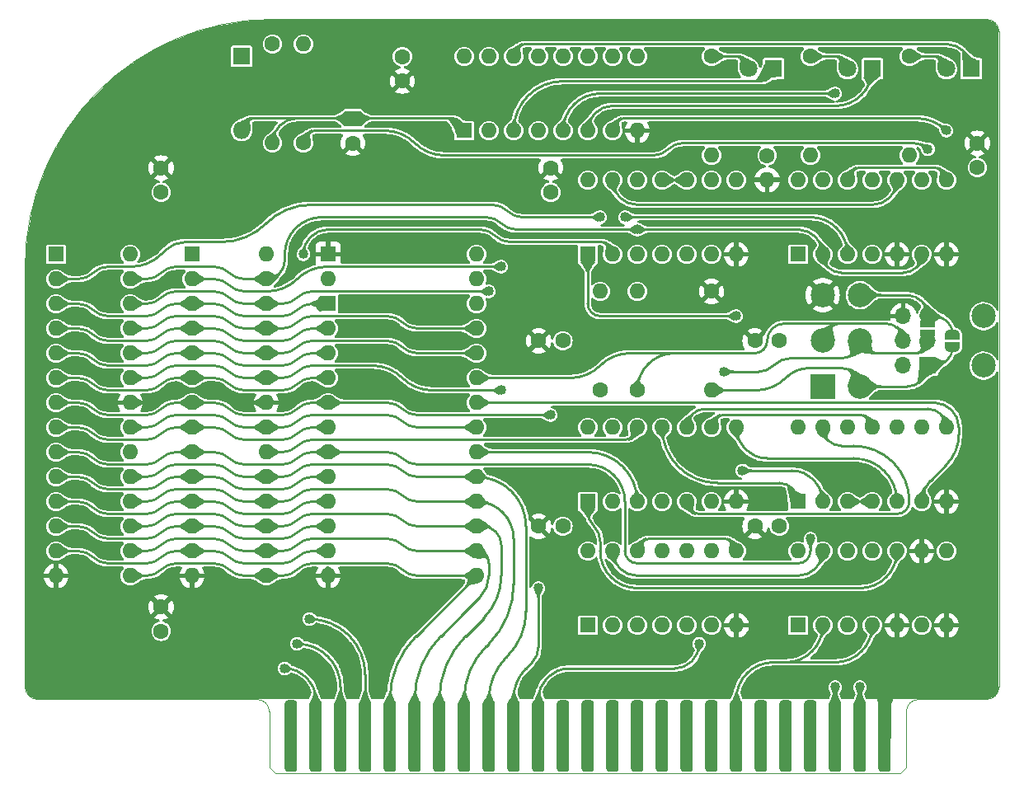
<source format=gbl>
G04 #@! TF.GenerationSoftware,KiCad,Pcbnew,7.0.2-0*
G04 #@! TF.CreationDate,2023-09-02T14:44:00-07:00*
G04 #@! TF.ProjectId,LanguageCard,4c616e67-7561-4676-9543-6172642e6b69,2*
G04 #@! TF.SameCoordinates,Original*
G04 #@! TF.FileFunction,Copper,L2,Bot*
G04 #@! TF.FilePolarity,Positive*
%FSLAX46Y46*%
G04 Gerber Fmt 4.6, Leading zero omitted, Abs format (unit mm)*
G04 Created by KiCad (PCBNEW 7.0.2-0) date 2023-09-02 14:44:00*
%MOMM*%
%LPD*%
G01*
G04 APERTURE LIST*
G04 Aperture macros list*
%AMRoundRect*
0 Rectangle with rounded corners*
0 $1 Rounding radius*
0 $2 $3 $4 $5 $6 $7 $8 $9 X,Y pos of 4 corners*
0 Add a 4 corners polygon primitive as box body*
4,1,4,$2,$3,$4,$5,$6,$7,$8,$9,$2,$3,0*
0 Add four circle primitives for the rounded corners*
1,1,$1+$1,$2,$3*
1,1,$1+$1,$4,$5*
1,1,$1+$1,$6,$7*
1,1,$1+$1,$8,$9*
0 Add four rect primitives between the rounded corners*
20,1,$1+$1,$2,$3,$4,$5,0*
20,1,$1+$1,$4,$5,$6,$7,0*
20,1,$1+$1,$6,$7,$8,$9,0*
20,1,$1+$1,$8,$9,$2,$3,0*%
%AMFreePoly0*
4,1,19,0.500000,-0.750000,0.000000,-0.750000,0.000000,-0.744911,-0.071157,-0.744911,-0.207708,-0.704816,-0.327430,-0.627875,-0.420627,-0.520320,-0.479746,-0.390866,-0.500000,-0.250000,-0.500000,0.250000,-0.479746,0.390866,-0.420627,0.520320,-0.327430,0.627875,-0.207708,0.704816,-0.071157,0.744911,0.000000,0.744911,0.000000,0.750000,0.500000,0.750000,0.500000,-0.750000,0.500000,-0.750000,
$1*%
%AMFreePoly1*
4,1,19,0.000000,0.744911,0.071157,0.744911,0.207708,0.704816,0.327430,0.627875,0.420627,0.520320,0.479746,0.390866,0.500000,0.250000,0.500000,-0.250000,0.479746,-0.390866,0.420627,-0.520320,0.327430,-0.627875,0.207708,-0.704816,0.071157,-0.744911,0.000000,-0.744911,0.000000,-0.750000,-0.500000,-0.750000,-0.500000,0.750000,0.000000,0.750000,0.000000,0.744911,0.000000,0.744911,
$1*%
G04 Aperture macros list end*
G04 #@! TA.AperFunction,ComponentPad*
%ADD10R,1.700000X1.700000*%
G04 #@! TD*
G04 #@! TA.AperFunction,ComponentPad*
%ADD11O,1.700000X1.700000*%
G04 #@! TD*
G04 #@! TA.AperFunction,SMDPad,CuDef*
%ADD12FreePoly0,90.000000*%
G04 #@! TD*
G04 #@! TA.AperFunction,SMDPad,CuDef*
%ADD13FreePoly1,90.000000*%
G04 #@! TD*
G04 #@! TA.AperFunction,ComponentPad*
%ADD14C,2.500000*%
G04 #@! TD*
G04 #@! TA.AperFunction,ComponentPad*
%ADD15R,2.500000X2.500000*%
G04 #@! TD*
G04 #@! TA.AperFunction,ComponentPad*
%ADD16C,1.600000*%
G04 #@! TD*
G04 #@! TA.AperFunction,ComponentPad*
%ADD17O,1.600000X1.600000*%
G04 #@! TD*
G04 #@! TA.AperFunction,SMDPad,CuDef*
%ADD18FreePoly0,270.000000*%
G04 #@! TD*
G04 #@! TA.AperFunction,SMDPad,CuDef*
%ADD19FreePoly1,270.000000*%
G04 #@! TD*
G04 #@! TA.AperFunction,ComponentPad*
%ADD20R,1.600000X1.600000*%
G04 #@! TD*
G04 #@! TA.AperFunction,ComponentPad*
%ADD21R,1.800000X1.800000*%
G04 #@! TD*
G04 #@! TA.AperFunction,ComponentPad*
%ADD22O,1.800000X1.800000*%
G04 #@! TD*
G04 #@! TA.AperFunction,ComponentPad*
%ADD23C,1.800000*%
G04 #@! TD*
G04 #@! TA.AperFunction,ConnectorPad*
%ADD24RoundRect,0.317500X-0.317500X-3.365500X0.317500X-3.365500X0.317500X3.365500X-0.317500X3.365500X0*%
G04 #@! TD*
G04 #@! TA.AperFunction,ViaPad*
%ADD25C,1.016000*%
G04 #@! TD*
G04 #@! TA.AperFunction,Conductor*
%ADD26C,0.254000*%
G04 #@! TD*
G04 #@! TA.AperFunction,Conductor*
%ADD27C,1.270000*%
G04 #@! TD*
G04 #@! TA.AperFunction,Conductor*
%ADD28C,1.587500*%
G04 #@! TD*
G04 #@! TA.AperFunction,Profile*
%ADD29C,0.100000*%
G04 #@! TD*
G04 APERTURE END LIST*
D10*
X170815000Y-60960000D03*
D11*
X168275000Y-60960000D03*
X170815000Y-58420000D03*
X168275000Y-58420000D03*
X170815000Y-55880000D03*
X168275000Y-55880000D03*
D12*
X170815000Y-57800000D03*
D13*
X170815000Y-56500000D03*
D14*
X163830000Y-53721000D03*
X163830000Y-58420000D03*
X163830000Y-63119000D03*
X160020000Y-53721000D03*
X160020000Y-58420000D03*
D15*
X160020000Y-63119000D03*
D14*
X176530000Y-55880000D03*
X176530000Y-60960000D03*
D16*
X140970000Y-63500000D03*
D17*
X140970000Y-53340000D03*
D18*
X173355000Y-57770000D03*
D19*
X173355000Y-59070000D03*
D20*
X95250000Y-49530000D03*
D17*
X95250000Y-52070000D03*
X95250000Y-54610000D03*
X95250000Y-57150000D03*
X95250000Y-59690000D03*
X95250000Y-62230000D03*
X95250000Y-64770000D03*
X95250000Y-67310000D03*
X95250000Y-69850000D03*
X95250000Y-72390000D03*
X95250000Y-74930000D03*
X95250000Y-77470000D03*
X95250000Y-80010000D03*
X95250000Y-82550000D03*
X102870000Y-82550000D03*
X102870000Y-80010000D03*
X102870000Y-77470000D03*
X102870000Y-74930000D03*
X102870000Y-72390000D03*
X102870000Y-69850000D03*
X102870000Y-67310000D03*
X102870000Y-64770000D03*
X102870000Y-62230000D03*
X102870000Y-59690000D03*
X102870000Y-57150000D03*
X102870000Y-54610000D03*
X102870000Y-52070000D03*
X102870000Y-49530000D03*
D16*
X158750000Y-29210000D03*
D17*
X158750000Y-39370000D03*
D16*
X168910000Y-29210000D03*
D17*
X168910000Y-39370000D03*
D16*
X137160000Y-63500000D03*
D17*
X137160000Y-53340000D03*
D20*
X135890000Y-74930000D03*
D17*
X138430000Y-74930000D03*
X140970000Y-74930000D03*
X143510000Y-74930000D03*
X146050000Y-74930000D03*
X148590000Y-74930000D03*
X151130000Y-74930000D03*
X151130000Y-67310000D03*
X148590000Y-67310000D03*
X146050000Y-67310000D03*
X143510000Y-67310000D03*
X140970000Y-67310000D03*
X138430000Y-67310000D03*
X135890000Y-67310000D03*
D20*
X135890000Y-49530000D03*
D17*
X138430000Y-49530000D03*
X140970000Y-49530000D03*
X143510000Y-49530000D03*
X146050000Y-49530000D03*
X148590000Y-49530000D03*
X151130000Y-49530000D03*
X151130000Y-41910000D03*
X148590000Y-41910000D03*
X146050000Y-41910000D03*
X143510000Y-41910000D03*
X140970000Y-41910000D03*
X138430000Y-41910000D03*
X135890000Y-41910000D03*
D16*
X148590000Y-53340000D03*
D17*
X148590000Y-63500000D03*
D16*
X148590000Y-29210000D03*
D17*
X148590000Y-39370000D03*
D21*
X100330000Y-29210000D03*
D22*
X100330000Y-36830000D03*
D17*
X124460000Y-49530000D03*
X124460000Y-52070000D03*
X124460000Y-54610000D03*
X124460000Y-57150000D03*
X124460000Y-59690000D03*
X124460000Y-62230000D03*
X124460000Y-64770000D03*
X124460000Y-67310000D03*
X124460000Y-69850000D03*
X124460000Y-72390000D03*
X124460000Y-74930000D03*
X124460000Y-77470000D03*
X124460000Y-80010000D03*
X124460000Y-82550000D03*
X109220000Y-82550000D03*
X109220000Y-80010000D03*
X109220000Y-77470000D03*
X109220000Y-74930000D03*
X109220000Y-72390000D03*
X109220000Y-69850000D03*
X109220000Y-67310000D03*
X109220000Y-64770000D03*
X109220000Y-62230000D03*
X109220000Y-59690000D03*
X109220000Y-57150000D03*
X109220000Y-54610000D03*
X109220000Y-52070000D03*
D20*
X109220000Y-49530000D03*
D16*
X175895000Y-40620000D03*
X175895000Y-38120000D03*
X130830000Y-77470000D03*
X133330000Y-77470000D03*
D17*
X157480000Y-41910000D03*
X160020000Y-41910000D03*
X162560000Y-41910000D03*
X165100000Y-41910000D03*
X167640000Y-41910000D03*
X170180000Y-41910000D03*
X172720000Y-41910000D03*
X172720000Y-49530000D03*
X170180000Y-49530000D03*
X167640000Y-49530000D03*
X165100000Y-49530000D03*
X162560000Y-49530000D03*
X160020000Y-49530000D03*
D20*
X157480000Y-49530000D03*
D16*
X106680000Y-38100000D03*
D17*
X106680000Y-27940000D03*
D20*
X111760000Y-35624888D03*
D16*
X111760000Y-38124888D03*
D21*
X175260000Y-30480000D03*
D23*
X172720000Y-30480000D03*
D16*
X133330000Y-58420000D03*
X130830000Y-58420000D03*
X92075000Y-88245000D03*
X92075000Y-85745000D03*
D20*
X157480000Y-87630000D03*
D17*
X160020000Y-87630000D03*
X162560000Y-87630000D03*
X165100000Y-87630000D03*
X167640000Y-87630000D03*
X170180000Y-87630000D03*
X172720000Y-87630000D03*
X172720000Y-80010000D03*
X170180000Y-80010000D03*
X167640000Y-80010000D03*
X165100000Y-80010000D03*
X162560000Y-80010000D03*
X160020000Y-80010000D03*
X157480000Y-80010000D03*
D16*
X132080000Y-43160000D03*
X132080000Y-40660000D03*
D20*
X81280000Y-49530000D03*
D17*
X81280000Y-52070000D03*
X81280000Y-54610000D03*
X81280000Y-57150000D03*
X81280000Y-59690000D03*
X81280000Y-62230000D03*
X81280000Y-64770000D03*
X81280000Y-67310000D03*
X81280000Y-69850000D03*
X81280000Y-72390000D03*
X81280000Y-74930000D03*
X81280000Y-77470000D03*
X81280000Y-80010000D03*
X81280000Y-82550000D03*
X88900000Y-82550000D03*
X88900000Y-80010000D03*
X88900000Y-77470000D03*
X88900000Y-74930000D03*
X88900000Y-72390000D03*
X88900000Y-69850000D03*
X88900000Y-67310000D03*
X88900000Y-64770000D03*
X88900000Y-62230000D03*
X88900000Y-59690000D03*
X88900000Y-57150000D03*
X88900000Y-54610000D03*
X88900000Y-52070000D03*
X88900000Y-49530000D03*
D16*
X116840000Y-31730000D03*
X116840000Y-29230000D03*
X154305000Y-39390000D03*
D17*
X154305000Y-41890000D03*
D16*
X155555000Y-58420000D03*
X153055000Y-58420000D03*
X103505000Y-27940000D03*
D17*
X103505000Y-38100000D03*
X157480000Y-67310000D03*
X160020000Y-67310000D03*
X162560000Y-67310000D03*
X165100000Y-67310000D03*
X167640000Y-67310000D03*
X170180000Y-67310000D03*
X172720000Y-67310000D03*
X172720000Y-74930000D03*
X170180000Y-74930000D03*
X167640000Y-74930000D03*
X165100000Y-74930000D03*
X162560000Y-74930000D03*
X160020000Y-74930000D03*
D20*
X157480000Y-74930000D03*
D21*
X165100000Y-30480000D03*
D23*
X162560000Y-30480000D03*
D16*
X155560000Y-77470000D03*
X153060000Y-77470000D03*
D20*
X123190000Y-36830000D03*
D17*
X125730000Y-36830000D03*
X128270000Y-36830000D03*
X130810000Y-36830000D03*
X133350000Y-36830000D03*
X135890000Y-36830000D03*
X138430000Y-36830000D03*
X140970000Y-36830000D03*
X140970000Y-29210000D03*
X138430000Y-29210000D03*
X135890000Y-29210000D03*
X133350000Y-29210000D03*
X130810000Y-29210000D03*
X128270000Y-29210000D03*
X125730000Y-29210000D03*
X123190000Y-29210000D03*
X124460000Y-54610000D03*
X124460000Y-57150000D03*
X124460000Y-59690000D03*
X124460000Y-62230000D03*
X124460000Y-64770000D03*
X124460000Y-67310000D03*
X124460000Y-69850000D03*
X124460000Y-72390000D03*
X124460000Y-74930000D03*
X124460000Y-77470000D03*
X124460000Y-80010000D03*
X124460000Y-82550000D03*
X109220000Y-82550000D03*
X109220000Y-80010000D03*
X109220000Y-77470000D03*
X109220000Y-74930000D03*
X109220000Y-72390000D03*
X109220000Y-69850000D03*
X109220000Y-67310000D03*
X109220000Y-64770000D03*
X109220000Y-62230000D03*
X109220000Y-59690000D03*
X109220000Y-57150000D03*
D20*
X109220000Y-54610000D03*
D16*
X92075000Y-40660000D03*
X92075000Y-43160000D03*
D24*
X166370000Y-99060000D03*
X163830000Y-99060000D03*
X161290000Y-99060000D03*
X158750000Y-99060000D03*
X156210000Y-99060000D03*
X153670000Y-99060000D03*
X151130000Y-99060000D03*
X148590000Y-99060000D03*
X146050000Y-99060000D03*
X143510000Y-99060000D03*
X140970000Y-99060000D03*
X138430000Y-99060000D03*
X135890000Y-99060000D03*
X133350000Y-99060000D03*
X130810000Y-99060000D03*
X128270000Y-99060000D03*
X125730000Y-99060000D03*
X123190000Y-99060000D03*
X120650000Y-99060000D03*
X118110000Y-99060000D03*
X115570000Y-99060000D03*
X113030000Y-99060000D03*
X110490000Y-99060000D03*
X107950000Y-99060000D03*
X105410000Y-99060000D03*
D21*
X154940000Y-30480000D03*
D23*
X152400000Y-30480000D03*
D20*
X135895000Y-87630000D03*
D17*
X138435000Y-87630000D03*
X140975000Y-87630000D03*
X143515000Y-87630000D03*
X146055000Y-87630000D03*
X148595000Y-87630000D03*
X151135000Y-87630000D03*
X151135000Y-80010000D03*
X148595000Y-80010000D03*
X146055000Y-80010000D03*
X143515000Y-80010000D03*
X140975000Y-80010000D03*
X138435000Y-80010000D03*
X135895000Y-80010000D03*
D25*
X170815000Y-38735000D03*
X149860000Y-61595000D03*
X158750000Y-78740000D03*
X130810000Y-83820000D03*
X106680000Y-49530000D03*
X139700000Y-45720000D03*
X161290000Y-93980000D03*
X163830000Y-93980000D03*
X132080000Y-66040000D03*
X127000000Y-63500000D03*
X137160000Y-45720000D03*
X147320000Y-89535000D03*
X140970000Y-46990000D03*
X161290000Y-33020000D03*
X107315000Y-86995000D03*
X106045000Y-89535000D03*
X104775000Y-92075000D03*
X151765000Y-71755000D03*
X172720000Y-36830000D03*
X125730000Y-53340000D03*
X127000000Y-50800000D03*
X151130000Y-55880000D03*
D26*
X116839992Y-65405008D02*
G75*
G03*
X118373025Y-66040000I1533008J1533008D01*
G01*
X116840008Y-65404992D02*
G75*
G03*
X115306975Y-64770000I-1533008J-1533008D01*
G01*
X132080000Y-66040000D02*
X118373025Y-66040000D01*
X115306975Y-64770000D02*
X109220000Y-64770000D01*
X146685000Y-59690000D02*
X144780000Y-59690000D01*
X144780000Y-59690000D02*
X140226051Y-59690000D01*
X144780000Y-59690000D02*
G75*
G03*
X140970000Y-63500000I0J-3810000D01*
G01*
X156083000Y-56642000D02*
G75*
G03*
X154305000Y-58420000I0J-1778000D01*
G01*
X162560000Y-56642000D02*
X156083000Y-56642000D01*
X153035000Y-59690000D02*
G75*
G03*
X154305000Y-58420000I0J1270000D01*
G01*
X153035000Y-59690000D02*
X146685000Y-59690000D01*
X140226051Y-59689980D02*
G75*
G03*
X137160000Y-60960000I49J-4336120D01*
G01*
X134093949Y-62230020D02*
G75*
G03*
X137160000Y-60960000I-49J4336120D01*
G01*
X134093949Y-62230000D02*
X124460000Y-62230000D01*
X139700000Y-80010000D02*
G75*
G03*
X140970000Y-81280000I1270000J0D01*
G01*
X157480000Y-81280000D02*
X140970000Y-81280000D01*
X158750000Y-78740000D02*
X158750000Y-80010000D01*
X139700000Y-80010000D02*
X139700000Y-74930000D01*
X157480000Y-81280000D02*
G75*
G03*
X158750000Y-80010000I0J1270000D01*
G01*
X153406975Y-61594989D02*
G75*
G03*
X154940000Y-60960000I25J2167989D01*
G01*
X156779630Y-60198013D02*
G75*
G03*
X154940000Y-60960000I-30J-2601587D01*
G01*
X162052000Y-60198000D02*
G75*
G03*
X163830000Y-58420000I0J1778000D01*
G01*
X156779630Y-60198000D02*
X162052000Y-60198000D01*
X149860000Y-61595000D02*
X153406975Y-61595000D01*
X161798000Y-56642000D02*
X162560000Y-56642000D01*
X162560000Y-56642000D02*
X166497000Y-56642000D01*
X163830000Y-63119000D02*
G75*
G03*
X161925000Y-61214000I-1905000J0D01*
G01*
X158662840Y-61214017D02*
G75*
G03*
X156210000Y-62230000I-40J-3468783D01*
G01*
X153143949Y-63500020D02*
G75*
G03*
X156210000Y-62230000I-49J4336120D01*
G01*
X161925000Y-61214000D02*
X158662840Y-61214000D01*
X153143949Y-63500000D02*
X148590000Y-63500000D01*
X126999992Y-46355008D02*
G75*
G03*
X128533025Y-46990000I1533008J1533008D01*
G01*
X127000008Y-46354992D02*
G75*
G03*
X125466975Y-45720000I-1533008J-1533008D01*
G01*
X140970000Y-46990000D02*
X128533025Y-46990000D01*
X108585000Y-45720000D02*
G75*
G03*
X104775000Y-49530000I0J-3810000D01*
G01*
X102870000Y-52070000D02*
G75*
G03*
X104775000Y-50165000I0J1905000D01*
G01*
X125466975Y-45720000D02*
X108585000Y-45720000D01*
X104775000Y-49530000D02*
X104775000Y-50165000D01*
X138430000Y-49530000D02*
G75*
G03*
X137160000Y-48260000I-1270000J0D01*
G01*
X126365008Y-47624992D02*
G75*
G03*
X124831975Y-46990000I-1533008J-1533008D01*
G01*
X109220000Y-46990000D02*
G75*
G03*
X106680000Y-49530000I0J-2540000D01*
G01*
X124831975Y-46990000D02*
X109220000Y-46990000D01*
X137160000Y-48260000D02*
X127898025Y-48260000D01*
X126364992Y-47625008D02*
G75*
G03*
X127898025Y-48260000I1533008J1533008D01*
G01*
X89008949Y-50800020D02*
G75*
G03*
X92075000Y-49530000I-49J4336120D01*
G01*
X86623025Y-50800011D02*
G75*
G03*
X85090000Y-51435000I-25J-2167989D01*
G01*
X83556975Y-52069989D02*
G75*
G03*
X85090000Y-51435000I25J2167989D01*
G01*
X94615000Y-48259986D02*
G75*
G03*
X92446975Y-49158026I0J-3066014D01*
G01*
X86623025Y-50800000D02*
X89008949Y-50800000D01*
X92075000Y-49530000D02*
X92446975Y-49158026D01*
X98270924Y-48260009D02*
G75*
G03*
X102870000Y-46355000I-24J6504109D01*
G01*
X94615000Y-48260000D02*
X98270924Y-48260000D01*
X81280000Y-52070000D02*
X83556975Y-52070000D01*
X107469076Y-44449991D02*
G75*
G03*
X102870000Y-46355000I24J-6504109D01*
G01*
X127635008Y-45084992D02*
G75*
G03*
X126101975Y-44450000I-1533008J-1533008D01*
G01*
X127634992Y-45085008D02*
G75*
G03*
X129168025Y-45720000I1533008J1533008D01*
G01*
X107469076Y-44450000D02*
X126101975Y-44450000D01*
X129168025Y-45720000D02*
X137160000Y-45720000D01*
X165100000Y-44450000D02*
G75*
G03*
X167640000Y-41910000I0J2540000D01*
G01*
X138430000Y-41910000D02*
G75*
G03*
X140970000Y-44450000I2540000J0D01*
G01*
X165100000Y-44450000D02*
X140970000Y-44450000D01*
X162560000Y-49530000D02*
G75*
G03*
X158750000Y-45720000I-3810000J0D01*
G01*
X139700000Y-45720000D02*
X158750000Y-45720000D01*
X170815008Y-38734992D02*
G75*
G03*
X169281975Y-38100000I-1533008J-1533008D01*
G01*
X145678025Y-38100011D02*
G75*
G03*
X144145000Y-38735000I-25J-2167989D01*
G01*
X142611975Y-39369989D02*
G75*
G03*
X144145000Y-38735000I25J2167989D01*
G01*
X118110014Y-38099986D02*
G75*
G03*
X121176051Y-39370000I3066086J3066086D01*
G01*
X118110015Y-38099985D02*
G75*
G03*
X115043949Y-36830000I-3066015J-3066015D01*
G01*
X107950000Y-36830000D02*
G75*
G03*
X106680000Y-38100000I0J-1270000D01*
G01*
X169281975Y-38100000D02*
X145678025Y-38100000D01*
X115043949Y-36830000D02*
X107950000Y-36830000D01*
X142611975Y-39370000D02*
X121176051Y-39370000D01*
X160020000Y-49530000D02*
G75*
G03*
X157480000Y-46990000I-2540000J0D01*
G01*
X157480000Y-46990000D02*
X140970000Y-46990000D01*
X139700000Y-35560000D02*
G75*
G03*
X138430000Y-36830000I0J-1270000D01*
G01*
X172719986Y-36830014D02*
G75*
G03*
X169653949Y-35560000I-3066086J-3066086D01*
G01*
X139700000Y-35560000D02*
X169653949Y-35560000D01*
X172720000Y-41910000D02*
G75*
G03*
X171450000Y-40640000I-1270000J0D01*
G01*
X163830000Y-40640000D02*
G75*
G03*
X162560000Y-41910000I0J-1270000D01*
G01*
X171450000Y-40640000D02*
X163830000Y-40640000D01*
X137160000Y-33020000D02*
G75*
G03*
X133350000Y-36830000I0J-3810000D01*
G01*
X137160000Y-33020000D02*
X161290000Y-33020000D01*
D27*
X166370000Y-99060000D02*
X166370000Y-94615000D01*
D28*
X166370000Y-94615000D02*
X166370000Y-95250000D01*
D26*
X129540000Y-27940000D02*
G75*
G03*
X128270000Y-29210000I0J-1270000D01*
G01*
X175260000Y-30480000D02*
G75*
G03*
X172720000Y-27940000I-2540000J0D01*
G01*
X129540000Y-27940000D02*
X172720000Y-27940000D01*
X148590000Y-29210000D02*
X151130000Y-29210000D01*
X152400000Y-30480000D02*
G75*
G03*
X151130000Y-29210000I-1270000J0D01*
G01*
X158750000Y-29210000D02*
X161290000Y-29210000D01*
X162560000Y-30480000D02*
G75*
G03*
X161290000Y-29210000I-1270000J0D01*
G01*
X168910000Y-29210000D02*
X171450000Y-29210000D01*
X172720000Y-30480000D02*
G75*
G03*
X171450000Y-29210000I-1270000J0D01*
G01*
X135890000Y-54610000D02*
G75*
G03*
X137160000Y-55880000I1270000J0D01*
G01*
X151130000Y-55880000D02*
X137160000Y-55880000D01*
X135890000Y-54610000D02*
X135890000Y-49530000D01*
X111189888Y-35560000D02*
G75*
G03*
X111125000Y-35624888I12J-64900D01*
G01*
X111059303Y-35559191D02*
X106045000Y-35559191D01*
X111125009Y-35624888D02*
G75*
G03*
X111059303Y-35559191I-65709J-12D01*
G01*
X123190000Y-36830000D02*
G75*
G03*
X121920000Y-35560000I-1270000J0D01*
G01*
X121920000Y-35560000D02*
X111189888Y-35560000D01*
X168275000Y-58420000D02*
G75*
G03*
X166497000Y-56642000I-1778000J0D01*
G01*
X161798000Y-56642000D02*
G75*
G03*
X160020000Y-58420000I0J-1778000D01*
G01*
X135890000Y-71120000D02*
X118373025Y-71120000D01*
X139700000Y-74930000D02*
G75*
G03*
X135890000Y-71120000I-3810000J0D01*
G01*
X115306975Y-69850000D02*
X109220000Y-69850000D01*
X116839992Y-70485008D02*
G75*
G03*
X118373025Y-71120000I1533008J1533008D01*
G01*
X116840008Y-70484992D02*
G75*
G03*
X115306975Y-69850000I-1533008J-1533008D01*
G01*
X142245000Y-78740000D02*
G75*
G03*
X140975000Y-80010000I0J-1270000D01*
G01*
X151135000Y-80010000D02*
G75*
G03*
X149865000Y-78740000I-1270000J0D01*
G01*
X142245000Y-78740000D02*
X149865000Y-78740000D01*
X138435000Y-80010000D02*
G75*
G03*
X140975000Y-82550000I2540000J0D01*
G01*
X157480000Y-82550000D02*
G75*
G03*
X160020000Y-80010000I0J2540000D01*
G01*
X140975000Y-82550000D02*
X157480000Y-82550000D01*
X135890011Y-75936975D02*
G75*
G03*
X136525000Y-77470000I2167989J-25D01*
G01*
X137159989Y-79003025D02*
G75*
G03*
X136525000Y-77470000I-2167989J25D01*
G01*
X137160000Y-80010000D02*
G75*
G03*
X140970000Y-83820000I3810000J0D01*
G01*
X135890000Y-74930000D02*
X135890000Y-75936975D01*
X163830000Y-83820000D02*
G75*
G03*
X167640000Y-80010000I0J3810000D01*
G01*
X137160000Y-79003025D02*
X137160000Y-80010000D01*
X140970000Y-83820000D02*
X163830000Y-83820000D01*
X160020000Y-67310000D02*
G75*
G03*
X161925000Y-69215000I1905000J0D01*
G01*
X168910000Y-74930000D02*
G75*
G03*
X163195000Y-69215000I-5715000J0D01*
G01*
X161925000Y-69215000D02*
X163195000Y-69215000D01*
X167640000Y-76200000D02*
G75*
G03*
X168910000Y-74930000I0J1270000D01*
G01*
X146050000Y-74930000D02*
G75*
G03*
X147320000Y-76200000I1270000J0D01*
G01*
X167640000Y-76200000D02*
X147320000Y-76200000D01*
X130175008Y-91440008D02*
G75*
G03*
X130810000Y-89906975I-1533008J1533008D01*
G01*
X130810000Y-89906975D02*
X130810000Y-83820000D01*
X129539985Y-92074985D02*
G75*
G03*
X128270000Y-95141051I3066015J-3066015D01*
G01*
X129540000Y-92075000D02*
X130175000Y-91440000D01*
X116839986Y-62230014D02*
G75*
G03*
X113773949Y-60960000I-3066086J-3066086D01*
G01*
X104511975Y-62229989D02*
G75*
G03*
X106045000Y-61595000I25J2167989D01*
G01*
X116839985Y-62230015D02*
G75*
G03*
X119906051Y-63500000I3066015J3066015D01*
G01*
X107578025Y-60960011D02*
G75*
G03*
X106045000Y-61595000I-25J-2167989D01*
G01*
X127000000Y-63500000D02*
X119906051Y-63500000D01*
X104511975Y-62230000D02*
X102870000Y-62230000D01*
X113773949Y-60960000D02*
X107578025Y-60960000D01*
X104511975Y-54609989D02*
G75*
G03*
X106045000Y-53975000I25J2167989D01*
G01*
X104511975Y-54610000D02*
X102870000Y-54610000D01*
X107578025Y-53340011D02*
G75*
G03*
X106045000Y-53975000I-25J-2167989D01*
G01*
X125730000Y-53340000D02*
X107578025Y-53340000D01*
X106045000Y-35559191D02*
X104775000Y-35559191D01*
X103505000Y-38100000D02*
X103505000Y-38099191D01*
X106045000Y-35559200D02*
G75*
G03*
X103505000Y-38099191I0J-2540000D01*
G01*
X104775000Y-35559191D02*
X101600000Y-35559191D01*
X101600000Y-35559200D02*
G75*
G03*
X100330000Y-36829191I0J-1270000D01*
G01*
X100330000Y-36829191D02*
X100330000Y-36830000D01*
X168656000Y-63119000D02*
G75*
G03*
X170815000Y-60960000I0J2159000D01*
G01*
X168656000Y-63119000D02*
X163830000Y-63119000D01*
X171465000Y-60960000D02*
G75*
G03*
X173355000Y-59070000I0J1890000D01*
G01*
X171465000Y-60960000D02*
X170815000Y-60960000D01*
X170815000Y-55880000D02*
X171465000Y-55880000D01*
X173355000Y-57770000D02*
G75*
G03*
X171465000Y-55880000I-1890000J0D01*
G01*
X163830000Y-53721000D02*
X168656000Y-53721000D01*
X170815000Y-55880000D02*
G75*
G03*
X168656000Y-53721000I-2159000J0D01*
G01*
X163830000Y-58420000D02*
G75*
G03*
X165100000Y-59690000I1270000J0D01*
G01*
X169545000Y-59690000D02*
G75*
G03*
X170815000Y-58420000I0J1270000D01*
G01*
X165100000Y-59690000D02*
X169545000Y-59690000D01*
X168275000Y-51435000D02*
G75*
G03*
X170180000Y-49530000I0J1905000D01*
G01*
X160020000Y-49530000D02*
G75*
G03*
X161925000Y-51435000I1905000J0D01*
G01*
X168275000Y-51435000D02*
X161925000Y-51435000D01*
X171078036Y-72761985D02*
G75*
G03*
X170180000Y-74930000I2167964J-2168015D01*
G01*
X172720015Y-71120015D02*
G75*
G03*
X173990000Y-68053949I-3066015J3066015D01*
G01*
X171078026Y-72761975D02*
X172720000Y-71120000D01*
X173990000Y-67310000D02*
G75*
G03*
X171450000Y-64770000I-2540000J0D01*
G01*
X173990000Y-68053949D02*
X173990000Y-67310000D01*
X171450000Y-64770000D02*
X138430000Y-64770000D01*
X138430000Y-64770000D02*
X124460000Y-64770000D01*
X172720000Y-67310000D02*
G75*
G03*
X170815000Y-65405000I-1905000J0D01*
G01*
X147955000Y-65405000D02*
G75*
G03*
X146050000Y-67310000I0J-1905000D01*
G01*
X170815000Y-65405000D02*
X147955000Y-65405000D01*
X102870000Y-64770000D02*
X100593025Y-64770000D01*
X90541975Y-64770000D02*
X88900000Y-64770000D01*
X97526975Y-63500000D02*
X93608025Y-63500000D01*
X90541975Y-64769989D02*
G75*
G03*
X92075000Y-64135000I25J2167989D01*
G01*
X99060008Y-64134992D02*
G75*
G03*
X97526975Y-63500000I-1533008J-1533008D01*
G01*
X99059992Y-64135008D02*
G75*
G03*
X100593025Y-64770000I1533008J1533008D01*
G01*
X93608025Y-63500011D02*
G75*
G03*
X92075000Y-64135000I-25J-2167989D01*
G01*
X161290000Y-93980000D02*
X161290000Y-99060000D01*
X163830000Y-99060000D02*
X163830000Y-93980000D01*
X109220000Y-72390000D02*
X107578025Y-72390000D01*
X90541975Y-73660000D02*
X86623025Y-73660000D01*
X97526975Y-72390000D02*
X95250000Y-72390000D01*
X83556975Y-72390000D02*
X81280000Y-72390000D01*
X104511975Y-73660000D02*
X100593025Y-73660000D01*
X95250000Y-72390000D02*
X93608025Y-72390000D01*
X99060008Y-73024992D02*
G75*
G03*
X97526975Y-72390000I-1533008J-1533008D01*
G01*
X93608025Y-72390011D02*
G75*
G03*
X92075000Y-73025000I-25J-2167989D01*
G01*
X99059992Y-73025008D02*
G75*
G03*
X100593025Y-73660000I1533008J1533008D01*
G01*
X104511975Y-73659989D02*
G75*
G03*
X106045000Y-73025000I25J2167989D01*
G01*
X85090008Y-73024992D02*
G75*
G03*
X83556975Y-72390000I-1533008J-1533008D01*
G01*
X85089992Y-73025008D02*
G75*
G03*
X86623025Y-73660000I1533008J1533008D01*
G01*
X107578025Y-72390011D02*
G75*
G03*
X106045000Y-73025000I-25J-2167989D01*
G01*
X90541975Y-73659989D02*
G75*
G03*
X92075000Y-73025000I25J2167989D01*
G01*
X95250000Y-69850000D02*
X93608025Y-69850000D01*
X109220000Y-69850000D02*
X107578025Y-69850000D01*
X104511975Y-71120000D02*
X100593025Y-71120000D01*
X83556975Y-69850000D02*
X81280000Y-69850000D01*
X90541975Y-71120000D02*
X86623025Y-71120000D01*
X97526975Y-69850000D02*
X95250000Y-69850000D01*
X85090008Y-70484992D02*
G75*
G03*
X83556975Y-69850000I-1533008J-1533008D01*
G01*
X107578025Y-69850011D02*
G75*
G03*
X106045000Y-70485000I-25J-2167989D01*
G01*
X99060008Y-70484992D02*
G75*
G03*
X97526975Y-69850000I-1533008J-1533008D01*
G01*
X90541975Y-71119989D02*
G75*
G03*
X92075000Y-70485000I25J2167989D01*
G01*
X99059992Y-70485008D02*
G75*
G03*
X100593025Y-71120000I1533008J1533008D01*
G01*
X93608025Y-69850011D02*
G75*
G03*
X92075000Y-70485000I-25J-2167989D01*
G01*
X85089992Y-70485008D02*
G75*
G03*
X86623025Y-71120000I1533008J1533008D01*
G01*
X104511975Y-71119989D02*
G75*
G03*
X106045000Y-70485000I25J2167989D01*
G01*
X90541975Y-68580000D02*
X86623025Y-68580000D01*
X95250000Y-67310000D02*
X97526975Y-67310000D01*
X95250000Y-67310000D02*
X93608025Y-67310000D01*
X100593025Y-68580000D02*
X104511975Y-68580000D01*
X83556975Y-67310000D02*
X81280000Y-67310000D01*
X107578025Y-67310000D02*
X109220000Y-67310000D01*
X104511975Y-68579989D02*
G75*
G03*
X106045000Y-67945000I25J2167989D01*
G01*
X99060008Y-67944992D02*
G75*
G03*
X97526975Y-67310000I-1533008J-1533008D01*
G01*
X99059992Y-67945008D02*
G75*
G03*
X100593025Y-68580000I1533008J1533008D01*
G01*
X107578025Y-67310011D02*
G75*
G03*
X106045000Y-67945000I-25J-2167989D01*
G01*
X93608025Y-67310011D02*
G75*
G03*
X92075000Y-67945000I-25J-2167989D01*
G01*
X90541975Y-68579989D02*
G75*
G03*
X92075000Y-67945000I25J2167989D01*
G01*
X85089992Y-67945008D02*
G75*
G03*
X86623025Y-68580000I1533008J1533008D01*
G01*
X85090008Y-67944992D02*
G75*
G03*
X83556975Y-67310000I-1533008J-1533008D01*
G01*
X83556975Y-64770000D02*
X81280000Y-64770000D01*
X90541975Y-66040000D02*
X86623025Y-66040000D01*
X104511975Y-66040000D02*
X100593025Y-66040000D01*
X95250000Y-64770000D02*
X93608025Y-64770000D01*
X97526975Y-64770000D02*
X95250000Y-64770000D01*
X109220000Y-64770000D02*
X107578025Y-64770000D01*
X85090008Y-65404992D02*
G75*
G03*
X83556975Y-64770000I-1533008J-1533008D01*
G01*
X85089992Y-65405008D02*
G75*
G03*
X86623025Y-66040000I1533008J1533008D01*
G01*
X104511975Y-66039989D02*
G75*
G03*
X106045000Y-65405000I25J2167989D01*
G01*
X107578025Y-64770011D02*
G75*
G03*
X106045000Y-65405000I-25J-2167989D01*
G01*
X93608025Y-64770011D02*
G75*
G03*
X92075000Y-65405000I-25J-2167989D01*
G01*
X90541975Y-66039989D02*
G75*
G03*
X92075000Y-65405000I25J2167989D01*
G01*
X99059992Y-65405008D02*
G75*
G03*
X100593025Y-66040000I1533008J1533008D01*
G01*
X99060008Y-65404992D02*
G75*
G03*
X97526975Y-64770000I-1533008J-1533008D01*
G01*
X97526975Y-62230000D02*
X95250000Y-62230000D01*
X95250000Y-62230000D02*
X93608025Y-62230000D01*
X109220000Y-62230000D02*
X107578025Y-62230000D01*
X90541975Y-63500000D02*
X86623025Y-63500000D01*
X104511975Y-63500000D02*
X100593025Y-63500000D01*
X83556975Y-62230000D02*
X81280000Y-62230000D01*
X99060008Y-62864992D02*
G75*
G03*
X97526975Y-62230000I-1533008J-1533008D01*
G01*
X85089992Y-62865008D02*
G75*
G03*
X86623025Y-63500000I1533008J1533008D01*
G01*
X99059992Y-62865008D02*
G75*
G03*
X100593025Y-63500000I1533008J1533008D01*
G01*
X90541975Y-63499989D02*
G75*
G03*
X92075000Y-62865000I25J2167989D01*
G01*
X93608025Y-62230011D02*
G75*
G03*
X92075000Y-62865000I-25J-2167989D01*
G01*
X104511975Y-63499989D02*
G75*
G03*
X106045000Y-62865000I25J2167989D01*
G01*
X85090008Y-62864992D02*
G75*
G03*
X83556975Y-62230000I-1533008J-1533008D01*
G01*
X107578025Y-62230011D02*
G75*
G03*
X106045000Y-62865000I-25J-2167989D01*
G01*
X95250000Y-59690000D02*
X93608025Y-59690000D01*
X83556975Y-59690000D02*
X81280000Y-59690000D01*
X90541975Y-60960000D02*
X86623025Y-60960000D01*
X97526975Y-59690000D02*
X95250000Y-59690000D01*
X109220000Y-59690000D02*
X107578025Y-59690000D01*
X104511975Y-60960000D02*
X100593025Y-60960000D01*
X93608025Y-59690011D02*
G75*
G03*
X92075000Y-60325000I-25J-2167989D01*
G01*
X104511975Y-60959989D02*
G75*
G03*
X106045000Y-60325000I25J2167989D01*
G01*
X85089992Y-60325008D02*
G75*
G03*
X86623025Y-60960000I1533008J1533008D01*
G01*
X85090008Y-60324992D02*
G75*
G03*
X83556975Y-59690000I-1533008J-1533008D01*
G01*
X107578025Y-59690011D02*
G75*
G03*
X106045000Y-60325000I-25J-2167989D01*
G01*
X99060008Y-60324992D02*
G75*
G03*
X97526975Y-59690000I-1533008J-1533008D01*
G01*
X90541975Y-60959989D02*
G75*
G03*
X92075000Y-60325000I25J2167989D01*
G01*
X99059992Y-60325008D02*
G75*
G03*
X100593025Y-60960000I1533008J1533008D01*
G01*
X90541975Y-58420000D02*
X86623025Y-58420000D01*
X109220000Y-57150000D02*
X107578025Y-57150000D01*
X95250000Y-57150000D02*
X93608025Y-57150000D01*
X97526975Y-57150000D02*
X95250000Y-57150000D01*
X104511975Y-58420000D02*
X100593025Y-58420000D01*
X83556975Y-57150000D02*
X81280000Y-57150000D01*
X104511975Y-58419989D02*
G75*
G03*
X106045000Y-57785000I25J2167989D01*
G01*
X85090008Y-57784992D02*
G75*
G03*
X83556975Y-57150000I-1533008J-1533008D01*
G01*
X90541975Y-58419989D02*
G75*
G03*
X92075000Y-57785000I25J2167989D01*
G01*
X85089992Y-57785008D02*
G75*
G03*
X86623025Y-58420000I1533008J1533008D01*
G01*
X99060008Y-57784992D02*
G75*
G03*
X97526975Y-57150000I-1533008J-1533008D01*
G01*
X107578025Y-57150011D02*
G75*
G03*
X106045000Y-57785000I-25J-2167989D01*
G01*
X93608025Y-57150011D02*
G75*
G03*
X92075000Y-57785000I-25J-2167989D01*
G01*
X99059992Y-57785008D02*
G75*
G03*
X100593025Y-58420000I1533008J1533008D01*
G01*
X109220000Y-54610000D02*
X107578025Y-54610000D01*
X95250000Y-54610000D02*
X93608025Y-54610000D01*
X104511975Y-55880000D02*
X100593025Y-55880000D01*
X97526975Y-54610000D02*
X95250000Y-54610000D01*
X90541975Y-55880000D02*
X86623025Y-55880000D01*
X83556975Y-54610000D02*
X81280000Y-54610000D01*
X104511975Y-55879989D02*
G75*
G03*
X106045000Y-55245000I25J2167989D01*
G01*
X107578025Y-54610011D02*
G75*
G03*
X106045000Y-55245000I-25J-2167989D01*
G01*
X99059992Y-55245008D02*
G75*
G03*
X100593025Y-55880000I1533008J1533008D01*
G01*
X99060008Y-55244992D02*
G75*
G03*
X97526975Y-54610000I-1533008J-1533008D01*
G01*
X85090008Y-55244992D02*
G75*
G03*
X83556975Y-54610000I-1533008J-1533008D01*
G01*
X90541975Y-55879989D02*
G75*
G03*
X92075000Y-55245000I25J2167989D01*
G01*
X93608025Y-54610011D02*
G75*
G03*
X92075000Y-55245000I-25J-2167989D01*
G01*
X85089992Y-55245008D02*
G75*
G03*
X86623025Y-55880000I1533008J1533008D01*
G01*
X115306975Y-55880000D02*
X107578025Y-55880000D01*
X104511975Y-57150000D02*
X102870000Y-57150000D01*
X124460000Y-57150000D02*
X118373025Y-57150000D01*
X102870000Y-57150000D02*
X100593025Y-57150000D01*
X90541975Y-57150000D02*
X88900000Y-57150000D01*
X97526975Y-55880000D02*
X93608025Y-55880000D01*
X104511975Y-57149989D02*
G75*
G03*
X106045000Y-56515000I25J2167989D01*
G01*
X107578025Y-55880011D02*
G75*
G03*
X106045000Y-56515000I-25J-2167989D01*
G01*
X93608025Y-55880011D02*
G75*
G03*
X92075000Y-56515000I-25J-2167989D01*
G01*
X116840008Y-56514992D02*
G75*
G03*
X115306975Y-55880000I-1533008J-1533008D01*
G01*
X99059992Y-56515008D02*
G75*
G03*
X100593025Y-57150000I1533008J1533008D01*
G01*
X99060008Y-56514992D02*
G75*
G03*
X97526975Y-55880000I-1533008J-1533008D01*
G01*
X90541975Y-57149989D02*
G75*
G03*
X92075000Y-56515000I25J2167989D01*
G01*
X116839992Y-56515008D02*
G75*
G03*
X118373025Y-57150000I1533008J1533008D01*
G01*
X90541975Y-59690000D02*
X88900000Y-59690000D01*
X102870000Y-59690000D02*
X104511975Y-59690000D01*
X118373025Y-59690000D02*
X124460000Y-59690000D01*
X102870000Y-59690000D02*
X100593025Y-59690000D01*
X107578025Y-58420000D02*
X115306975Y-58420000D01*
X97526975Y-58420000D02*
X93608025Y-58420000D01*
X104511975Y-59689989D02*
G75*
G03*
X106045000Y-59055000I25J2167989D01*
G01*
X99060008Y-59054992D02*
G75*
G03*
X97526975Y-58420000I-1533008J-1533008D01*
G01*
X116839992Y-59055008D02*
G75*
G03*
X118373025Y-59690000I1533008J1533008D01*
G01*
X93608025Y-58420011D02*
G75*
G03*
X92075000Y-59055000I-25J-2167989D01*
G01*
X116840008Y-59054992D02*
G75*
G03*
X115306975Y-58420000I-1533008J-1533008D01*
G01*
X90541975Y-59689989D02*
G75*
G03*
X92075000Y-59055000I25J2167989D01*
G01*
X99059992Y-59055008D02*
G75*
G03*
X100593025Y-59690000I1533008J1533008D01*
G01*
X107578025Y-58420011D02*
G75*
G03*
X106045000Y-59055000I-25J-2167989D01*
G01*
X124460000Y-67310000D02*
X118373025Y-67310000D01*
X102870000Y-67310000D02*
X100593025Y-67310000D01*
X115306975Y-66040000D02*
X107578025Y-66040000D01*
X90541975Y-67310000D02*
X88900000Y-67310000D01*
X104511975Y-67310000D02*
X102870000Y-67310000D01*
X97526975Y-66040000D02*
X93608025Y-66040000D01*
X116839992Y-66675008D02*
G75*
G03*
X118373025Y-67310000I1533008J1533008D01*
G01*
X107578025Y-66040011D02*
G75*
G03*
X106045000Y-66675000I-25J-2167989D01*
G01*
X90541975Y-67309989D02*
G75*
G03*
X92075000Y-66675000I25J2167989D01*
G01*
X104511975Y-67309989D02*
G75*
G03*
X106045000Y-66675000I25J2167989D01*
G01*
X99059992Y-66675008D02*
G75*
G03*
X100593025Y-67310000I1533008J1533008D01*
G01*
X99060008Y-66674992D02*
G75*
G03*
X97526975Y-66040000I-1533008J-1533008D01*
G01*
X116840008Y-66674992D02*
G75*
G03*
X115306975Y-66040000I-1533008J-1533008D01*
G01*
X93608025Y-66040011D02*
G75*
G03*
X92075000Y-66675000I-25J-2167989D01*
G01*
X90541975Y-62230000D02*
X88900000Y-62230000D01*
X97526975Y-60960000D02*
X93608025Y-60960000D01*
X102870000Y-62230000D02*
X100593025Y-62230000D01*
X99059992Y-61595008D02*
G75*
G03*
X100593025Y-62230000I1533008J1533008D01*
G01*
X93608025Y-60960011D02*
G75*
G03*
X92075000Y-61595000I-25J-2167989D01*
G01*
X90541975Y-62229989D02*
G75*
G03*
X92075000Y-61595000I25J2167989D01*
G01*
X99060008Y-61594992D02*
G75*
G03*
X97526975Y-60960000I-1533008J-1533008D01*
G01*
X102870000Y-69850000D02*
X104511975Y-69850000D01*
X107578025Y-68580000D02*
X139700000Y-68580000D01*
X104511975Y-69849989D02*
G75*
G03*
X106045000Y-69215000I25J2167989D01*
G01*
X139700000Y-68580000D02*
G75*
G03*
X140970000Y-67310000I0J1270000D01*
G01*
X107578025Y-68580011D02*
G75*
G03*
X106045000Y-69215000I-25J-2167989D01*
G01*
X153670000Y-31750000D02*
X133350000Y-31750000D01*
X153670000Y-31750000D02*
G75*
G03*
X154940000Y-30480000I0J1270000D01*
G01*
X133350000Y-31750000D02*
G75*
G03*
X128270000Y-36830000I0J-5080000D01*
G01*
X138430000Y-34290000D02*
X161290000Y-34290000D01*
X138430000Y-34290000D02*
G75*
G03*
X135890000Y-36830000I0J-2540000D01*
G01*
X161290000Y-34290000D02*
G75*
G03*
X165100000Y-30480000I0J3810000D01*
G01*
X154940000Y-91440000D02*
X156210000Y-91440000D01*
X151130000Y-99060000D02*
X151130000Y-95250000D01*
X156210000Y-91440000D02*
X161290000Y-91440000D01*
X161290000Y-91440000D02*
G75*
G03*
X165100000Y-87630000I0J3810000D01*
G01*
X156210000Y-91440000D02*
G75*
G03*
X160020000Y-87630000I0J3810000D01*
G01*
X154940000Y-91440000D02*
G75*
G03*
X151130000Y-95250000I0J-3810000D01*
G01*
X130810000Y-99060000D02*
X130810000Y-95250000D01*
X133985000Y-92075000D02*
X144780000Y-92075000D01*
X133985000Y-92075000D02*
G75*
G03*
X130810000Y-95250000I0J-3175000D01*
G01*
X144780000Y-92075000D02*
G75*
G03*
X147320000Y-89535000I0J2540000D01*
G01*
X128270000Y-99060000D02*
X128270000Y-95141051D01*
X129540000Y-86205924D02*
X129540000Y-77470000D01*
X104511975Y-72390000D02*
X102870000Y-72390000D01*
X115306975Y-71120000D02*
X107578025Y-71120000D01*
X127526051Y-90913949D02*
X127635000Y-90805000D01*
X90541975Y-72390000D02*
X88900000Y-72390000D01*
X102870000Y-72390000D02*
X100593025Y-72390000D01*
X125730000Y-99060000D02*
X125730000Y-95250000D01*
X124460000Y-72390000D02*
X118373025Y-72390000D01*
X97526975Y-71120000D02*
X93608025Y-71120000D01*
X116839992Y-71755008D02*
G75*
G03*
X118373025Y-72390000I1533008J1533008D01*
G01*
X90541975Y-72389989D02*
G75*
G03*
X92075000Y-71755000I25J2167989D01*
G01*
X127526052Y-90913950D02*
G75*
G03*
X125730000Y-95250000I4336048J-4336050D01*
G01*
X104511975Y-72389989D02*
G75*
G03*
X106045000Y-71755000I25J2167989D01*
G01*
X129540000Y-77470000D02*
G75*
G03*
X124460000Y-72390000I-5080000J0D01*
G01*
X99060008Y-71754992D02*
G75*
G03*
X97526975Y-71120000I-1533008J-1533008D01*
G01*
X93608025Y-71120011D02*
G75*
G03*
X92075000Y-71755000I-25J-2167989D01*
G01*
X107578025Y-71120011D02*
G75*
G03*
X106045000Y-71755000I-25J-2167989D01*
G01*
X116840008Y-71754992D02*
G75*
G03*
X115306975Y-71120000I-1533008J-1533008D01*
G01*
X99059992Y-71755008D02*
G75*
G03*
X100593025Y-72390000I1533008J1533008D01*
G01*
X127634993Y-90804993D02*
G75*
G03*
X129540000Y-86205924I-4599093J4599093D01*
G01*
X123190000Y-99060000D02*
X123190000Y-95250000D01*
X107578025Y-73660000D02*
X115306975Y-73660000D01*
X128270000Y-83402898D02*
X128270000Y-78740000D01*
X102870000Y-74930000D02*
X100593025Y-74930000D01*
X102870000Y-74930000D02*
X104511975Y-74930000D01*
X97526975Y-73660000D02*
X93608025Y-73660000D01*
X125435064Y-89829936D02*
X125730000Y-89535000D01*
X118373025Y-74930000D02*
X124460000Y-74930000D01*
X90541975Y-74930000D02*
X88900000Y-74930000D01*
X90541975Y-74929989D02*
G75*
G03*
X92075000Y-74295000I25J2167989D01*
G01*
X99060008Y-74294992D02*
G75*
G03*
X97526975Y-73660000I-1533008J-1533008D01*
G01*
X93608025Y-73660011D02*
G75*
G03*
X92075000Y-74295000I-25J-2167989D01*
G01*
X125435070Y-89829942D02*
G75*
G03*
X123190000Y-95250000I5420030J-5420058D01*
G01*
X125730001Y-89535001D02*
G75*
G03*
X128270000Y-83402898I-6132101J6132101D01*
G01*
X116839992Y-74295008D02*
G75*
G03*
X118373025Y-74930000I1533008J1533008D01*
G01*
X99059992Y-74295008D02*
G75*
G03*
X100593025Y-74930000I1533008J1533008D01*
G01*
X107578025Y-73660011D02*
G75*
G03*
X106045000Y-74295000I-25J-2167989D01*
G01*
X116840008Y-74294992D02*
G75*
G03*
X115306975Y-73660000I-1533008J-1533008D01*
G01*
X104511975Y-74929989D02*
G75*
G03*
X106045000Y-74295000I25J2167989D01*
G01*
X128270000Y-78740000D02*
G75*
G03*
X124460000Y-74930000I-3810000J0D01*
G01*
X102870000Y-77470000D02*
X100593025Y-77470000D01*
X115306975Y-76200000D02*
X107578025Y-76200000D01*
X120650000Y-99060000D02*
X120650000Y-95250000D01*
X125095000Y-77470000D02*
X124460000Y-77470000D01*
X90541975Y-77470000D02*
X88900000Y-77470000D01*
X104511975Y-77470000D02*
X102870000Y-77470000D01*
X123344077Y-88745923D02*
X125203949Y-86886051D01*
X124460000Y-77470000D02*
X118373025Y-77470000D01*
X127000000Y-82550000D02*
X127000000Y-79375000D01*
X97526975Y-76200000D02*
X93608025Y-76200000D01*
X116839992Y-76835008D02*
G75*
G03*
X118373025Y-77470000I1533008J1533008D01*
G01*
X99059992Y-76835008D02*
G75*
G03*
X100593025Y-77470000I1533008J1533008D01*
G01*
X107578025Y-76200011D02*
G75*
G03*
X106045000Y-76835000I-25J-2167989D01*
G01*
X104511975Y-77469989D02*
G75*
G03*
X106045000Y-76835000I25J2167989D01*
G01*
X99060008Y-76834992D02*
G75*
G03*
X97526975Y-76200000I-1533008J-1533008D01*
G01*
X125203948Y-86886050D02*
G75*
G03*
X127000000Y-82550000I-4336048J4336050D01*
G01*
X127000000Y-79375000D02*
G75*
G03*
X125095000Y-77470000I-1905000J0D01*
G01*
X123344067Y-88745913D02*
G75*
G03*
X120650000Y-95250000I6504133J-6504087D01*
G01*
X116840008Y-76834992D02*
G75*
G03*
X115306975Y-76200000I-1533008J-1533008D01*
G01*
X93608025Y-76200011D02*
G75*
G03*
X92075000Y-76835000I-25J-2167989D01*
G01*
X90541975Y-77469989D02*
G75*
G03*
X92075000Y-76835000I25J2167989D01*
G01*
X102870000Y-80010000D02*
X104511975Y-80010000D01*
X118110000Y-99060000D02*
X118110000Y-95250000D01*
X107578025Y-78740000D02*
X115306975Y-78740000D01*
X125730000Y-82550000D02*
X125730000Y-81280000D01*
X124831974Y-84718025D02*
X123190000Y-86360000D01*
X93608025Y-78740000D02*
X97526975Y-78740000D01*
X88900000Y-80010000D02*
X90541975Y-80010000D01*
X123190000Y-86360000D02*
X120804077Y-88745923D01*
X118373025Y-80010000D02*
X124460000Y-80010000D01*
X100593025Y-80010000D02*
X102870000Y-80010000D01*
X116840008Y-79374992D02*
G75*
G03*
X115306975Y-78740000I-1533008J-1533008D01*
G01*
X116839992Y-79375008D02*
G75*
G03*
X118373025Y-80010000I1533008J1533008D01*
G01*
X107578025Y-78740011D02*
G75*
G03*
X106045000Y-79375000I-25J-2167989D01*
G01*
X124831964Y-84718015D02*
G75*
G03*
X125730000Y-82550000I-2167964J2168015D01*
G01*
X99059992Y-79375008D02*
G75*
G03*
X100593025Y-80010000I1533008J1533008D01*
G01*
X120804067Y-88745913D02*
G75*
G03*
X118110000Y-95250000I6504133J-6504087D01*
G01*
X104511975Y-80009989D02*
G75*
G03*
X106045000Y-79375000I25J2167989D01*
G01*
X99060008Y-79374992D02*
G75*
G03*
X97526975Y-78740000I-1533008J-1533008D01*
G01*
X93608025Y-78740011D02*
G75*
G03*
X92075000Y-79375000I-25J-2167989D01*
G01*
X125730000Y-81280000D02*
G75*
G03*
X124460000Y-80010000I-1270000J0D01*
G01*
X90541975Y-80009989D02*
G75*
G03*
X92075000Y-79375000I25J2167989D01*
G01*
X90541975Y-52070000D02*
X88900000Y-52070000D01*
X97526975Y-50800000D02*
X93608025Y-50800000D01*
X102870000Y-52070000D02*
X100593025Y-52070000D01*
X90541975Y-52069989D02*
G75*
G03*
X92075000Y-51435000I25J2167989D01*
G01*
X99059992Y-51435008D02*
G75*
G03*
X100593025Y-52070000I1533008J1533008D01*
G01*
X99060008Y-51434992D02*
G75*
G03*
X97526975Y-50800000I-1533008J-1533008D01*
G01*
X93608025Y-50800011D02*
G75*
G03*
X92075000Y-51435000I-25J-2167989D01*
G01*
X118264077Y-88745923D02*
X124460000Y-82550000D01*
X97526975Y-81280000D02*
X93608025Y-81280000D01*
X90541975Y-82550000D02*
X88900000Y-82550000D01*
X102870000Y-82550000D02*
X100593025Y-82550000D01*
X124460000Y-82550000D02*
X118373025Y-82550000D01*
X104511975Y-82550000D02*
X102870000Y-82550000D01*
X115306975Y-81280000D02*
X107578025Y-81280000D01*
X115570000Y-99060000D02*
X115570000Y-95250000D01*
X118264067Y-88745913D02*
G75*
G03*
X115570000Y-95250000I6504133J-6504087D01*
G01*
X99060008Y-81914992D02*
G75*
G03*
X97526975Y-81280000I-1533008J-1533008D01*
G01*
X107578025Y-81280011D02*
G75*
G03*
X106045000Y-81915000I-25J-2167989D01*
G01*
X93608025Y-81280011D02*
G75*
G03*
X92075000Y-81915000I-25J-2167989D01*
G01*
X104511975Y-82549989D02*
G75*
G03*
X106045000Y-81915000I25J2167989D01*
G01*
X99059992Y-81915008D02*
G75*
G03*
X100593025Y-82550000I1533008J1533008D01*
G01*
X90541975Y-82549989D02*
G75*
G03*
X92075000Y-81915000I25J2167989D01*
G01*
X116840008Y-81914992D02*
G75*
G03*
X115306975Y-81280000I-1533008J-1533008D01*
G01*
X116839992Y-81915008D02*
G75*
G03*
X118373025Y-82550000I1533008J1533008D01*
G01*
X109220000Y-80010000D02*
X107578025Y-80010000D01*
X90541975Y-81280000D02*
X86623025Y-81280000D01*
X97526975Y-80010000D02*
X95250000Y-80010000D01*
X113030000Y-99060000D02*
X113030000Y-92710000D01*
X83556975Y-80010000D02*
X81280000Y-80010000D01*
X95250000Y-80010000D02*
X93608025Y-80010000D01*
X104511975Y-81280000D02*
X100593025Y-81280000D01*
X99060008Y-80644992D02*
G75*
G03*
X97526975Y-80010000I-1533008J-1533008D01*
G01*
X113030000Y-92710000D02*
G75*
G03*
X107315000Y-86995000I-5715000J0D01*
G01*
X85090008Y-80644992D02*
G75*
G03*
X83556975Y-80010000I-1533008J-1533008D01*
G01*
X99059992Y-80645008D02*
G75*
G03*
X100593025Y-81280000I1533008J1533008D01*
G01*
X90541975Y-81279989D02*
G75*
G03*
X92075000Y-80645000I25J2167989D01*
G01*
X93608025Y-80010011D02*
G75*
G03*
X92075000Y-80645000I-25J-2167989D01*
G01*
X107578025Y-80010011D02*
G75*
G03*
X106045000Y-80645000I-25J-2167989D01*
G01*
X85089992Y-80645008D02*
G75*
G03*
X86623025Y-81280000I1533008J1533008D01*
G01*
X104511975Y-81279989D02*
G75*
G03*
X106045000Y-80645000I25J2167989D01*
G01*
X109220000Y-77470000D02*
X107578025Y-77470000D01*
X97526975Y-77470000D02*
X95250000Y-77470000D01*
X95250000Y-77470000D02*
X93608025Y-77470000D01*
X90541975Y-78740000D02*
X86623025Y-78740000D01*
X104511975Y-78740000D02*
X100593025Y-78740000D01*
X110490000Y-99060000D02*
X110490000Y-93980000D01*
X83556975Y-77470000D02*
X81280000Y-77470000D01*
X99060008Y-78104992D02*
G75*
G03*
X97526975Y-77470000I-1533008J-1533008D01*
G01*
X85090008Y-78104992D02*
G75*
G03*
X83556975Y-77470000I-1533008J-1533008D01*
G01*
X85089992Y-78105008D02*
G75*
G03*
X86623025Y-78740000I1533008J1533008D01*
G01*
X107578025Y-77470011D02*
G75*
G03*
X106045000Y-78105000I-25J-2167989D01*
G01*
X99059992Y-78105008D02*
G75*
G03*
X100593025Y-78740000I1533008J1533008D01*
G01*
X110490000Y-93980000D02*
G75*
G03*
X106045000Y-89535000I-4445000J0D01*
G01*
X104511975Y-78739989D02*
G75*
G03*
X106045000Y-78105000I25J2167989D01*
G01*
X90541975Y-78739989D02*
G75*
G03*
X92075000Y-78105000I25J2167989D01*
G01*
X93608025Y-77470011D02*
G75*
G03*
X92075000Y-78105000I-25J-2167989D01*
G01*
X109220000Y-74930000D02*
X107578025Y-74930000D01*
X97526975Y-74930000D02*
X95250000Y-74930000D01*
X104511975Y-76200000D02*
X100593025Y-76200000D01*
X95250000Y-74930000D02*
X93608025Y-74930000D01*
X90541975Y-76200000D02*
X86623025Y-76200000D01*
X83556975Y-74930000D02*
X81280000Y-74930000D01*
X107950000Y-99060000D02*
X107950000Y-95250000D01*
X107950000Y-95250000D02*
G75*
G03*
X104775000Y-92075000I-3175000J0D01*
G01*
X85089992Y-75565008D02*
G75*
G03*
X86623025Y-76200000I1533008J1533008D01*
G01*
X104511975Y-76199989D02*
G75*
G03*
X106045000Y-75565000I25J2167989D01*
G01*
X85090008Y-75564992D02*
G75*
G03*
X83556975Y-74930000I-1533008J-1533008D01*
G01*
X107578025Y-74930011D02*
G75*
G03*
X106045000Y-75565000I-25J-2167989D01*
G01*
X90541975Y-76199989D02*
G75*
G03*
X92075000Y-75565000I25J2167989D01*
G01*
X93608025Y-74930011D02*
G75*
G03*
X92075000Y-75565000I-25J-2167989D01*
G01*
X99060008Y-75564992D02*
G75*
G03*
X97526975Y-74930000I-1533008J-1533008D01*
G01*
X99059992Y-75565008D02*
G75*
G03*
X100593025Y-76200000I1533008J1533008D01*
G01*
X151765000Y-71755000D02*
X156845000Y-71755000D01*
X160020000Y-74930000D02*
G75*
G03*
X156845000Y-71755000I-3175000J0D01*
G01*
X162560000Y-74930000D02*
X165100000Y-74930000D01*
X90541975Y-54610000D02*
X88900000Y-54610000D01*
X97526975Y-53340000D02*
X93608025Y-53340000D01*
X102870000Y-54610000D02*
X100593025Y-54610000D01*
X99060008Y-53974992D02*
G75*
G03*
X97526975Y-53340000I-1533008J-1533008D01*
G01*
X99059992Y-53975008D02*
G75*
G03*
X100593025Y-54610000I1533008J1533008D01*
G01*
X90541975Y-54609989D02*
G75*
G03*
X92075000Y-53975000I25J2167989D01*
G01*
X93608025Y-53340011D02*
G75*
G03*
X92075000Y-53975000I-25J-2167989D01*
G01*
X109111051Y-50800000D02*
X127000000Y-50800000D01*
X100593025Y-53340000D02*
X102978949Y-53340000D01*
X95250000Y-52070000D02*
X97526975Y-52070000D01*
X99060008Y-52704992D02*
G75*
G03*
X97526975Y-52070000I-1533008J-1533008D01*
G01*
X99059992Y-52705008D02*
G75*
G03*
X100593025Y-53340000I1533008J1533008D01*
G01*
X102978949Y-53340020D02*
G75*
G03*
X106045000Y-52070000I-49J4336120D01*
G01*
X109111051Y-50799980D02*
G75*
G03*
X106045000Y-52070000I49J-4336120D01*
G01*
X143510000Y-41910000D02*
X146050000Y-41910000D01*
X155575000Y-73025000D02*
X149225000Y-73025000D01*
X143510000Y-67310000D02*
G75*
G03*
X149225000Y-73025000I5715000J0D01*
G01*
X157480000Y-74930000D02*
G75*
G03*
X155575000Y-73025000I-1905000J0D01*
G01*
X154305000Y-70485000D02*
X163195000Y-70485000D01*
X151130000Y-67310000D02*
G75*
G03*
X154305000Y-70485000I3175000J0D01*
G01*
X167640000Y-74930000D02*
G75*
G03*
X163195000Y-70485000I-4445000J0D01*
G01*
X149860000Y-66040000D02*
X163830000Y-66040000D01*
X165100000Y-67310000D02*
G75*
G03*
X163830000Y-66040000I-1270000J0D01*
G01*
X149860000Y-66040000D02*
G75*
G03*
X148590000Y-67310000I0J-1270000D01*
G01*
X124460000Y-69850000D02*
X135890000Y-69850000D01*
X140970000Y-74930000D02*
G75*
G03*
X135890000Y-69850000I-5080000J0D01*
G01*
G04 #@! TA.AperFunction,Conductor*
G36*
X176852353Y-25450881D02*
G01*
X177028544Y-25464748D01*
X177047759Y-25467791D01*
X177214858Y-25507909D01*
X177233363Y-25513922D01*
X177392121Y-25579682D01*
X177409457Y-25588515D01*
X177555984Y-25678306D01*
X177571726Y-25689743D01*
X177702395Y-25801344D01*
X177716155Y-25815104D01*
X177827756Y-25945773D01*
X177839193Y-25961515D01*
X177928984Y-26108042D01*
X177937817Y-26125378D01*
X178003577Y-26284136D01*
X178009590Y-26302641D01*
X178049707Y-26469738D01*
X178052751Y-26488957D01*
X178066618Y-26665146D01*
X178067000Y-26674875D01*
X178067000Y-55181678D01*
X178047315Y-55248717D01*
X177994511Y-55294472D01*
X177925353Y-55304416D01*
X177861797Y-55275391D01*
X177829444Y-55231489D01*
X177828293Y-55228864D01*
X177810049Y-55187272D01*
X177678571Y-54986031D01*
X177515764Y-54809175D01*
X177456251Y-54762854D01*
X177326072Y-54661531D01*
X177326068Y-54661528D01*
X177326067Y-54661528D01*
X177114656Y-54547118D01*
X177114655Y-54547117D01*
X177114652Y-54547116D01*
X176887299Y-54469066D01*
X176729226Y-54442688D01*
X176650192Y-54429500D01*
X176409808Y-54429500D01*
X176350531Y-54439391D01*
X176172700Y-54469066D01*
X175945347Y-54547116D01*
X175733927Y-54661531D01*
X175544239Y-54809172D01*
X175544236Y-54809174D01*
X175544236Y-54809175D01*
X175381429Y-54986031D01*
X175252033Y-55184086D01*
X175249950Y-55187274D01*
X175222999Y-55248717D01*
X175153390Y-55407409D01*
X175111402Y-55573219D01*
X175094379Y-55640441D01*
X175074528Y-55879999D01*
X175094379Y-56119558D01*
X175094379Y-56119561D01*
X175094380Y-56119563D01*
X175153390Y-56352591D01*
X175249951Y-56572728D01*
X175381429Y-56773969D01*
X175544236Y-56950825D01*
X175591174Y-56987358D01*
X175733927Y-57098468D01*
X175733929Y-57098469D01*
X175733933Y-57098472D01*
X175945344Y-57212882D01*
X176172703Y-57290934D01*
X176409808Y-57330500D01*
X176409809Y-57330500D01*
X176650191Y-57330500D01*
X176650192Y-57330500D01*
X176887297Y-57290934D01*
X177114656Y-57212882D01*
X177326067Y-57098472D01*
X177515764Y-56950825D01*
X177678571Y-56773969D01*
X177810049Y-56572728D01*
X177829444Y-56528510D01*
X177874400Y-56475025D01*
X177941136Y-56454335D01*
X178008464Y-56473010D01*
X178055007Y-56525120D01*
X178067000Y-56578321D01*
X178067000Y-60261678D01*
X178047315Y-60328717D01*
X177994511Y-60374472D01*
X177925353Y-60384416D01*
X177861797Y-60355391D01*
X177829444Y-60311489D01*
X177826605Y-60305016D01*
X177810049Y-60267272D01*
X177678571Y-60066031D01*
X177515764Y-59889175D01*
X177469809Y-59853407D01*
X177326072Y-59741531D01*
X177326068Y-59741528D01*
X177326067Y-59741528D01*
X177114656Y-59627118D01*
X177114655Y-59627117D01*
X177114652Y-59627116D01*
X176887299Y-59549066D01*
X176729226Y-59522688D01*
X176650192Y-59509500D01*
X176409808Y-59509500D01*
X176350531Y-59519391D01*
X176172700Y-59549066D01*
X175945347Y-59627116D01*
X175733927Y-59741531D01*
X175544239Y-59889172D01*
X175544236Y-59889174D01*
X175544236Y-59889175D01*
X175381429Y-60066031D01*
X175252033Y-60264086D01*
X175249950Y-60267274D01*
X175236092Y-60298868D01*
X175153390Y-60487409D01*
X175116648Y-60632501D01*
X175094379Y-60720441D01*
X175074528Y-60960000D01*
X175094379Y-61199558D01*
X175094379Y-61199561D01*
X175094380Y-61199563D01*
X175153390Y-61432591D01*
X175249951Y-61652728D01*
X175381429Y-61853969D01*
X175544236Y-62030825D01*
X175569477Y-62050471D01*
X175733927Y-62178468D01*
X175733929Y-62178469D01*
X175733933Y-62178472D01*
X175945344Y-62292882D01*
X176172703Y-62370934D01*
X176409808Y-62410500D01*
X176409809Y-62410500D01*
X176650191Y-62410500D01*
X176650192Y-62410500D01*
X176887297Y-62370934D01*
X177114656Y-62292882D01*
X177326067Y-62178472D01*
X177515764Y-62030825D01*
X177678571Y-61853969D01*
X177810049Y-61652728D01*
X177829444Y-61608510D01*
X177874400Y-61555025D01*
X177941136Y-61534335D01*
X178008464Y-61553010D01*
X178055007Y-61605120D01*
X178067000Y-61658321D01*
X178067000Y-93975124D01*
X178066618Y-93984853D01*
X178052751Y-94161042D01*
X178049707Y-94180261D01*
X178009590Y-94347358D01*
X178003577Y-94365863D01*
X177937817Y-94524621D01*
X177928984Y-94541957D01*
X177839193Y-94688484D01*
X177827756Y-94704226D01*
X177716155Y-94834895D01*
X177702395Y-94848655D01*
X177571726Y-94960256D01*
X177555984Y-94971693D01*
X177409457Y-95061484D01*
X177392121Y-95070317D01*
X177233363Y-95136077D01*
X177214858Y-95142090D01*
X177047761Y-95182207D01*
X177028542Y-95185251D01*
X176852354Y-95199118D01*
X176842625Y-95199500D01*
X169758572Y-95199500D01*
X169553285Y-95232013D01*
X169516609Y-95243931D01*
X169478290Y-95250000D01*
X164582654Y-95250000D01*
X164515615Y-95230315D01*
X164470156Y-95178156D01*
X164453435Y-95142090D01*
X164437166Y-95107000D01*
X164434723Y-95101366D01*
X164433766Y-95099001D01*
X164343595Y-94876135D01*
X164341832Y-94871513D01*
X164330613Y-94840248D01*
X164283012Y-94707589D01*
X164278899Y-94637842D01*
X164296913Y-94596392D01*
X164368307Y-94490501D01*
X164368311Y-94490494D01*
X164369369Y-94488842D01*
X164375283Y-94479408D01*
X164376311Y-94477685D01*
X164376032Y-94478128D01*
X164376965Y-94476443D01*
X164382215Y-94466754D01*
X164383115Y-94465002D01*
X164448508Y-94335082D01*
X164451977Y-94328192D01*
X164460678Y-94313523D01*
X164461954Y-94311675D01*
X164464734Y-94304343D01*
X164469927Y-94292540D01*
X164477227Y-94278043D01*
X164477395Y-94277691D01*
X164480413Y-94271423D01*
X164480427Y-94271392D01*
X164480523Y-94271193D01*
X164480759Y-94270676D01*
X164480761Y-94270664D01*
X164480764Y-94270659D01*
X164483296Y-94259128D01*
X164488463Y-94241771D01*
X164522965Y-94150801D01*
X164543704Y-93980000D01*
X164522965Y-93809199D01*
X164461954Y-93648325D01*
X164364215Y-93506727D01*
X164334377Y-93480293D01*
X164235430Y-93392633D01*
X164083085Y-93312675D01*
X163971712Y-93285224D01*
X163916028Y-93271500D01*
X163743972Y-93271500D01*
X163702208Y-93281793D01*
X163576914Y-93312675D01*
X163424569Y-93392633D01*
X163295787Y-93506724D01*
X163295784Y-93506727D01*
X163295785Y-93506727D01*
X163225632Y-93608361D01*
X163198045Y-93648327D01*
X163137035Y-93809198D01*
X163116295Y-93979999D01*
X163137035Y-94150803D01*
X163173932Y-94248093D01*
X163177492Y-94258971D01*
X163179956Y-94267872D01*
X163182772Y-94278043D01*
X163190076Y-94292548D01*
X163195265Y-94304343D01*
X163198045Y-94311674D01*
X163199318Y-94313518D01*
X163208023Y-94328196D01*
X163277786Y-94466760D01*
X163278693Y-94468458D01*
X163283991Y-94478174D01*
X163284975Y-94479886D01*
X163284731Y-94479438D01*
X163285779Y-94481134D01*
X163291685Y-94490494D01*
X163292766Y-94492125D01*
X163363084Y-94596392D01*
X163384240Y-94662982D01*
X163376984Y-94707591D01*
X163318264Y-94871240D01*
X163316500Y-94875864D01*
X163225272Y-95101371D01*
X163222820Y-95107024D01*
X163189842Y-95178156D01*
X163143786Y-95230697D01*
X163077344Y-95250000D01*
X162042654Y-95250000D01*
X161975615Y-95230315D01*
X161930156Y-95178156D01*
X161913435Y-95142090D01*
X161897166Y-95107000D01*
X161894723Y-95101366D01*
X161893766Y-95099001D01*
X161803595Y-94876135D01*
X161801832Y-94871513D01*
X161790613Y-94840248D01*
X161743012Y-94707589D01*
X161738899Y-94637842D01*
X161756913Y-94596392D01*
X161828307Y-94490501D01*
X161828311Y-94490494D01*
X161829369Y-94488842D01*
X161835283Y-94479408D01*
X161836311Y-94477685D01*
X161836032Y-94478128D01*
X161836965Y-94476443D01*
X161842215Y-94466754D01*
X161843115Y-94465002D01*
X161908508Y-94335082D01*
X161911977Y-94328192D01*
X161920678Y-94313523D01*
X161921954Y-94311675D01*
X161924734Y-94304343D01*
X161929927Y-94292540D01*
X161937227Y-94278043D01*
X161937395Y-94277691D01*
X161940413Y-94271423D01*
X161940427Y-94271392D01*
X161940523Y-94271193D01*
X161940759Y-94270676D01*
X161940761Y-94270664D01*
X161940764Y-94270659D01*
X161943296Y-94259128D01*
X161948463Y-94241771D01*
X161982965Y-94150801D01*
X162003704Y-93980000D01*
X161982965Y-93809199D01*
X161921954Y-93648325D01*
X161824215Y-93506727D01*
X161794377Y-93480293D01*
X161695430Y-93392633D01*
X161543085Y-93312675D01*
X161431713Y-93285224D01*
X161376028Y-93271500D01*
X161203972Y-93271500D01*
X161162208Y-93281793D01*
X161036914Y-93312675D01*
X160884569Y-93392633D01*
X160755787Y-93506724D01*
X160755784Y-93506727D01*
X160755785Y-93506727D01*
X160685632Y-93608361D01*
X160658045Y-93648327D01*
X160597035Y-93809198D01*
X160576295Y-93979999D01*
X160597035Y-94150803D01*
X160633932Y-94248093D01*
X160637492Y-94258971D01*
X160639956Y-94267872D01*
X160642772Y-94278043D01*
X160650076Y-94292548D01*
X160655265Y-94304343D01*
X160658045Y-94311674D01*
X160659318Y-94313518D01*
X160668023Y-94328196D01*
X160737786Y-94466760D01*
X160738693Y-94468458D01*
X160743991Y-94478174D01*
X160744975Y-94479886D01*
X160744731Y-94479438D01*
X160745779Y-94481134D01*
X160751685Y-94490494D01*
X160752766Y-94492125D01*
X160823084Y-94596392D01*
X160844240Y-94662982D01*
X160836984Y-94707591D01*
X160778264Y-94871240D01*
X160776500Y-94875864D01*
X160685272Y-95101371D01*
X160682820Y-95107024D01*
X160649842Y-95178156D01*
X160603786Y-95230697D01*
X160537344Y-95250000D01*
X159375896Y-95250000D01*
X159330406Y-95241354D01*
X159191297Y-95186496D01*
X159111731Y-95176941D01*
X159111717Y-95176940D01*
X159108052Y-95176500D01*
X158391948Y-95176500D01*
X158388283Y-95176940D01*
X158388268Y-95176941D01*
X158308702Y-95186496D01*
X158169594Y-95241354D01*
X158124104Y-95250000D01*
X156835896Y-95250000D01*
X156790406Y-95241354D01*
X156651297Y-95186496D01*
X156571731Y-95176941D01*
X156571717Y-95176940D01*
X156568052Y-95176500D01*
X155851948Y-95176500D01*
X155848283Y-95176940D01*
X155848268Y-95176941D01*
X155768702Y-95186496D01*
X155629594Y-95241354D01*
X155584104Y-95250000D01*
X154295896Y-95250000D01*
X154250406Y-95241354D01*
X154111297Y-95186496D01*
X154031731Y-95176941D01*
X154031717Y-95176940D01*
X154028052Y-95176500D01*
X153311948Y-95176500D01*
X153308283Y-95176940D01*
X153308268Y-95176941D01*
X153228702Y-95186496D01*
X153089594Y-95241354D01*
X153044104Y-95250000D01*
X151882695Y-95250000D01*
X151815656Y-95230315D01*
X151770193Y-95178148D01*
X151769661Y-95177000D01*
X151766765Y-95170751D01*
X151763969Y-95164233D01*
X151687905Y-94971932D01*
X151685991Y-94966761D01*
X151643061Y-94842317D01*
X151608040Y-94740798D01*
X151606685Y-94736632D01*
X151591477Y-94686911D01*
X151548671Y-94546965D01*
X151546965Y-94480568D01*
X151547136Y-94479886D01*
X151605981Y-94244967D01*
X151609501Y-94233364D01*
X151720537Y-93923041D01*
X151725192Y-93911804D01*
X151773720Y-93809199D01*
X151866112Y-93613850D01*
X151871831Y-93603150D01*
X152041280Y-93320443D01*
X152048023Y-93310350D01*
X152244372Y-93045603D01*
X152252068Y-93036225D01*
X152473416Y-92792007D01*
X152482007Y-92783416D01*
X152726225Y-92562068D01*
X152735603Y-92554372D01*
X153000350Y-92358023D01*
X153010443Y-92351280D01*
X153293150Y-92181831D01*
X153303850Y-92176112D01*
X153573334Y-92048657D01*
X153601804Y-92035192D01*
X153613041Y-92030537D01*
X153923346Y-91919508D01*
X153934988Y-91915976D01*
X154254691Y-91835894D01*
X154266621Y-91833521D01*
X154592630Y-91785162D01*
X154604734Y-91783970D01*
X154936966Y-91767649D01*
X154943051Y-91767500D01*
X161478416Y-91767500D01*
X161481288Y-91767500D01*
X161862233Y-91732201D01*
X162238295Y-91661903D01*
X162606267Y-91557206D01*
X162963008Y-91419003D01*
X163305477Y-91248474D01*
X163630750Y-91047074D01*
X163936052Y-90816520D01*
X164218780Y-90558780D01*
X164476520Y-90276052D01*
X164707074Y-89970750D01*
X164908474Y-89645477D01*
X165079003Y-89303008D01*
X165165582Y-89079519D01*
X165182392Y-89049405D01*
X165185463Y-89045356D01*
X165277483Y-88855946D01*
X165289161Y-88836617D01*
X165358346Y-88742664D01*
X165374543Y-88724659D01*
X165461389Y-88645299D01*
X165467162Y-88640342D01*
X165604946Y-88529218D01*
X165609836Y-88525147D01*
X165610014Y-88524999D01*
X165610909Y-88524228D01*
X165615376Y-88520251D01*
X165795394Y-88355544D01*
X165798592Y-88352556D01*
X165807199Y-88344345D01*
X165810276Y-88341623D01*
X165850193Y-88292984D01*
X165935910Y-88188538D01*
X166028814Y-88014727D01*
X166069683Y-87880000D01*
X166361128Y-87880000D01*
X166413733Y-88076326D01*
X166509865Y-88282480D01*
X166640341Y-88468819D01*
X166801180Y-88629658D01*
X166987519Y-88760134D01*
X167193673Y-88856266D01*
X167389999Y-88908871D01*
X167390000Y-88908871D01*
X167390000Y-87945686D01*
X167401955Y-87957641D01*
X167514852Y-88015165D01*
X167608519Y-88030000D01*
X167671481Y-88030000D01*
X167765148Y-88015165D01*
X167878045Y-87957641D01*
X167890000Y-87945685D01*
X167890000Y-88908871D01*
X168086326Y-88856266D01*
X168292480Y-88760134D01*
X168478819Y-88629658D01*
X168639658Y-88468819D01*
X168770134Y-88282480D01*
X168866266Y-88076326D01*
X168918872Y-87880000D01*
X167955686Y-87880000D01*
X167967641Y-87868045D01*
X168025165Y-87755148D01*
X168044986Y-87630000D01*
X169174659Y-87630000D01*
X169193976Y-87826133D01*
X169251185Y-88014726D01*
X169277587Y-88064120D01*
X169344090Y-88188538D01*
X169469117Y-88340883D01*
X169621462Y-88465910D01*
X169795273Y-88558814D01*
X169983868Y-88616024D01*
X170180000Y-88635341D01*
X170376132Y-88616024D01*
X170564727Y-88558814D01*
X170738538Y-88465910D01*
X170890883Y-88340883D01*
X171015910Y-88188538D01*
X171108814Y-88014727D01*
X171149683Y-87880000D01*
X171441128Y-87880000D01*
X171493733Y-88076326D01*
X171589865Y-88282480D01*
X171720341Y-88468819D01*
X171881180Y-88629658D01*
X172067519Y-88760134D01*
X172273673Y-88856266D01*
X172469999Y-88908871D01*
X172470000Y-88908871D01*
X172470000Y-87945686D01*
X172481955Y-87957641D01*
X172594852Y-88015165D01*
X172688519Y-88030000D01*
X172751481Y-88030000D01*
X172845148Y-88015165D01*
X172958045Y-87957641D01*
X172970000Y-87945686D01*
X172970000Y-88908871D01*
X173166326Y-88856266D01*
X173372480Y-88760134D01*
X173558819Y-88629658D01*
X173719658Y-88468819D01*
X173850134Y-88282480D01*
X173946266Y-88076326D01*
X173998872Y-87880000D01*
X173035686Y-87880000D01*
X173047641Y-87868045D01*
X173105165Y-87755148D01*
X173124986Y-87630000D01*
X173105165Y-87504852D01*
X173047641Y-87391955D01*
X173035686Y-87380000D01*
X173998872Y-87380000D01*
X173998871Y-87379999D01*
X173946266Y-87183673D01*
X173850134Y-86977519D01*
X173719658Y-86791180D01*
X173558819Y-86630341D01*
X173372480Y-86499865D01*
X173166326Y-86403733D01*
X172970000Y-86351126D01*
X172970000Y-87314314D01*
X172958045Y-87302359D01*
X172845148Y-87244835D01*
X172751481Y-87230000D01*
X172688519Y-87230000D01*
X172594852Y-87244835D01*
X172481955Y-87302359D01*
X172470000Y-87314314D01*
X172470000Y-86351127D01*
X172469999Y-86351126D01*
X172273673Y-86403733D01*
X172067519Y-86499865D01*
X171881180Y-86630341D01*
X171720341Y-86791180D01*
X171589865Y-86977519D01*
X171493733Y-87183673D01*
X171441128Y-87379999D01*
X171441128Y-87380000D01*
X172404314Y-87380000D01*
X172392359Y-87391955D01*
X172334835Y-87504852D01*
X172315014Y-87630000D01*
X172334835Y-87755148D01*
X172392359Y-87868045D01*
X172404314Y-87880000D01*
X171441128Y-87880000D01*
X171149683Y-87880000D01*
X171166024Y-87826132D01*
X171185341Y-87630000D01*
X171166024Y-87433868D01*
X171108814Y-87245273D01*
X171015910Y-87071462D01*
X170890883Y-86919117D01*
X170738538Y-86794090D01*
X170659361Y-86751769D01*
X170564726Y-86701185D01*
X170376133Y-86643976D01*
X170180000Y-86624659D01*
X169983866Y-86643976D01*
X169795273Y-86701185D01*
X169621463Y-86794089D01*
X169469117Y-86919117D01*
X169344089Y-87071463D01*
X169251185Y-87245273D01*
X169193976Y-87433866D01*
X169174659Y-87630000D01*
X168044986Y-87630000D01*
X168025165Y-87504852D01*
X167967641Y-87391955D01*
X167955686Y-87380000D01*
X168918872Y-87380000D01*
X168918871Y-87379999D01*
X168866266Y-87183673D01*
X168770134Y-86977519D01*
X168639658Y-86791180D01*
X168478819Y-86630341D01*
X168292480Y-86499865D01*
X168086326Y-86403733D01*
X167890000Y-86351126D01*
X167890000Y-87314314D01*
X167878045Y-87302359D01*
X167765148Y-87244835D01*
X167671481Y-87230000D01*
X167608519Y-87230000D01*
X167514852Y-87244835D01*
X167401955Y-87302359D01*
X167390000Y-87314313D01*
X167390000Y-86351127D01*
X167389999Y-86351126D01*
X167193673Y-86403733D01*
X166987519Y-86499865D01*
X166801180Y-86630341D01*
X166640341Y-86791180D01*
X166509865Y-86977519D01*
X166413733Y-87183673D01*
X166361128Y-87379999D01*
X166361128Y-87380000D01*
X167324314Y-87380000D01*
X167312359Y-87391955D01*
X167254835Y-87504852D01*
X167235014Y-87630000D01*
X167254835Y-87755148D01*
X167312359Y-87868045D01*
X167324314Y-87880000D01*
X166361128Y-87880000D01*
X166069683Y-87880000D01*
X166086024Y-87826132D01*
X166105341Y-87630000D01*
X166086024Y-87433868D01*
X166028814Y-87245273D01*
X165935910Y-87071462D01*
X165810883Y-86919117D01*
X165658538Y-86794090D01*
X165579361Y-86751769D01*
X165484726Y-86701185D01*
X165296133Y-86643976D01*
X165100000Y-86624659D01*
X164903866Y-86643976D01*
X164715273Y-86701185D01*
X164541463Y-86794089D01*
X164389117Y-86919117D01*
X164264089Y-87071463D01*
X164171185Y-87245273D01*
X164113976Y-87433866D01*
X164094659Y-87630000D01*
X164113976Y-87826133D01*
X164171186Y-88014727D01*
X164184145Y-88038973D01*
X164187653Y-88047030D01*
X164196478Y-88062213D01*
X164198630Y-88066072D01*
X164264090Y-88188538D01*
X164277695Y-88205116D01*
X164289040Y-88221458D01*
X164316637Y-88268936D01*
X164316669Y-88268988D01*
X164317427Y-88270292D01*
X164328691Y-88287604D01*
X164330070Y-88289507D01*
X164343041Y-88305632D01*
X164344088Y-88306807D01*
X164484951Y-88464903D01*
X164487292Y-88467608D01*
X164561082Y-88555398D01*
X164584196Y-88597194D01*
X164589666Y-88614190D01*
X164592675Y-88679083D01*
X164567772Y-88791128D01*
X164563477Y-88805999D01*
X164509465Y-88956951D01*
X164504809Y-88968193D01*
X164363893Y-89266137D01*
X164358156Y-89276869D01*
X164188727Y-89559543D01*
X164181967Y-89569661D01*
X163985638Y-89834381D01*
X163977918Y-89843788D01*
X163756589Y-90087985D01*
X163747985Y-90096589D01*
X163503788Y-90317918D01*
X163494381Y-90325638D01*
X163229661Y-90521967D01*
X163219543Y-90528727D01*
X162936869Y-90698156D01*
X162926136Y-90703893D01*
X162628195Y-90844807D01*
X162616954Y-90849463D01*
X162306656Y-90960490D01*
X162295011Y-90964023D01*
X161975310Y-91044104D01*
X161963375Y-91046478D01*
X161637372Y-91094836D01*
X161625262Y-91096029D01*
X161311465Y-91111445D01*
X161293032Y-91112351D01*
X161286949Y-91112500D01*
X158834077Y-91112500D01*
X158767038Y-91092815D01*
X158721283Y-91040011D01*
X158711339Y-90970853D01*
X158740364Y-90907297D01*
X158759350Y-90889546D01*
X158856052Y-90816520D01*
X159138780Y-90558780D01*
X159396520Y-90276052D01*
X159627074Y-89970750D01*
X159828474Y-89645477D01*
X159999003Y-89303008D01*
X160085582Y-89079519D01*
X160102392Y-89049405D01*
X160105463Y-89045356D01*
X160197483Y-88855946D01*
X160209161Y-88836617D01*
X160278346Y-88742664D01*
X160294543Y-88724659D01*
X160381389Y-88645299D01*
X160387162Y-88640342D01*
X160524946Y-88529218D01*
X160529836Y-88525147D01*
X160530014Y-88524999D01*
X160530909Y-88524228D01*
X160535376Y-88520251D01*
X160715394Y-88355544D01*
X160718592Y-88352556D01*
X160727199Y-88344345D01*
X160730276Y-88341623D01*
X160770193Y-88292984D01*
X160855910Y-88188538D01*
X160948814Y-88014727D01*
X161006024Y-87826132D01*
X161025341Y-87630000D01*
X161554659Y-87630000D01*
X161573976Y-87826133D01*
X161631185Y-88014726D01*
X161657587Y-88064120D01*
X161724090Y-88188538D01*
X161849117Y-88340883D01*
X162001462Y-88465910D01*
X162175273Y-88558814D01*
X162363868Y-88616024D01*
X162560000Y-88635341D01*
X162756132Y-88616024D01*
X162944727Y-88558814D01*
X163118538Y-88465910D01*
X163270883Y-88340883D01*
X163395910Y-88188538D01*
X163488814Y-88014727D01*
X163546024Y-87826132D01*
X163565341Y-87630000D01*
X163546024Y-87433868D01*
X163488814Y-87245273D01*
X163395910Y-87071462D01*
X163270883Y-86919117D01*
X163118538Y-86794090D01*
X163039361Y-86751769D01*
X162944726Y-86701185D01*
X162756133Y-86643976D01*
X162560000Y-86624659D01*
X162363866Y-86643976D01*
X162175273Y-86701185D01*
X162001463Y-86794089D01*
X161849117Y-86919117D01*
X161724089Y-87071463D01*
X161631185Y-87245273D01*
X161573976Y-87433866D01*
X161554659Y-87630000D01*
X161025341Y-87630000D01*
X161006024Y-87433868D01*
X160948814Y-87245273D01*
X160855910Y-87071462D01*
X160730883Y-86919117D01*
X160578538Y-86794090D01*
X160499361Y-86751769D01*
X160404726Y-86701185D01*
X160216133Y-86643976D01*
X160020000Y-86624659D01*
X159823866Y-86643976D01*
X159635273Y-86701185D01*
X159461463Y-86794089D01*
X159309117Y-86919117D01*
X159184089Y-87071463D01*
X159091185Y-87245273D01*
X159033976Y-87433866D01*
X159014659Y-87630000D01*
X159033976Y-87826133D01*
X159091186Y-88014727D01*
X159104145Y-88038973D01*
X159107653Y-88047030D01*
X159116478Y-88062213D01*
X159118630Y-88066072D01*
X159184090Y-88188538D01*
X159197695Y-88205116D01*
X159209040Y-88221458D01*
X159236637Y-88268936D01*
X159236669Y-88268988D01*
X159237427Y-88270292D01*
X159248691Y-88287604D01*
X159250070Y-88289507D01*
X159263041Y-88305632D01*
X159264088Y-88306807D01*
X159404951Y-88464903D01*
X159407292Y-88467608D01*
X159481082Y-88555398D01*
X159504196Y-88597194D01*
X159509666Y-88614190D01*
X159512675Y-88679083D01*
X159487772Y-88791128D01*
X159483477Y-88805999D01*
X159429465Y-88956951D01*
X159424809Y-88968193D01*
X159283893Y-89266137D01*
X159278156Y-89276869D01*
X159108727Y-89559543D01*
X159101967Y-89569661D01*
X158905638Y-89834381D01*
X158897918Y-89843788D01*
X158676589Y-90087985D01*
X158667985Y-90096589D01*
X158423788Y-90317918D01*
X158414381Y-90325638D01*
X158149661Y-90521967D01*
X158139543Y-90528727D01*
X157856869Y-90698156D01*
X157846136Y-90703893D01*
X157548195Y-90844807D01*
X157536954Y-90849463D01*
X157226656Y-90960490D01*
X157215011Y-90964023D01*
X156895310Y-91044104D01*
X156883375Y-91046478D01*
X156557372Y-91094836D01*
X156545262Y-91096029D01*
X156231465Y-91111445D01*
X156213032Y-91112351D01*
X156206949Y-91112500D01*
X154991871Y-91112500D01*
X154940000Y-91112500D01*
X154748712Y-91112500D01*
X154745853Y-91112764D01*
X154745851Y-91112765D01*
X154370629Y-91147533D01*
X154370611Y-91147535D01*
X154367767Y-91147799D01*
X154364956Y-91148324D01*
X154364945Y-91148326D01*
X153994509Y-91217572D01*
X153994491Y-91217576D01*
X153991705Y-91218097D01*
X153988958Y-91218878D01*
X153988952Y-91218880D01*
X153626505Y-91322005D01*
X153626499Y-91322006D01*
X153623733Y-91322794D01*
X153621057Y-91323830D01*
X153621044Y-91323835D01*
X153269682Y-91459954D01*
X153269665Y-91459961D01*
X153266992Y-91460997D01*
X153264422Y-91462276D01*
X153264410Y-91462282D01*
X152927098Y-91630243D01*
X152927084Y-91630250D01*
X152924523Y-91631526D01*
X152922083Y-91633036D01*
X152922079Y-91633039D01*
X152601693Y-91831412D01*
X152601672Y-91831426D01*
X152599250Y-91832926D01*
X152596970Y-91834647D01*
X152596958Y-91834656D01*
X152296235Y-92061752D01*
X152296222Y-92061762D01*
X152293948Y-92063480D01*
X152291833Y-92065407D01*
X152291827Y-92065413D01*
X152013335Y-92319291D01*
X152013324Y-92319301D01*
X152011220Y-92321220D01*
X152009301Y-92323324D01*
X152009291Y-92323335D01*
X151755413Y-92601827D01*
X151755407Y-92601833D01*
X151753480Y-92603948D01*
X151751762Y-92606222D01*
X151751752Y-92606235D01*
X151524656Y-92906958D01*
X151524647Y-92906970D01*
X151522926Y-92909250D01*
X151521426Y-92911672D01*
X151521412Y-92911693D01*
X151331864Y-93217826D01*
X151321526Y-93234523D01*
X151320250Y-93237084D01*
X151320243Y-93237098D01*
X151152282Y-93574410D01*
X151152276Y-93574422D01*
X151150997Y-93576992D01*
X151149961Y-93579665D01*
X151149954Y-93579682D01*
X151013835Y-93931044D01*
X151013830Y-93931057D01*
X151012794Y-93933733D01*
X151012006Y-93936499D01*
X151012005Y-93936505D01*
X150909062Y-94298312D01*
X150908097Y-94301705D01*
X150907576Y-94304491D01*
X150907572Y-94304509D01*
X150889193Y-94402830D01*
X150882726Y-94425364D01*
X150786354Y-94670809D01*
X150784313Y-94675695D01*
X150685232Y-94899404D01*
X150682425Y-94905313D01*
X150654793Y-94959717D01*
X150585930Y-95095293D01*
X150581923Y-95102568D01*
X150563099Y-95134189D01*
X150531804Y-95186758D01*
X150530213Y-95189430D01*
X150479006Y-95236965D01*
X150423664Y-95250000D01*
X149215896Y-95250000D01*
X149170406Y-95241354D01*
X149031297Y-95186496D01*
X148951731Y-95176941D01*
X148951717Y-95176940D01*
X148948052Y-95176500D01*
X148231948Y-95176500D01*
X148228283Y-95176940D01*
X148228268Y-95176941D01*
X148148702Y-95186496D01*
X148009594Y-95241354D01*
X147964104Y-95250000D01*
X146675896Y-95250000D01*
X146630406Y-95241354D01*
X146491297Y-95186496D01*
X146411731Y-95176941D01*
X146411717Y-95176940D01*
X146408052Y-95176500D01*
X145691948Y-95176500D01*
X145688283Y-95176940D01*
X145688268Y-95176941D01*
X145608702Y-95186496D01*
X145469594Y-95241354D01*
X145424104Y-95250000D01*
X144135896Y-95250000D01*
X144090406Y-95241354D01*
X143951297Y-95186496D01*
X143871731Y-95176941D01*
X143871717Y-95176940D01*
X143868052Y-95176500D01*
X143151948Y-95176500D01*
X143148283Y-95176940D01*
X143148268Y-95176941D01*
X143068702Y-95186496D01*
X142929594Y-95241354D01*
X142884104Y-95250000D01*
X141595896Y-95250000D01*
X141550406Y-95241354D01*
X141411297Y-95186496D01*
X141331731Y-95176941D01*
X141331717Y-95176940D01*
X141328052Y-95176500D01*
X140611948Y-95176500D01*
X140608283Y-95176940D01*
X140608268Y-95176941D01*
X140528702Y-95186496D01*
X140389594Y-95241354D01*
X140344104Y-95250000D01*
X139055896Y-95250000D01*
X139010406Y-95241354D01*
X138871297Y-95186496D01*
X138791731Y-95176941D01*
X138791717Y-95176940D01*
X138788052Y-95176500D01*
X138071948Y-95176500D01*
X138068283Y-95176940D01*
X138068268Y-95176941D01*
X137988702Y-95186496D01*
X137849594Y-95241354D01*
X137804104Y-95250000D01*
X136515896Y-95250000D01*
X136470406Y-95241354D01*
X136331297Y-95186496D01*
X136251731Y-95176941D01*
X136251717Y-95176940D01*
X136248052Y-95176500D01*
X135531948Y-95176500D01*
X135528283Y-95176940D01*
X135528268Y-95176941D01*
X135448702Y-95186496D01*
X135309594Y-95241354D01*
X135264104Y-95250000D01*
X133975896Y-95250000D01*
X133930406Y-95241354D01*
X133791297Y-95186496D01*
X133711731Y-95176941D01*
X133711717Y-95176940D01*
X133708052Y-95176500D01*
X132991948Y-95176500D01*
X132988283Y-95176940D01*
X132988268Y-95176941D01*
X132908702Y-95186496D01*
X132769594Y-95241354D01*
X132724104Y-95250000D01*
X131567014Y-95250000D01*
X131499975Y-95230315D01*
X131454220Y-95177511D01*
X131453987Y-95177000D01*
X131453607Y-95176158D01*
X131453018Y-95174852D01*
X131450308Y-95168356D01*
X131449996Y-95167545D01*
X131376761Y-94977011D01*
X131374933Y-94971926D01*
X131373147Y-94966596D01*
X131349498Y-94896000D01*
X131299518Y-94746806D01*
X131298224Y-94742708D01*
X131297658Y-94740801D01*
X131244737Y-94562539D01*
X131244456Y-94492926D01*
X131295366Y-94316214D01*
X131299958Y-94303093D01*
X131300533Y-94301705D01*
X131416831Y-94020935D01*
X131422850Y-94008436D01*
X131570587Y-93741128D01*
X131577982Y-93729360D01*
X131630940Y-93654723D01*
X131754711Y-93480283D01*
X131763367Y-93469429D01*
X131966883Y-93241693D01*
X131976693Y-93231883D01*
X132204429Y-93028367D01*
X132215283Y-93019711D01*
X132464365Y-92842978D01*
X132476128Y-92835587D01*
X132743436Y-92687850D01*
X132755935Y-92681831D01*
X133038102Y-92564954D01*
X133051215Y-92560366D01*
X133344691Y-92475817D01*
X133358227Y-92472728D01*
X133659325Y-92421568D01*
X133673124Y-92420014D01*
X133942444Y-92404889D01*
X133981529Y-92402695D01*
X133988481Y-92402500D01*
X144937551Y-92402500D01*
X144941035Y-92402500D01*
X145261081Y-92366439D01*
X145575077Y-92294772D01*
X145879074Y-92188399D01*
X146169249Y-92048657D01*
X146441954Y-91877305D01*
X146693759Y-91676498D01*
X146921498Y-91448759D01*
X147122305Y-91196954D01*
X147293657Y-90924249D01*
X147433399Y-90634074D01*
X147488577Y-90476379D01*
X147503258Y-90447348D01*
X147505110Y-90444640D01*
X147550539Y-90338172D01*
X147558404Y-90322806D01*
X147586222Y-90276685D01*
X147599578Y-90258512D01*
X147631556Y-90222416D01*
X147639970Y-90213802D01*
X147681422Y-90175298D01*
X147710990Y-90147832D01*
X147716729Y-90142360D01*
X147813865Y-90049744D01*
X147814037Y-90049576D01*
X147814037Y-90049575D01*
X147814043Y-90049570D01*
X147815059Y-90048073D01*
X147835405Y-90024935D01*
X147854215Y-90008273D01*
X147951954Y-89866675D01*
X148012965Y-89705801D01*
X148033704Y-89535000D01*
X148012965Y-89364199D01*
X147951954Y-89203325D01*
X147854215Y-89061727D01*
X147853559Y-89061146D01*
X147725430Y-88947633D01*
X147573085Y-88867675D01*
X147447050Y-88836611D01*
X147406028Y-88826500D01*
X147233972Y-88826500D01*
X147192950Y-88836611D01*
X147066914Y-88867675D01*
X146914569Y-88947633D01*
X146785787Y-89061724D01*
X146785784Y-89061727D01*
X146785785Y-89061727D01*
X146712018Y-89168597D01*
X146688045Y-89203327D01*
X146627035Y-89364198D01*
X146606295Y-89535000D01*
X146627035Y-89705803D01*
X146674378Y-89830637D01*
X146676223Y-89835850D01*
X146679558Y-89845988D01*
X146682916Y-89853149D01*
X146688046Y-89866675D01*
X146698638Y-89882021D01*
X146707725Y-89895185D01*
X146713635Y-89904628D01*
X146748601Y-89966519D01*
X146758565Y-89982415D01*
X146759778Y-89984167D01*
X146771117Y-89999048D01*
X146772029Y-90000138D01*
X146847543Y-90090405D01*
X146850601Y-90094211D01*
X146857596Y-90103275D01*
X146882971Y-90168374D01*
X146880893Y-90203986D01*
X146874699Y-90234137D01*
X146871622Y-90246073D01*
X146850954Y-90312402D01*
X146845643Y-90326404D01*
X146742147Y-90556361D01*
X146735189Y-90569620D01*
X146604732Y-90785424D01*
X146596226Y-90797747D01*
X146440703Y-90996257D01*
X146430773Y-91007465D01*
X146252465Y-91185773D01*
X146241257Y-91195703D01*
X146042747Y-91351226D01*
X146030424Y-91359732D01*
X145814620Y-91490189D01*
X145801361Y-91497148D01*
X145571398Y-91600646D01*
X145557398Y-91605955D01*
X145316649Y-91680976D01*
X145302109Y-91684560D01*
X145054065Y-91730015D01*
X145039202Y-91731820D01*
X144800055Y-91746286D01*
X144783735Y-91747274D01*
X144776249Y-91747500D01*
X134036871Y-91747500D01*
X133985000Y-91747500D01*
X133812933Y-91747500D01*
X133809916Y-91747797D01*
X133809898Y-91747798D01*
X133473482Y-91780932D01*
X133473460Y-91780935D01*
X133470457Y-91781231D01*
X133467472Y-91781824D01*
X133467470Y-91781825D01*
X133135930Y-91847772D01*
X133135921Y-91847774D01*
X133132936Y-91848368D01*
X133130025Y-91849250D01*
X133130021Y-91849252D01*
X132806537Y-91947379D01*
X132806516Y-91947386D01*
X132803620Y-91948265D01*
X132800819Y-91949425D01*
X132800800Y-91949432D01*
X132488491Y-92078795D01*
X132488482Y-92078798D01*
X132485682Y-92079959D01*
X132483007Y-92081388D01*
X132482996Y-92081394D01*
X132184882Y-92240739D01*
X132184868Y-92240747D01*
X132182184Y-92242182D01*
X132179649Y-92243875D01*
X132179642Y-92243880D01*
X131898571Y-92431686D01*
X131898563Y-92431691D01*
X131896047Y-92433373D01*
X131893711Y-92435290D01*
X131893699Y-92435299D01*
X131652887Y-92632929D01*
X131630028Y-92651689D01*
X131627896Y-92653820D01*
X131627875Y-92653840D01*
X131388840Y-92892876D01*
X131388830Y-92892886D01*
X131386689Y-92895028D01*
X131384764Y-92897373D01*
X131384760Y-92897378D01*
X131170299Y-93158699D01*
X131170290Y-93158711D01*
X131168373Y-93161047D01*
X131166691Y-93163563D01*
X131166686Y-93163571D01*
X130978880Y-93444642D01*
X130978875Y-93444649D01*
X130977182Y-93447184D01*
X130975747Y-93449868D01*
X130975739Y-93449882D01*
X130816394Y-93747996D01*
X130816388Y-93748007D01*
X130814959Y-93750682D01*
X130813798Y-93753482D01*
X130813795Y-93753491D01*
X130684432Y-94065800D01*
X130684425Y-94065819D01*
X130683265Y-94068620D01*
X130682386Y-94071516D01*
X130682379Y-94071537D01*
X130593097Y-94365863D01*
X130583368Y-94397936D01*
X130582777Y-94400907D01*
X130582770Y-94400936D01*
X130580819Y-94410742D01*
X130574332Y-94432600D01*
X130481450Y-94664766D01*
X130479316Y-94669778D01*
X130379817Y-94889917D01*
X130376866Y-94895999D01*
X130280045Y-95082421D01*
X130275845Y-95089869D01*
X130225933Y-95171646D01*
X130216710Y-95186758D01*
X130214364Y-95190601D01*
X130162636Y-95237569D01*
X130108521Y-95250000D01*
X129011824Y-95250000D01*
X128944785Y-95230315D01*
X128900734Y-95181092D01*
X128900609Y-95180840D01*
X128892464Y-95164415D01*
X128889374Y-95157686D01*
X128883036Y-95142722D01*
X128807799Y-94965085D01*
X128805672Y-94959717D01*
X128722020Y-94733373D01*
X128720528Y-94729092D01*
X128658300Y-94539269D01*
X128653192Y-94484461D01*
X128657686Y-94450324D01*
X128659563Y-94439684D01*
X128661132Y-94432607D01*
X128732908Y-94108830D01*
X128735706Y-94098389D01*
X128740267Y-94083926D01*
X128837606Y-93775195D01*
X128841306Y-93765032D01*
X128847250Y-93750682D01*
X128970990Y-93451940D01*
X128975542Y-93442177D01*
X129132035Y-93141553D01*
X129137428Y-93132212D01*
X129319523Y-92846377D01*
X129325713Y-92837538D01*
X129532011Y-92568685D01*
X129538961Y-92560402D01*
X129538996Y-92560364D01*
X129769436Y-92308880D01*
X129773134Y-92305018D01*
X130370249Y-91707904D01*
X130370285Y-91707884D01*
X130406584Y-91671584D01*
X130406585Y-91671585D01*
X130505683Y-91572486D01*
X130680443Y-91353345D01*
X130829566Y-91116013D01*
X130951180Y-90863478D01*
X131043753Y-90598914D01*
X131106121Y-90325648D01*
X131137501Y-90047118D01*
X131137500Y-89906971D01*
X131137500Y-89882021D01*
X131137500Y-88449748D01*
X134894500Y-88449748D01*
X134906132Y-88508230D01*
X134950447Y-88574552D01*
X135016769Y-88618867D01*
X135075251Y-88630500D01*
X135075252Y-88630500D01*
X136714749Y-88630500D01*
X136743989Y-88624683D01*
X136773231Y-88618867D01*
X136839552Y-88574552D01*
X136883867Y-88508231D01*
X136895500Y-88449748D01*
X136895500Y-87630000D01*
X137429659Y-87630000D01*
X137448976Y-87826133D01*
X137506185Y-88014726D01*
X137532587Y-88064120D01*
X137599090Y-88188538D01*
X137724117Y-88340883D01*
X137876462Y-88465910D01*
X138050273Y-88558814D01*
X138238868Y-88616024D01*
X138435000Y-88635341D01*
X138631132Y-88616024D01*
X138819727Y-88558814D01*
X138993538Y-88465910D01*
X139145883Y-88340883D01*
X139270910Y-88188538D01*
X139363814Y-88014727D01*
X139421024Y-87826132D01*
X139440341Y-87630000D01*
X139969659Y-87630000D01*
X139988976Y-87826133D01*
X140046185Y-88014726D01*
X140072587Y-88064120D01*
X140139090Y-88188538D01*
X140264117Y-88340883D01*
X140416462Y-88465910D01*
X140590273Y-88558814D01*
X140778868Y-88616024D01*
X140975000Y-88635341D01*
X141171132Y-88616024D01*
X141359727Y-88558814D01*
X141533538Y-88465910D01*
X141685883Y-88340883D01*
X141810910Y-88188538D01*
X141903814Y-88014727D01*
X141961024Y-87826132D01*
X141980341Y-87630000D01*
X142509659Y-87630000D01*
X142528976Y-87826133D01*
X142586185Y-88014726D01*
X142612587Y-88064120D01*
X142679090Y-88188538D01*
X142804117Y-88340883D01*
X142956462Y-88465910D01*
X143130273Y-88558814D01*
X143318868Y-88616024D01*
X143515000Y-88635341D01*
X143711132Y-88616024D01*
X143899727Y-88558814D01*
X144073538Y-88465910D01*
X144225883Y-88340883D01*
X144350910Y-88188538D01*
X144443814Y-88014727D01*
X144501024Y-87826132D01*
X144520341Y-87630000D01*
X145049659Y-87630000D01*
X145068976Y-87826133D01*
X145126185Y-88014726D01*
X145152587Y-88064120D01*
X145219090Y-88188538D01*
X145344117Y-88340883D01*
X145496462Y-88465910D01*
X145670273Y-88558814D01*
X145858868Y-88616024D01*
X146055000Y-88635341D01*
X146251132Y-88616024D01*
X146439727Y-88558814D01*
X146613538Y-88465910D01*
X146765883Y-88340883D01*
X146890910Y-88188538D01*
X146983814Y-88014727D01*
X147041024Y-87826132D01*
X147060341Y-87630000D01*
X147589659Y-87630000D01*
X147608976Y-87826133D01*
X147666185Y-88014726D01*
X147692587Y-88064120D01*
X147759090Y-88188538D01*
X147884117Y-88340883D01*
X148036462Y-88465910D01*
X148210273Y-88558814D01*
X148398868Y-88616024D01*
X148595000Y-88635341D01*
X148791132Y-88616024D01*
X148979727Y-88558814D01*
X149153538Y-88465910D01*
X149305883Y-88340883D01*
X149430910Y-88188538D01*
X149523814Y-88014727D01*
X149564683Y-87880000D01*
X149856128Y-87880000D01*
X149908733Y-88076326D01*
X150004865Y-88282480D01*
X150135341Y-88468819D01*
X150296180Y-88629658D01*
X150482519Y-88760134D01*
X150688673Y-88856266D01*
X150884999Y-88908871D01*
X150885000Y-88908871D01*
X150885000Y-87945686D01*
X150896955Y-87957641D01*
X151009852Y-88015165D01*
X151103519Y-88030000D01*
X151166481Y-88030000D01*
X151260148Y-88015165D01*
X151373045Y-87957641D01*
X151385000Y-87945686D01*
X151385000Y-88908871D01*
X151581326Y-88856266D01*
X151787480Y-88760134D01*
X151973819Y-88629658D01*
X152134658Y-88468819D01*
X152148012Y-88449748D01*
X156479500Y-88449748D01*
X156491132Y-88508230D01*
X156535447Y-88574552D01*
X156601769Y-88618867D01*
X156660251Y-88630500D01*
X156660252Y-88630500D01*
X158299749Y-88630500D01*
X158328989Y-88624683D01*
X158358231Y-88618867D01*
X158424552Y-88574552D01*
X158468867Y-88508231D01*
X158480500Y-88449748D01*
X158480500Y-86810252D01*
X158468867Y-86751769D01*
X158444400Y-86715152D01*
X158424552Y-86685447D01*
X158358230Y-86641132D01*
X158299749Y-86629500D01*
X158299748Y-86629500D01*
X156660252Y-86629500D01*
X156660251Y-86629500D01*
X156601769Y-86641132D01*
X156535447Y-86685447D01*
X156491132Y-86751769D01*
X156479500Y-86810251D01*
X156479500Y-88449748D01*
X152148012Y-88449748D01*
X152265134Y-88282480D01*
X152361266Y-88076326D01*
X152413872Y-87880000D01*
X151450686Y-87880000D01*
X151462641Y-87868045D01*
X151520165Y-87755148D01*
X151539986Y-87630000D01*
X151520165Y-87504852D01*
X151462641Y-87391955D01*
X151450686Y-87380000D01*
X152413872Y-87380000D01*
X152413871Y-87379999D01*
X152361266Y-87183673D01*
X152265134Y-86977519D01*
X152134658Y-86791180D01*
X151973819Y-86630341D01*
X151787480Y-86499865D01*
X151581326Y-86403733D01*
X151385000Y-86351126D01*
X151385000Y-87314314D01*
X151373045Y-87302359D01*
X151260148Y-87244835D01*
X151166481Y-87230000D01*
X151103519Y-87230000D01*
X151009852Y-87244835D01*
X150896955Y-87302359D01*
X150885000Y-87314314D01*
X150885000Y-86351127D01*
X150884999Y-86351126D01*
X150688673Y-86403733D01*
X150482519Y-86499865D01*
X150296180Y-86630341D01*
X150135341Y-86791180D01*
X150004865Y-86977519D01*
X149908733Y-87183673D01*
X149856128Y-87379999D01*
X149856128Y-87380000D01*
X150819314Y-87380000D01*
X150807359Y-87391955D01*
X150749835Y-87504852D01*
X150730014Y-87630000D01*
X150749835Y-87755148D01*
X150807359Y-87868045D01*
X150819314Y-87880000D01*
X149856128Y-87880000D01*
X149564683Y-87880000D01*
X149581024Y-87826132D01*
X149600341Y-87630000D01*
X149581024Y-87433868D01*
X149523814Y-87245273D01*
X149430910Y-87071462D01*
X149305883Y-86919117D01*
X149153538Y-86794090D01*
X149074361Y-86751769D01*
X148979726Y-86701185D01*
X148791133Y-86643976D01*
X148644152Y-86629500D01*
X148595000Y-86624659D01*
X148594999Y-86624659D01*
X148398866Y-86643976D01*
X148210273Y-86701185D01*
X148036463Y-86794089D01*
X147884117Y-86919117D01*
X147759089Y-87071463D01*
X147666185Y-87245273D01*
X147608976Y-87433866D01*
X147589659Y-87630000D01*
X147060341Y-87630000D01*
X147041024Y-87433868D01*
X146983814Y-87245273D01*
X146890910Y-87071462D01*
X146765883Y-86919117D01*
X146613538Y-86794090D01*
X146534361Y-86751769D01*
X146439726Y-86701185D01*
X146251133Y-86643976D01*
X146055000Y-86624659D01*
X145858866Y-86643976D01*
X145670273Y-86701185D01*
X145496463Y-86794089D01*
X145344117Y-86919117D01*
X145219089Y-87071463D01*
X145126185Y-87245273D01*
X145068976Y-87433866D01*
X145049659Y-87630000D01*
X144520341Y-87630000D01*
X144501024Y-87433868D01*
X144443814Y-87245273D01*
X144350910Y-87071462D01*
X144225883Y-86919117D01*
X144073538Y-86794090D01*
X143994361Y-86751769D01*
X143899726Y-86701185D01*
X143711133Y-86643976D01*
X143515000Y-86624659D01*
X143318866Y-86643976D01*
X143130273Y-86701185D01*
X142956463Y-86794089D01*
X142804117Y-86919117D01*
X142679089Y-87071463D01*
X142586185Y-87245273D01*
X142528976Y-87433866D01*
X142509659Y-87630000D01*
X141980341Y-87630000D01*
X141961024Y-87433868D01*
X141903814Y-87245273D01*
X141810910Y-87071462D01*
X141685883Y-86919117D01*
X141533538Y-86794090D01*
X141454361Y-86751769D01*
X141359726Y-86701185D01*
X141171133Y-86643976D01*
X141024152Y-86629500D01*
X140975000Y-86624659D01*
X140974999Y-86624659D01*
X140778866Y-86643976D01*
X140590273Y-86701185D01*
X140416463Y-86794089D01*
X140264117Y-86919117D01*
X140139089Y-87071463D01*
X140046185Y-87245273D01*
X139988976Y-87433866D01*
X139969659Y-87630000D01*
X139440341Y-87630000D01*
X139421024Y-87433868D01*
X139363814Y-87245273D01*
X139270910Y-87071462D01*
X139145883Y-86919117D01*
X138993538Y-86794090D01*
X138914361Y-86751769D01*
X138819726Y-86701185D01*
X138631133Y-86643976D01*
X138484152Y-86629500D01*
X138435000Y-86624659D01*
X138434999Y-86624659D01*
X138238866Y-86643976D01*
X138050273Y-86701185D01*
X137876463Y-86794089D01*
X137724117Y-86919117D01*
X137599089Y-87071463D01*
X137506185Y-87245273D01*
X137448976Y-87433866D01*
X137429659Y-87630000D01*
X136895500Y-87630000D01*
X136895500Y-86810252D01*
X136883867Y-86751769D01*
X136859400Y-86715152D01*
X136839552Y-86685447D01*
X136773230Y-86641132D01*
X136714749Y-86629500D01*
X136714748Y-86629500D01*
X135075252Y-86629500D01*
X135075251Y-86629500D01*
X135016769Y-86641132D01*
X134950447Y-86685447D01*
X134906132Y-86751769D01*
X134894500Y-86810251D01*
X134894500Y-88449748D01*
X131137500Y-88449748D01*
X131137500Y-84878845D01*
X131142499Y-84843993D01*
X131142642Y-84843504D01*
X131143898Y-84829357D01*
X131157219Y-84679286D01*
X131163953Y-84648558D01*
X131189367Y-84577389D01*
X131201730Y-84552208D01*
X131256245Y-84467106D01*
X131257806Y-84464730D01*
X131348307Y-84330501D01*
X131348311Y-84330494D01*
X131349369Y-84328842D01*
X131355283Y-84319408D01*
X131356311Y-84317685D01*
X131356032Y-84318128D01*
X131356965Y-84316443D01*
X131362215Y-84306754D01*
X131363115Y-84305002D01*
X131428508Y-84175082D01*
X131431977Y-84168192D01*
X131440678Y-84153523D01*
X131441954Y-84151675D01*
X131444734Y-84144343D01*
X131449927Y-84132540D01*
X131457227Y-84118043D01*
X131457395Y-84117691D01*
X131460413Y-84111423D01*
X131460427Y-84111392D01*
X131460523Y-84111193D01*
X131460759Y-84110676D01*
X131460761Y-84110664D01*
X131460764Y-84110659D01*
X131463296Y-84099128D01*
X131468463Y-84081771D01*
X131502965Y-83990801D01*
X131523704Y-83820000D01*
X131502965Y-83649199D01*
X131441954Y-83488325D01*
X131344215Y-83346727D01*
X131294251Y-83302463D01*
X131215430Y-83232633D01*
X131063085Y-83152675D01*
X130923856Y-83118359D01*
X130896028Y-83111500D01*
X130723972Y-83111500D01*
X130696144Y-83118359D01*
X130556914Y-83152675D01*
X130404569Y-83232633D01*
X130275787Y-83346724D01*
X130275784Y-83346727D01*
X130275785Y-83346727D01*
X130179722Y-83485898D01*
X130178045Y-83488327D01*
X130117035Y-83649198D01*
X130114595Y-83669292D01*
X130086971Y-83733469D01*
X130029036Y-83772524D01*
X129959183Y-83774057D01*
X129899590Y-83737582D01*
X129869178Y-83674678D01*
X129867500Y-83654354D01*
X129867500Y-78621254D01*
X129887184Y-78554219D01*
X129939988Y-78508464D01*
X130009146Y-78498520D01*
X130062623Y-78519683D01*
X130177519Y-78600134D01*
X130383673Y-78696266D01*
X130603397Y-78755141D01*
X130830000Y-78774966D01*
X131056602Y-78755141D01*
X131276326Y-78696266D01*
X131482480Y-78600134D01*
X131555472Y-78549025D01*
X130874400Y-77867953D01*
X130955148Y-77855165D01*
X131068045Y-77797641D01*
X131157641Y-77708045D01*
X131215165Y-77595148D01*
X131227953Y-77514399D01*
X131909025Y-78195472D01*
X131960134Y-78122480D01*
X132056266Y-77916325D01*
X132114418Y-77699302D01*
X132150783Y-77639641D01*
X132213630Y-77609112D01*
X132283006Y-77617407D01*
X132336883Y-77661892D01*
X132352853Y-77695399D01*
X132401185Y-77854726D01*
X132441972Y-77931032D01*
X132494090Y-78028538D01*
X132619117Y-78180883D01*
X132771462Y-78305910D01*
X132945273Y-78398814D01*
X133133868Y-78456024D01*
X133330000Y-78475341D01*
X133526132Y-78456024D01*
X133714727Y-78398814D01*
X133888538Y-78305910D01*
X134040883Y-78180883D01*
X134165910Y-78028538D01*
X134258814Y-77854727D01*
X134316024Y-77666132D01*
X134335341Y-77470000D01*
X134316024Y-77273868D01*
X134258814Y-77085273D01*
X134165910Y-76911462D01*
X134040883Y-76759117D01*
X133888538Y-76634090D01*
X133836131Y-76606078D01*
X133714726Y-76541185D01*
X133526133Y-76483976D01*
X133330000Y-76464659D01*
X133133866Y-76483976D01*
X132945273Y-76541185D01*
X132771463Y-76634089D01*
X132619117Y-76759117D01*
X132494089Y-76911463D01*
X132401185Y-77085273D01*
X132352853Y-77244600D01*
X132314555Y-77303039D01*
X132250743Y-77331495D01*
X132181676Y-77320934D01*
X132129283Y-77274709D01*
X132114418Y-77240698D01*
X132056266Y-77023672D01*
X131960133Y-76817515D01*
X131909025Y-76744526D01*
X131227953Y-77425597D01*
X131215165Y-77344852D01*
X131157641Y-77231955D01*
X131068045Y-77142359D01*
X130955148Y-77084835D01*
X130874400Y-77072046D01*
X131555472Y-76390974D01*
X131555471Y-76390972D01*
X131482484Y-76339866D01*
X131276326Y-76243733D01*
X131056602Y-76184858D01*
X130829999Y-76165033D01*
X130603397Y-76184858D01*
X130383672Y-76243733D01*
X130177516Y-76339865D01*
X130104527Y-76390973D01*
X130104526Y-76390973D01*
X130785600Y-77072046D01*
X130704852Y-77084835D01*
X130591955Y-77142359D01*
X130502359Y-77231955D01*
X130444835Y-77344852D01*
X130432046Y-77425599D01*
X129863368Y-76856922D01*
X129829883Y-76795599D01*
X129828744Y-76789675D01*
X129756936Y-76359349D01*
X129647127Y-75925725D01*
X129501886Y-75502650D01*
X129322202Y-75093014D01*
X129109306Y-74699615D01*
X128864649Y-74325141D01*
X128860406Y-74319690D01*
X128633311Y-74027917D01*
X128589905Y-73972149D01*
X128286949Y-73643051D01*
X128283032Y-73639445D01*
X127959739Y-73341833D01*
X127959738Y-73341832D01*
X127957851Y-73340095D01*
X127948079Y-73332489D01*
X127606868Y-73066914D01*
X127606857Y-73066906D01*
X127604859Y-73065351D01*
X127230385Y-72820694D01*
X127228141Y-72819479D01*
X127228135Y-72819476D01*
X126839246Y-72609021D01*
X126839245Y-72609020D01*
X126836986Y-72607798D01*
X126767636Y-72577378D01*
X126429688Y-72429139D01*
X126429676Y-72429134D01*
X126427350Y-72428114D01*
X126424942Y-72427287D01*
X126424931Y-72427283D01*
X126006695Y-72283703D01*
X126006677Y-72283697D01*
X126004275Y-72282873D01*
X126001813Y-72282249D01*
X126001781Y-72282240D01*
X125782376Y-72226678D01*
X125764867Y-72219305D01*
X125764745Y-72219639D01*
X125601934Y-72159684D01*
X125572068Y-72143764D01*
X125518991Y-72105336D01*
X125495122Y-72082657D01*
X125479217Y-72062900D01*
X125439018Y-72012964D01*
X125434332Y-72006754D01*
X125430532Y-72001375D01*
X125342653Y-71876965D01*
X125341748Y-71875734D01*
X125336495Y-71868695D01*
X125335528Y-71867445D01*
X125335760Y-71867758D01*
X125334757Y-71866530D01*
X125328997Y-71859581D01*
X125327954Y-71858368D01*
X125188835Y-71698742D01*
X125188701Y-71698593D01*
X125184079Y-71693471D01*
X125184059Y-71693450D01*
X125183915Y-71693290D01*
X125175052Y-71683810D01*
X125171108Y-71679301D01*
X125156549Y-71667353D01*
X125117215Y-71609607D01*
X125115344Y-71539762D01*
X125151532Y-71479994D01*
X125214288Y-71449278D01*
X125235214Y-71447500D01*
X135838129Y-71447500D01*
X135886949Y-71447500D01*
X135893033Y-71447649D01*
X136225263Y-71463970D01*
X136237371Y-71465162D01*
X136337354Y-71479994D01*
X136563375Y-71513521D01*
X136575310Y-71515895D01*
X136895011Y-71595976D01*
X136906656Y-71599509D01*
X137216954Y-71710536D01*
X137228195Y-71715192D01*
X137380591Y-71787269D01*
X137526140Y-71856108D01*
X137536857Y-71861836D01*
X137819543Y-72031272D01*
X137829658Y-72038030D01*
X138094385Y-72234364D01*
X138103783Y-72242077D01*
X138214436Y-72342367D01*
X138347985Y-72463410D01*
X138356589Y-72472014D01*
X138448005Y-72572875D01*
X138560306Y-72696780D01*
X138577918Y-72716211D01*
X138585636Y-72725616D01*
X138660020Y-72825911D01*
X138781967Y-72990338D01*
X138788727Y-73000456D01*
X138826790Y-73063960D01*
X138944101Y-73259682D01*
X138958156Y-73283130D01*
X138963893Y-73293863D01*
X139104807Y-73591804D01*
X139109463Y-73603045D01*
X139220490Y-73913343D01*
X139224023Y-73924987D01*
X139238088Y-73981135D01*
X139246177Y-74013430D01*
X139247074Y-74017008D01*
X139244269Y-74086822D01*
X139204165Y-74144036D01*
X139139496Y-74170486D01*
X139070792Y-74157775D01*
X139048125Y-74142992D01*
X138988537Y-74094089D01*
X138814726Y-74001185D01*
X138626133Y-73943976D01*
X138479152Y-73929500D01*
X138430000Y-73924659D01*
X138429999Y-73924659D01*
X138233866Y-73943976D01*
X138045273Y-74001185D01*
X137871463Y-74094089D01*
X137719117Y-74219117D01*
X137594089Y-74371463D01*
X137501185Y-74545273D01*
X137443976Y-74733866D01*
X137431738Y-74858128D01*
X137424659Y-74930000D01*
X137426585Y-74949557D01*
X137443976Y-75126133D01*
X137501185Y-75314726D01*
X137575231Y-75453255D01*
X137594090Y-75488538D01*
X137719117Y-75640883D01*
X137871462Y-75765910D01*
X138045273Y-75858814D01*
X138233868Y-75916024D01*
X138430000Y-75935341D01*
X138626132Y-75916024D01*
X138814727Y-75858814D01*
X138988538Y-75765910D01*
X139140883Y-75640883D01*
X139152649Y-75626545D01*
X139210391Y-75587213D01*
X139280236Y-75585342D01*
X139340004Y-75621528D01*
X139370721Y-75684284D01*
X139372500Y-75705212D01*
X139372500Y-79228694D01*
X139352815Y-79295733D01*
X139300011Y-79341488D01*
X139230853Y-79351432D01*
X139167297Y-79322407D01*
X139152649Y-79307361D01*
X139150558Y-79304814D01*
X139145883Y-79299117D01*
X138993538Y-79174090D01*
X138965946Y-79159342D01*
X138819726Y-79081185D01*
X138631133Y-79023976D01*
X138435000Y-79004659D01*
X138238866Y-79023976D01*
X138050273Y-79081185D01*
X137876463Y-79174089D01*
X137876461Y-79174090D01*
X137876462Y-79174090D01*
X137728241Y-79295733D01*
X137724116Y-79299118D01*
X137707352Y-79319545D01*
X137649606Y-79358879D01*
X137579761Y-79360748D01*
X137519993Y-79324560D01*
X137489278Y-79261804D01*
X137487500Y-79240879D01*
X137487500Y-78963519D01*
X137487489Y-78963395D01*
X137487489Y-78922261D01*
X137487490Y-78862883D01*
X137459259Y-78612297D01*
X137456502Y-78587824D01*
X137456501Y-78587822D01*
X137456111Y-78584354D01*
X137393742Y-78311089D01*
X137301169Y-78046526D01*
X137179557Y-77793992D01*
X137167194Y-77774317D01*
X137065372Y-77612266D01*
X137030434Y-77556662D01*
X136855675Y-77337521D01*
X136759467Y-77241313D01*
X136753921Y-77235392D01*
X136603196Y-77063523D01*
X136593322Y-77050654D01*
X136468605Y-76864001D01*
X136460495Y-76849954D01*
X136366538Y-76659426D01*
X136354542Y-76590594D01*
X136366373Y-76550074D01*
X136414314Y-76452129D01*
X136417659Y-76445773D01*
X136520982Y-76262641D01*
X136525744Y-76254884D01*
X136624377Y-76106758D01*
X136631327Y-76097321D01*
X136722688Y-75984842D01*
X136733016Y-75973617D01*
X136825364Y-75884903D01*
X136825529Y-75884741D01*
X136825529Y-75884740D01*
X136830509Y-75879847D01*
X136831614Y-75878949D01*
X136836100Y-75872235D01*
X136878867Y-75808231D01*
X136890500Y-75749748D01*
X136890500Y-74110252D01*
X136890345Y-74109475D01*
X136878867Y-74051769D01*
X136834552Y-73985447D01*
X136768230Y-73941132D01*
X136709749Y-73929500D01*
X136709748Y-73929500D01*
X135070252Y-73929500D01*
X135070251Y-73929500D01*
X135011769Y-73941132D01*
X134945447Y-73985447D01*
X134901132Y-74051769D01*
X134889500Y-74110251D01*
X134889500Y-75749748D01*
X134901132Y-75808230D01*
X134945447Y-75874552D01*
X134960939Y-75884903D01*
X135011769Y-75918867D01*
X135031204Y-75922732D01*
X135084070Y-75947201D01*
X135144905Y-75995457D01*
X135157096Y-76006523D01*
X135278806Y-76132731D01*
X135287277Y-76142485D01*
X135339114Y-76208871D01*
X135388633Y-76272290D01*
X135417227Y-76308909D01*
X135423165Y-76317197D01*
X135558632Y-76523705D01*
X135562871Y-76530655D01*
X135706392Y-76784421D01*
X135705719Y-76784801D01*
X135719375Y-76809297D01*
X135747679Y-76890185D01*
X135747686Y-76890202D01*
X135748831Y-76893474D01*
X135798933Y-76997514D01*
X135868753Y-77142500D01*
X135870443Y-77146008D01*
X135872289Y-77148947D01*
X135872293Y-77148953D01*
X135993778Y-77342297D01*
X136019566Y-77383338D01*
X136194325Y-77602479D01*
X136196788Y-77604942D01*
X136290531Y-77698685D01*
X136296078Y-77704607D01*
X136446803Y-77876476D01*
X136456677Y-77889345D01*
X136581394Y-78075998D01*
X136589504Y-78090045D01*
X136688798Y-78291395D01*
X136695006Y-78306380D01*
X136767167Y-78518964D01*
X136771365Y-78534632D01*
X136815160Y-78754814D01*
X136817277Y-78770895D01*
X136819397Y-78803239D01*
X136832235Y-78999154D01*
X136832500Y-79007244D01*
X136832500Y-79228694D01*
X136812815Y-79295733D01*
X136760011Y-79341488D01*
X136690853Y-79351432D01*
X136627297Y-79322407D01*
X136612649Y-79307361D01*
X136610558Y-79304814D01*
X136605883Y-79299117D01*
X136453538Y-79174090D01*
X136425946Y-79159342D01*
X136279726Y-79081185D01*
X136091133Y-79023976D01*
X135921246Y-79007244D01*
X135895000Y-79004659D01*
X135894999Y-79004659D01*
X135698866Y-79023976D01*
X135510273Y-79081185D01*
X135336463Y-79174089D01*
X135184117Y-79299117D01*
X135059089Y-79451463D01*
X134966185Y-79625273D01*
X134908976Y-79813866D01*
X134889659Y-80009999D01*
X134908976Y-80206133D01*
X134966185Y-80394726D01*
X135043791Y-80539916D01*
X135059090Y-80568538D01*
X135184117Y-80720883D01*
X135336462Y-80845910D01*
X135510273Y-80938814D01*
X135698868Y-80996024D01*
X135895000Y-81015341D01*
X136091132Y-80996024D01*
X136279727Y-80938814D01*
X136453538Y-80845910D01*
X136605883Y-80720883D01*
X136671481Y-80640951D01*
X136729224Y-80601619D01*
X136799069Y-80599748D01*
X136858837Y-80635935D01*
X136889221Y-80696833D01*
X136937572Y-80955490D01*
X136937575Y-80955503D01*
X136938097Y-80958295D01*
X136938879Y-80961046D01*
X136938880Y-80961047D01*
X137000862Y-81178893D01*
X137042794Y-81326267D01*
X137043832Y-81328948D01*
X137043835Y-81328955D01*
X137177767Y-81674672D01*
X137180997Y-81683008D01*
X137182280Y-81685585D01*
X137182282Y-81685589D01*
X137335449Y-81993191D01*
X137351526Y-82025477D01*
X137386774Y-82082404D01*
X137551412Y-82348306D01*
X137551419Y-82348317D01*
X137552926Y-82350750D01*
X137554655Y-82353039D01*
X137554656Y-82353041D01*
X137718168Y-82569566D01*
X137783480Y-82656052D01*
X137985000Y-82877109D01*
X138037924Y-82935165D01*
X138041220Y-82938780D01*
X138323948Y-83196520D01*
X138629250Y-83427074D01*
X138631687Y-83428583D01*
X138631693Y-83428587D01*
X138717813Y-83481910D01*
X138954523Y-83628474D01*
X139296992Y-83799003D01*
X139653733Y-83937206D01*
X140021705Y-84041903D01*
X140397767Y-84112201D01*
X140778712Y-84147500D01*
X140781584Y-84147500D01*
X164018416Y-84147500D01*
X164021288Y-84147500D01*
X164402233Y-84112201D01*
X164778295Y-84041903D01*
X165146267Y-83937206D01*
X165503008Y-83799003D01*
X165845477Y-83628474D01*
X166170750Y-83427074D01*
X166476052Y-83196520D01*
X166758780Y-82938780D01*
X167016520Y-82656052D01*
X167247074Y-82350750D01*
X167448474Y-82025477D01*
X167619003Y-81683008D01*
X167705582Y-81459519D01*
X167722392Y-81429405D01*
X167725463Y-81425356D01*
X167817483Y-81235946D01*
X167829161Y-81216617D01*
X167898346Y-81122664D01*
X167914543Y-81104659D01*
X168001389Y-81025299D01*
X168007162Y-81020342D01*
X168144946Y-80909218D01*
X168149836Y-80905147D01*
X168150014Y-80904999D01*
X168150909Y-80904228D01*
X168155376Y-80900251D01*
X168335394Y-80735544D01*
X168338592Y-80732556D01*
X168347199Y-80724345D01*
X168350276Y-80721623D01*
X168390823Y-80672216D01*
X168475910Y-80568538D01*
X168568814Y-80394727D01*
X168609683Y-80260000D01*
X168901128Y-80260000D01*
X168953733Y-80456326D01*
X169049865Y-80662480D01*
X169180341Y-80848819D01*
X169341180Y-81009658D01*
X169527519Y-81140134D01*
X169733673Y-81236266D01*
X169929999Y-81288871D01*
X169930000Y-81288871D01*
X169930000Y-80325686D01*
X169941955Y-80337641D01*
X170054852Y-80395165D01*
X170148519Y-80410000D01*
X170211481Y-80410000D01*
X170305148Y-80395165D01*
X170418045Y-80337641D01*
X170430000Y-80325686D01*
X170430000Y-81288871D01*
X170626326Y-81236266D01*
X170832480Y-81140134D01*
X171018819Y-81009658D01*
X171179658Y-80848819D01*
X171310134Y-80662480D01*
X171406266Y-80456326D01*
X171458872Y-80260000D01*
X170495686Y-80260000D01*
X170507641Y-80248045D01*
X170565165Y-80135148D01*
X170584986Y-80010000D01*
X170584986Y-80009999D01*
X171714659Y-80009999D01*
X171733976Y-80206133D01*
X171791185Y-80394726D01*
X171868791Y-80539916D01*
X171884090Y-80568538D01*
X172009117Y-80720883D01*
X172161462Y-80845910D01*
X172335273Y-80938814D01*
X172523868Y-80996024D01*
X172720000Y-81015341D01*
X172916132Y-80996024D01*
X173104727Y-80938814D01*
X173278538Y-80845910D01*
X173430883Y-80720883D01*
X173555910Y-80568538D01*
X173648814Y-80394727D01*
X173706024Y-80206132D01*
X173725341Y-80010000D01*
X173706024Y-79813868D01*
X173648814Y-79625273D01*
X173555910Y-79451462D01*
X173430883Y-79299117D01*
X173278538Y-79174090D01*
X173250946Y-79159342D01*
X173104726Y-79081185D01*
X172916133Y-79023976D01*
X172720000Y-79004659D01*
X172523866Y-79023976D01*
X172335273Y-79081185D01*
X172161463Y-79174089D01*
X172009117Y-79299117D01*
X171884089Y-79451463D01*
X171791185Y-79625273D01*
X171733976Y-79813866D01*
X171714659Y-80009999D01*
X170584986Y-80009999D01*
X170565165Y-79884852D01*
X170507641Y-79771955D01*
X170495686Y-79760000D01*
X171458872Y-79760000D01*
X171458871Y-79759999D01*
X171406266Y-79563673D01*
X171310134Y-79357519D01*
X171179658Y-79171180D01*
X171018819Y-79010341D01*
X170832480Y-78879865D01*
X170626326Y-78783733D01*
X170430000Y-78731126D01*
X170430000Y-79694314D01*
X170418045Y-79682359D01*
X170305148Y-79624835D01*
X170211481Y-79610000D01*
X170148519Y-79610000D01*
X170054852Y-79624835D01*
X169941955Y-79682359D01*
X169930000Y-79694314D01*
X169930000Y-78731126D01*
X169929999Y-78731126D01*
X169733673Y-78783733D01*
X169527519Y-78879865D01*
X169341180Y-79010341D01*
X169180341Y-79171180D01*
X169049865Y-79357519D01*
X168953733Y-79563673D01*
X168901128Y-79759999D01*
X168901128Y-79760000D01*
X169864314Y-79760000D01*
X169852359Y-79771955D01*
X169794835Y-79884852D01*
X169775014Y-80010000D01*
X169794835Y-80135148D01*
X169852359Y-80248045D01*
X169864314Y-80260000D01*
X168901128Y-80260000D01*
X168609683Y-80260000D01*
X168626024Y-80206132D01*
X168645341Y-80010000D01*
X168626024Y-79813868D01*
X168568814Y-79625273D01*
X168475910Y-79451462D01*
X168350883Y-79299117D01*
X168198538Y-79174090D01*
X168170946Y-79159342D01*
X168024726Y-79081185D01*
X167836133Y-79023976D01*
X167666246Y-79007244D01*
X167640000Y-79004659D01*
X167639999Y-79004659D01*
X167443866Y-79023976D01*
X167255273Y-79081185D01*
X167081463Y-79174089D01*
X166929117Y-79299117D01*
X166804089Y-79451463D01*
X166711185Y-79625273D01*
X166653976Y-79813866D01*
X166634659Y-80009999D01*
X166653976Y-80206133D01*
X166711186Y-80394727D01*
X166724145Y-80418973D01*
X166727653Y-80427030D01*
X166736478Y-80442213D01*
X166738630Y-80446072D01*
X166754084Y-80474983D01*
X166804090Y-80568538D01*
X166817695Y-80585116D01*
X166829040Y-80601458D01*
X166856637Y-80648936D01*
X166856669Y-80648988D01*
X166857427Y-80650292D01*
X166868691Y-80667604D01*
X166870070Y-80669507D01*
X166883041Y-80685632D01*
X166884088Y-80686807D01*
X167024951Y-80844903D01*
X167027292Y-80847608D01*
X167101082Y-80935398D01*
X167124196Y-80977194D01*
X167129666Y-80994190D01*
X167132675Y-81059083D01*
X167107772Y-81171128D01*
X167103477Y-81185999D01*
X167049465Y-81336951D01*
X167044809Y-81348193D01*
X166903893Y-81646137D01*
X166898156Y-81656869D01*
X166728727Y-81939543D01*
X166721967Y-81949661D01*
X166525638Y-82214381D01*
X166517918Y-82223788D01*
X166296589Y-82467985D01*
X166287985Y-82476589D01*
X166043788Y-82697918D01*
X166034381Y-82705638D01*
X165769661Y-82901967D01*
X165759543Y-82908727D01*
X165476869Y-83078156D01*
X165466136Y-83083893D01*
X165168195Y-83224807D01*
X165156954Y-83229463D01*
X164846656Y-83340490D01*
X164835011Y-83344023D01*
X164515310Y-83424104D01*
X164503375Y-83426478D01*
X164177372Y-83474836D01*
X164165262Y-83476029D01*
X163851465Y-83491445D01*
X163833032Y-83492351D01*
X163826949Y-83492500D01*
X140973051Y-83492500D01*
X140966967Y-83492351D01*
X140947449Y-83491392D01*
X140634737Y-83476029D01*
X140622627Y-83474836D01*
X140296624Y-83426478D01*
X140284689Y-83424104D01*
X139964988Y-83344023D01*
X139953343Y-83340490D01*
X139643045Y-83229463D01*
X139631804Y-83224807D01*
X139333863Y-83083893D01*
X139323135Y-83078158D01*
X139083834Y-82934727D01*
X139040456Y-82908727D01*
X139030338Y-82901967D01*
X138765618Y-82705638D01*
X138756211Y-82697918D01*
X138750041Y-82692326D01*
X138652071Y-82603530D01*
X138512014Y-82476589D01*
X138503410Y-82467985D01*
X138303887Y-82247847D01*
X138282077Y-82223783D01*
X138274361Y-82214381D01*
X138271400Y-82210389D01*
X138078030Y-81949658D01*
X138071272Y-81939543D01*
X138063288Y-81926222D01*
X137901836Y-81656857D01*
X137896106Y-81646136D01*
X137894541Y-81642828D01*
X137818696Y-81482465D01*
X137755192Y-81348195D01*
X137750536Y-81336954D01*
X137639509Y-81026656D01*
X137635976Y-81015011D01*
X137628375Y-80984665D01*
X137615071Y-80931554D01*
X137617876Y-80861743D01*
X137657980Y-80804529D01*
X137722649Y-80778079D01*
X137791353Y-80790790D01*
X137819990Y-80810801D01*
X137944942Y-80927495D01*
X137949724Y-80931828D01*
X137950578Y-80932575D01*
X137955061Y-80936379D01*
X138103688Y-81059083D01*
X138115930Y-81069190D01*
X138241535Y-81175770D01*
X138251285Y-81184998D01*
X138369613Y-81309812D01*
X138378754Y-81320630D01*
X138399465Y-81348193D01*
X138537183Y-81531482D01*
X138541762Y-81535663D01*
X138563138Y-81561255D01*
X138630602Y-81668624D01*
X138632695Y-81671954D01*
X138833502Y-81923759D01*
X139061241Y-82151498D01*
X139313046Y-82352305D01*
X139585751Y-82523657D01*
X139875926Y-82663399D01*
X140179923Y-82769772D01*
X140493919Y-82841439D01*
X140813965Y-82877500D01*
X140817449Y-82877500D01*
X157637551Y-82877500D01*
X157641035Y-82877500D01*
X157961081Y-82841439D01*
X158275077Y-82769772D01*
X158579074Y-82663399D01*
X158869249Y-82523657D01*
X159141954Y-82352305D01*
X159393759Y-82151498D01*
X159621498Y-81923759D01*
X159822305Y-81671954D01*
X159882281Y-81576502D01*
X159891971Y-81561081D01*
X159914269Y-81534653D01*
X159917818Y-81531478D01*
X160076244Y-81320627D01*
X160085389Y-81309805D01*
X160203735Y-81184972D01*
X160213457Y-81175771D01*
X160336959Y-81070955D01*
X160455303Y-80973230D01*
X160500110Y-80936230D01*
X160505078Y-80931999D01*
X160505948Y-80931232D01*
X160510226Y-80927340D01*
X160719742Y-80731623D01*
X160727044Y-80724552D01*
X160730118Y-80721815D01*
X160740211Y-80709517D01*
X160855910Y-80568538D01*
X160948814Y-80394727D01*
X161006024Y-80206132D01*
X161025341Y-80010000D01*
X161025341Y-80009999D01*
X161554659Y-80009999D01*
X161573976Y-80206133D01*
X161631185Y-80394726D01*
X161708791Y-80539916D01*
X161724090Y-80568538D01*
X161849117Y-80720883D01*
X162001462Y-80845910D01*
X162175273Y-80938814D01*
X162363868Y-80996024D01*
X162560000Y-81015341D01*
X162756132Y-80996024D01*
X162944727Y-80938814D01*
X163118538Y-80845910D01*
X163270883Y-80720883D01*
X163395910Y-80568538D01*
X163488814Y-80394727D01*
X163546024Y-80206132D01*
X163565341Y-80010000D01*
X163565341Y-80009999D01*
X164094659Y-80009999D01*
X164113976Y-80206133D01*
X164171185Y-80394726D01*
X164248791Y-80539916D01*
X164264090Y-80568538D01*
X164389117Y-80720883D01*
X164541462Y-80845910D01*
X164715273Y-80938814D01*
X164903868Y-80996024D01*
X165100000Y-81015341D01*
X165296132Y-80996024D01*
X165484727Y-80938814D01*
X165658538Y-80845910D01*
X165810883Y-80720883D01*
X165935910Y-80568538D01*
X166028814Y-80394727D01*
X166086024Y-80206132D01*
X166105341Y-80010000D01*
X166086024Y-79813868D01*
X166028814Y-79625273D01*
X165935910Y-79451462D01*
X165810883Y-79299117D01*
X165658538Y-79174090D01*
X165630946Y-79159342D01*
X165484726Y-79081185D01*
X165296133Y-79023976D01*
X165100000Y-79004659D01*
X164903866Y-79023976D01*
X164715273Y-79081185D01*
X164541463Y-79174089D01*
X164389117Y-79299117D01*
X164264089Y-79451463D01*
X164171185Y-79625273D01*
X164113976Y-79813866D01*
X164094659Y-80009999D01*
X163565341Y-80009999D01*
X163546024Y-79813868D01*
X163488814Y-79625273D01*
X163395910Y-79451462D01*
X163270883Y-79299117D01*
X163118538Y-79174090D01*
X163090946Y-79159342D01*
X162944726Y-79081185D01*
X162756133Y-79023976D01*
X162560000Y-79004659D01*
X162363866Y-79023976D01*
X162175273Y-79081185D01*
X162001463Y-79174089D01*
X161849117Y-79299117D01*
X161724089Y-79451463D01*
X161631185Y-79625273D01*
X161573976Y-79813866D01*
X161554659Y-80009999D01*
X161025341Y-80009999D01*
X161006024Y-79813868D01*
X160948814Y-79625273D01*
X160855910Y-79451462D01*
X160730883Y-79299117D01*
X160578538Y-79174090D01*
X160550946Y-79159342D01*
X160404726Y-79081185D01*
X160216133Y-79023976D01*
X160020000Y-79004659D01*
X159823866Y-79023976D01*
X159635272Y-79081186D01*
X159604690Y-79097532D01*
X159536287Y-79111773D01*
X159471044Y-79086771D01*
X159429674Y-79030466D01*
X159425313Y-78960732D01*
X159430293Y-78944211D01*
X159442965Y-78910801D01*
X159463704Y-78740000D01*
X159463335Y-78736965D01*
X159458394Y-78696266D01*
X159442965Y-78569199D01*
X159381954Y-78408325D01*
X159284215Y-78266727D01*
X159234251Y-78222463D01*
X159155430Y-78152633D01*
X159003085Y-78072675D01*
X158872522Y-78040495D01*
X158836028Y-78031500D01*
X158663972Y-78031500D01*
X158642968Y-78036677D01*
X158496914Y-78072675D01*
X158344569Y-78152633D01*
X158215787Y-78266724D01*
X158215784Y-78266727D01*
X158215785Y-78266727D01*
X158125665Y-78397288D01*
X158118045Y-78408327D01*
X158057035Y-78569198D01*
X158036295Y-78740000D01*
X158057035Y-78910803D01*
X158069702Y-78944203D01*
X158075069Y-79013866D01*
X158041921Y-79075372D01*
X157980782Y-79109193D01*
X157911064Y-79104591D01*
X157895308Y-79097532D01*
X157864727Y-79081186D01*
X157862670Y-79080562D01*
X157676133Y-79023976D01*
X157480000Y-79004659D01*
X157283866Y-79023976D01*
X157095273Y-79081185D01*
X156921463Y-79174089D01*
X156769117Y-79299117D01*
X156644089Y-79451463D01*
X156551185Y-79625273D01*
X156493976Y-79813866D01*
X156474659Y-80009999D01*
X156493976Y-80206133D01*
X156551185Y-80394726D01*
X156628791Y-80539916D01*
X156644090Y-80568538D01*
X156769117Y-80720883D01*
X156783455Y-80732649D01*
X156822787Y-80790394D01*
X156824656Y-80860238D01*
X156788469Y-80920006D01*
X156725713Y-80950722D01*
X156704787Y-80952500D01*
X151910213Y-80952500D01*
X151843174Y-80932815D01*
X151797419Y-80880011D01*
X151787475Y-80810853D01*
X151816500Y-80747297D01*
X151831538Y-80732655D01*
X151845883Y-80720883D01*
X151970910Y-80568538D01*
X152063814Y-80394727D01*
X152121024Y-80206132D01*
X152140341Y-80010000D01*
X152121024Y-79813868D01*
X152063814Y-79625273D01*
X151970910Y-79451462D01*
X151845883Y-79299117D01*
X151693538Y-79174090D01*
X151563516Y-79104591D01*
X151535556Y-79089646D01*
X151526816Y-79083990D01*
X151238447Y-78940569D01*
X151223921Y-78932069D01*
X151034539Y-78803239D01*
X150904883Y-78711348D01*
X150855115Y-78676076D01*
X150854091Y-78675410D01*
X150854080Y-78675403D01*
X150841247Y-78667063D01*
X150840686Y-78666729D01*
X150840659Y-78666714D01*
X150839626Y-78666100D01*
X150833425Y-78662747D01*
X150826128Y-78658802D01*
X150826103Y-78658789D01*
X150825017Y-78658202D01*
X150823893Y-78657652D01*
X150823874Y-78657642D01*
X150606939Y-78551451D01*
X150606940Y-78551451D01*
X150605505Y-78550749D01*
X150586122Y-78542465D01*
X150583880Y-78541640D01*
X150582058Y-78541073D01*
X150565392Y-78535887D01*
X150565373Y-78535881D01*
X150563883Y-78535418D01*
X150242413Y-78453113D01*
X150235853Y-78451566D01*
X150235785Y-78451551D01*
X150234757Y-78451309D01*
X150233899Y-78451124D01*
X150233817Y-78451124D01*
X150220646Y-78448266D01*
X150220759Y-78447743D01*
X150209029Y-78446073D01*
X150205444Y-78445020D01*
X150035801Y-78420630D01*
X149979255Y-78412500D01*
X149893652Y-78412500D01*
X142296871Y-78412500D01*
X142245000Y-78412500D01*
X142130745Y-78412500D01*
X142055349Y-78423339D01*
X141904557Y-78445020D01*
X141892932Y-78448433D01*
X141871495Y-78452111D01*
X141547670Y-78535019D01*
X141547656Y-78535022D01*
X141546113Y-78535418D01*
X141544611Y-78535885D01*
X141544591Y-78535891D01*
X141527595Y-78541179D01*
X141527559Y-78541191D01*
X141526107Y-78541643D01*
X141523868Y-78542467D01*
X141522436Y-78543078D01*
X141522411Y-78543089D01*
X141505956Y-78550122D01*
X141505916Y-78550140D01*
X141504492Y-78550749D01*
X141503078Y-78551441D01*
X141503050Y-78551454D01*
X141286121Y-78657644D01*
X141286100Y-78657654D01*
X141284976Y-78658205D01*
X141283890Y-78658791D01*
X141283857Y-78658809D01*
X141271479Y-78665500D01*
X141271448Y-78665517D01*
X141270389Y-78666090D01*
X141268776Y-78667048D01*
X141267767Y-78667703D01*
X141267744Y-78667718D01*
X141255950Y-78675382D01*
X141255909Y-78675409D01*
X141254887Y-78676074D01*
X141253888Y-78676782D01*
X141253856Y-78676804D01*
X141078675Y-78801006D01*
X140886064Y-78932075D01*
X140871533Y-78940578D01*
X140584335Y-79083416D01*
X140574931Y-79089386D01*
X140416463Y-79174089D01*
X140416461Y-79174090D01*
X140416462Y-79174090D01*
X140268241Y-79295733D01*
X140264116Y-79299118D01*
X140247352Y-79319545D01*
X140189606Y-79358879D01*
X140119761Y-79360748D01*
X140059993Y-79324560D01*
X140029278Y-79261804D01*
X140027500Y-79240879D01*
X140027500Y-75705212D01*
X140047185Y-75638173D01*
X140099989Y-75592418D01*
X140169147Y-75582474D01*
X140232703Y-75611499D01*
X140247344Y-75626538D01*
X140259117Y-75640883D01*
X140411462Y-75765910D01*
X140585273Y-75858814D01*
X140773868Y-75916024D01*
X140970000Y-75935341D01*
X141166132Y-75916024D01*
X141354727Y-75858814D01*
X141528538Y-75765910D01*
X141680883Y-75640883D01*
X141805910Y-75488538D01*
X141898814Y-75314727D01*
X141956024Y-75126132D01*
X141975341Y-74930000D01*
X142504659Y-74930000D01*
X142506585Y-74949557D01*
X142523976Y-75126133D01*
X142581185Y-75314726D01*
X142655231Y-75453255D01*
X142674090Y-75488538D01*
X142799117Y-75640883D01*
X142951462Y-75765910D01*
X143125273Y-75858814D01*
X143313868Y-75916024D01*
X143510000Y-75935341D01*
X143706132Y-75916024D01*
X143894727Y-75858814D01*
X144068538Y-75765910D01*
X144220883Y-75640883D01*
X144345910Y-75488538D01*
X144438814Y-75314727D01*
X144496024Y-75126132D01*
X144515341Y-74930000D01*
X144496024Y-74733868D01*
X144438814Y-74545273D01*
X144345910Y-74371462D01*
X144220883Y-74219117D01*
X144068538Y-74094090D01*
X144016131Y-74066078D01*
X143894726Y-74001185D01*
X143706133Y-73943976D01*
X143559152Y-73929500D01*
X143510000Y-73924659D01*
X143509999Y-73924659D01*
X143313866Y-73943976D01*
X143125273Y-74001185D01*
X142951463Y-74094089D01*
X142799117Y-74219117D01*
X142674089Y-74371463D01*
X142581185Y-74545273D01*
X142523976Y-74733866D01*
X142511738Y-74858128D01*
X142504659Y-74930000D01*
X141975341Y-74930000D01*
X141956024Y-74733868D01*
X141898814Y-74545273D01*
X141805910Y-74371462D01*
X141680883Y-74219117D01*
X141679980Y-74218376D01*
X141676021Y-74215126D01*
X141669112Y-74208009D01*
X141500417Y-74061001D01*
X141499193Y-74059975D01*
X141492240Y-74054238D01*
X141490971Y-74053229D01*
X141491303Y-74053503D01*
X141490078Y-74052579D01*
X141483033Y-74047345D01*
X141481749Y-74046425D01*
X141353244Y-73955664D01*
X141347030Y-73950976D01*
X141277342Y-73894877D01*
X141254659Y-73871004D01*
X141216233Y-73817930D01*
X141200314Y-73788066D01*
X141144580Y-73636713D01*
X141144578Y-73636710D01*
X141140850Y-73626585D01*
X141140975Y-73626538D01*
X141133414Y-73607999D01*
X141077127Y-73385725D01*
X140931886Y-72962650D01*
X140752202Y-72553014D01*
X140539306Y-72159615D01*
X140294649Y-71785141D01*
X140275049Y-71759959D01*
X140049144Y-71469715D01*
X140019905Y-71432149D01*
X139716949Y-71103051D01*
X139713734Y-71100091D01*
X139389739Y-70801833D01*
X139389738Y-70801832D01*
X139387851Y-70800095D01*
X139378593Y-70792889D01*
X139036868Y-70526914D01*
X139036857Y-70526906D01*
X139034859Y-70525351D01*
X138660385Y-70280694D01*
X138658141Y-70279479D01*
X138658135Y-70279476D01*
X138269246Y-70069021D01*
X138269245Y-70069020D01*
X138266986Y-70067798D01*
X138101120Y-69995042D01*
X137859688Y-69889139D01*
X137859676Y-69889134D01*
X137857350Y-69888114D01*
X137854942Y-69887287D01*
X137854931Y-69887283D01*
X137436699Y-69743705D01*
X137436695Y-69743703D01*
X137434275Y-69742873D01*
X137431801Y-69742246D01*
X137431796Y-69742245D01*
X137003127Y-69633691D01*
X137003126Y-69633690D01*
X137000651Y-69633064D01*
X136998132Y-69632643D01*
X136998129Y-69632643D01*
X136561973Y-69559861D01*
X136561956Y-69559858D01*
X136559440Y-69559439D01*
X136556876Y-69559226D01*
X136556872Y-69559226D01*
X136116222Y-69522712D01*
X136116206Y-69522711D01*
X136113656Y-69522500D01*
X136111086Y-69522500D01*
X126106365Y-69522500D01*
X126080070Y-69518473D01*
X126071629Y-69517561D01*
X125933263Y-69502613D01*
X125786079Y-69486713D01*
X125749969Y-69477153D01*
X125604863Y-69414085D01*
X125578801Y-69398735D01*
X125426117Y-69281568D01*
X125228260Y-69129917D01*
X125187026Y-69073511D01*
X125182834Y-69003767D01*
X125217013Y-68942828D01*
X125278713Y-68910042D01*
X125303693Y-68907500D01*
X139814255Y-68907500D01*
X140040441Y-68874980D01*
X140052055Y-68871569D01*
X140073486Y-68867891D01*
X140077422Y-68866883D01*
X140077425Y-68866883D01*
X140398883Y-68784580D01*
X140418880Y-68778358D01*
X140421122Y-68777533D01*
X140440506Y-68769249D01*
X140660018Y-68661795D01*
X140674626Y-68653897D01*
X140676247Y-68652934D01*
X140690114Y-68643921D01*
X140866323Y-68518992D01*
X141058934Y-68387922D01*
X141073458Y-68379423D01*
X141251057Y-68291094D01*
X141357892Y-68237960D01*
X141357893Y-68237958D01*
X141360680Y-68236573D01*
X141370056Y-68230619D01*
X141528538Y-68145910D01*
X141680883Y-68020883D01*
X141805910Y-67868538D01*
X141898814Y-67694727D01*
X141956024Y-67506132D01*
X141975341Y-67310000D01*
X141956024Y-67113868D01*
X141898814Y-66925273D01*
X141805910Y-66751462D01*
X141680883Y-66599117D01*
X141528538Y-66474090D01*
X141501732Y-66459762D01*
X141354726Y-66381185D01*
X141166133Y-66323976D01*
X140970000Y-66304659D01*
X140773866Y-66323976D01*
X140585273Y-66381185D01*
X140411463Y-66474089D01*
X140259117Y-66599117D01*
X140134089Y-66751463D01*
X140041185Y-66925273D01*
X139983976Y-67113866D01*
X139964658Y-67310003D01*
X139966207Y-67325729D01*
X139966222Y-67337406D01*
X139966836Y-67343494D01*
X139966836Y-67343496D01*
X139987037Y-67543753D01*
X139998043Y-67652865D01*
X139998222Y-67654364D01*
X139999288Y-67662785D01*
X139999504Y-67664290D01*
X139999458Y-67663916D01*
X139999713Y-67665426D01*
X140001218Y-67673934D01*
X140001507Y-67675412D01*
X140054670Y-67939409D01*
X140056618Y-67952846D01*
X140066508Y-68063497D01*
X140052869Y-68132023D01*
X140004348Y-68182297D01*
X139991273Y-68188754D01*
X139900690Y-68227038D01*
X139884512Y-68232594D01*
X139876816Y-68234656D01*
X139874142Y-68235373D01*
X139852857Y-68239126D01*
X139705395Y-68252028D01*
X139694587Y-68252500D01*
X139205213Y-68252500D01*
X139138174Y-68232815D01*
X139092419Y-68180011D01*
X139082475Y-68110853D01*
X139111500Y-68047297D01*
X139126538Y-68032655D01*
X139140883Y-68020883D01*
X139265910Y-67868538D01*
X139358814Y-67694727D01*
X139416024Y-67506132D01*
X139435341Y-67310000D01*
X139416024Y-67113868D01*
X139358814Y-66925273D01*
X139265910Y-66751462D01*
X139140883Y-66599117D01*
X138988538Y-66474090D01*
X138961732Y-66459762D01*
X138814726Y-66381185D01*
X138626133Y-66323976D01*
X138528065Y-66314317D01*
X138430000Y-66304659D01*
X138429999Y-66304659D01*
X138233866Y-66323976D01*
X138045273Y-66381185D01*
X137871463Y-66474089D01*
X137719117Y-66599117D01*
X137594089Y-66751463D01*
X137501185Y-66925273D01*
X137443976Y-67113866D01*
X137424659Y-67309999D01*
X137443976Y-67506133D01*
X137501185Y-67694726D01*
X137544084Y-67774983D01*
X137594090Y-67868538D01*
X137719117Y-68020883D01*
X137733455Y-68032649D01*
X137772787Y-68090394D01*
X137774656Y-68160238D01*
X137738469Y-68220006D01*
X137675713Y-68250722D01*
X137654787Y-68252500D01*
X136665213Y-68252500D01*
X136598174Y-68232815D01*
X136552419Y-68180011D01*
X136542475Y-68110853D01*
X136571500Y-68047297D01*
X136586538Y-68032655D01*
X136600883Y-68020883D01*
X136725910Y-67868538D01*
X136818814Y-67694727D01*
X136876024Y-67506132D01*
X136895341Y-67310000D01*
X136876024Y-67113868D01*
X136818814Y-66925273D01*
X136725910Y-66751462D01*
X136600883Y-66599117D01*
X136448538Y-66474090D01*
X136421732Y-66459762D01*
X136274726Y-66381185D01*
X136086133Y-66323976D01*
X135890000Y-66304659D01*
X135693866Y-66323976D01*
X135505273Y-66381185D01*
X135331463Y-66474089D01*
X135179117Y-66599117D01*
X135054089Y-66751463D01*
X134961185Y-66925273D01*
X134903976Y-67113866D01*
X134884659Y-67309999D01*
X134903976Y-67506133D01*
X134961185Y-67694726D01*
X135004084Y-67774983D01*
X135054090Y-67868538D01*
X135179117Y-68020883D01*
X135193455Y-68032649D01*
X135232787Y-68090394D01*
X135234656Y-68160238D01*
X135198469Y-68220006D01*
X135135713Y-68250722D01*
X135114787Y-68252500D01*
X125235213Y-68252500D01*
X125168174Y-68232815D01*
X125122419Y-68180011D01*
X125112475Y-68110853D01*
X125141500Y-68047297D01*
X125156538Y-68032655D01*
X125170883Y-68020883D01*
X125295910Y-67868538D01*
X125388814Y-67694727D01*
X125446024Y-67506132D01*
X125465341Y-67310000D01*
X125446024Y-67113868D01*
X125388814Y-66925273D01*
X125295910Y-66751462D01*
X125170883Y-66599117D01*
X125156544Y-66587350D01*
X125117213Y-66529606D01*
X125115344Y-66459762D01*
X125151531Y-66399994D01*
X125214287Y-66369278D01*
X125235213Y-66367500D01*
X131021156Y-66367500D01*
X131056005Y-66372498D01*
X131056170Y-66372546D01*
X131056494Y-66372641D01*
X131220711Y-66387218D01*
X131251446Y-66393954D01*
X131322598Y-66419363D01*
X131347778Y-66431724D01*
X131413914Y-66474089D01*
X131432851Y-66486219D01*
X131435271Y-66487810D01*
X131554286Y-66568053D01*
X131569495Y-66578307D01*
X131571167Y-66579377D01*
X131580589Y-66585283D01*
X131582299Y-66586303D01*
X131581869Y-66586032D01*
X131583576Y-66586978D01*
X131593244Y-66592215D01*
X131594974Y-66593103D01*
X131781955Y-66687226D01*
X131788802Y-66690522D01*
X131798391Y-66694923D01*
X131814444Y-66700779D01*
X131826917Y-66707325D01*
X131993972Y-66748500D01*
X131993973Y-66748500D01*
X132166027Y-66748500D01*
X132166028Y-66748500D01*
X132333083Y-66707325D01*
X132485430Y-66627367D01*
X132614215Y-66513273D01*
X132711954Y-66371675D01*
X132772965Y-66210801D01*
X132793704Y-66040000D01*
X132772965Y-65869199D01*
X132711954Y-65708325D01*
X132614215Y-65566727D01*
X132564251Y-65522463D01*
X132485430Y-65452633D01*
X132333085Y-65372675D01*
X132232367Y-65347851D01*
X132208209Y-65341896D01*
X132147830Y-65306741D01*
X132116041Y-65244522D01*
X132122937Y-65174993D01*
X132166328Y-65120230D01*
X132232438Y-65097620D01*
X132237885Y-65097500D01*
X138401348Y-65097500D01*
X146863542Y-65097500D01*
X146930581Y-65117185D01*
X146976336Y-65169989D01*
X146986280Y-65239147D01*
X146957255Y-65302703D01*
X146921168Y-65331296D01*
X146907712Y-65338359D01*
X146801238Y-65394240D01*
X146801227Y-65394246D01*
X146797932Y-65395976D01*
X146794860Y-65398095D01*
X146794854Y-65398100D01*
X146578738Y-65547273D01*
X146578726Y-65547281D01*
X146575658Y-65549400D01*
X146572873Y-65551867D01*
X146572858Y-65551879D01*
X146422020Y-65685510D01*
X146399151Y-65701564D01*
X146395136Y-65703752D01*
X146146108Y-65911558D01*
X146142603Y-65914377D01*
X145955271Y-66059504D01*
X145789376Y-66187747D01*
X145785186Y-66191069D01*
X145784458Y-66191663D01*
X145780922Y-66194626D01*
X145597342Y-66351665D01*
X145592670Y-66355781D01*
X145591869Y-66356510D01*
X145588084Y-66360057D01*
X145371992Y-66567304D01*
X145351088Y-66587353D01*
X145350586Y-66587834D01*
X145347411Y-66590944D01*
X145344084Y-66594277D01*
X145340202Y-66597794D01*
X145214089Y-66751462D01*
X145121185Y-66925273D01*
X145063976Y-67113866D01*
X145044659Y-67309999D01*
X145063976Y-67506133D01*
X145121185Y-67694726D01*
X145164084Y-67774983D01*
X145214090Y-67868538D01*
X145339117Y-68020883D01*
X145491462Y-68145910D01*
X145665273Y-68238814D01*
X145853868Y-68296024D01*
X146050000Y-68315341D01*
X146246132Y-68296024D01*
X146434727Y-68238814D01*
X146608538Y-68145910D01*
X146760883Y-68020883D01*
X146885910Y-67868538D01*
X146978814Y-67694727D01*
X147036024Y-67506132D01*
X147055341Y-67310000D01*
X147036024Y-67113868D01*
X147005049Y-67011761D01*
X147001753Y-66998172D01*
X146990861Y-66938757D01*
X146983922Y-66911547D01*
X146982925Y-66908519D01*
X146972356Y-66882541D01*
X146842604Y-66617154D01*
X146760238Y-66455077D01*
X146747046Y-66406904D01*
X146745499Y-66382926D01*
X146760826Y-66314760D01*
X146769308Y-66301533D01*
X146849810Y-66191964D01*
X146862053Y-66177708D01*
X146915690Y-66124072D01*
X146929057Y-66112490D01*
X147095044Y-65988233D01*
X147109913Y-65978677D01*
X147291907Y-65879301D01*
X147307976Y-65871962D01*
X147502273Y-65799493D01*
X147519224Y-65794516D01*
X147721836Y-65750441D01*
X147739337Y-65747924D01*
X147950581Y-65732816D01*
X147959428Y-65732500D01*
X148006871Y-65732500D01*
X148827362Y-65732500D01*
X148894401Y-65752185D01*
X148940156Y-65804989D01*
X148950100Y-65874147D01*
X148921075Y-65937703D01*
X148886374Y-65965544D01*
X148887569Y-65964883D01*
X148886477Y-65965501D01*
X148885389Y-65966090D01*
X148883776Y-65967048D01*
X148882767Y-65967703D01*
X148882744Y-65967718D01*
X148870950Y-65975382D01*
X148870909Y-65975409D01*
X148869887Y-65976074D01*
X148868888Y-65976782D01*
X148868856Y-65976804D01*
X148693675Y-66101006D01*
X148501064Y-66232075D01*
X148486533Y-66240578D01*
X148199335Y-66383416D01*
X148189931Y-66389386D01*
X148031463Y-66474089D01*
X147879117Y-66599117D01*
X147754089Y-66751463D01*
X147661185Y-66925273D01*
X147603976Y-67113866D01*
X147584659Y-67309999D01*
X147603976Y-67506133D01*
X147661185Y-67694726D01*
X147704084Y-67774983D01*
X147754090Y-67868538D01*
X147879117Y-68020883D01*
X148031462Y-68145910D01*
X148205273Y-68238814D01*
X148393868Y-68296024D01*
X148590000Y-68315341D01*
X148786132Y-68296024D01*
X148974727Y-68238814D01*
X149148538Y-68145910D01*
X149300883Y-68020883D01*
X149425910Y-67868538D01*
X149518814Y-67694727D01*
X149576024Y-67506132D01*
X149595341Y-67310000D01*
X149593792Y-67294273D01*
X149593778Y-67282604D01*
X149583253Y-67178271D01*
X149561955Y-66967133D01*
X149561776Y-66965631D01*
X149560700Y-66957143D01*
X149560484Y-66955647D01*
X149560529Y-66956008D01*
X149560270Y-66954481D01*
X149558779Y-66946060D01*
X149558492Y-66944593D01*
X149505326Y-66680587D01*
X149503378Y-66667150D01*
X149503378Y-66667148D01*
X149493488Y-66556496D01*
X149507127Y-66487975D01*
X149555647Y-66437700D01*
X149568713Y-66431247D01*
X149659308Y-66392959D01*
X149675472Y-66387408D01*
X149685868Y-66384623D01*
X149707138Y-66380873D01*
X149839678Y-66369278D01*
X149854606Y-66367972D01*
X149865413Y-66367500D01*
X149911871Y-66367500D01*
X150354787Y-66367500D01*
X150421826Y-66387185D01*
X150467581Y-66439989D01*
X150477525Y-66509147D01*
X150448500Y-66572703D01*
X150433461Y-66587344D01*
X150419117Y-66599117D01*
X150419115Y-66599119D01*
X150294089Y-66751463D01*
X150201185Y-66925273D01*
X150143976Y-67113866D01*
X150124659Y-67309999D01*
X150143976Y-67506133D01*
X150201185Y-67694726D01*
X150294089Y-67868537D01*
X150419114Y-68020880D01*
X150419117Y-68020883D01*
X150419118Y-68020884D01*
X150420018Y-68021622D01*
X150426313Y-68028230D01*
X150426451Y-68028078D01*
X150622501Y-68205555D01*
X150628877Y-68211101D01*
X150630055Y-68212081D01*
X150630359Y-68212306D01*
X150635819Y-68216677D01*
X150636812Y-68217449D01*
X150783287Y-68330140D01*
X150787075Y-68333174D01*
X150804143Y-68347405D01*
X150886008Y-68415662D01*
X150901925Y-68431597D01*
X150981719Y-68527512D01*
X150994563Y-68546191D01*
X151107105Y-68746993D01*
X151106401Y-68747387D01*
X151115700Y-68762826D01*
X151133789Y-68806497D01*
X151133801Y-68806522D01*
X151134959Y-68809318D01*
X151136392Y-68812000D01*
X151136394Y-68812003D01*
X151294235Y-69107304D01*
X151297182Y-69112816D01*
X151488373Y-69398953D01*
X151490297Y-69401298D01*
X151490299Y-69401300D01*
X151519906Y-69437376D01*
X151706689Y-69664972D01*
X151708830Y-69667113D01*
X151708840Y-69667124D01*
X151947875Y-69906159D01*
X151947885Y-69906168D01*
X151950028Y-69908311D01*
X152216047Y-70126627D01*
X152502184Y-70317818D01*
X152805682Y-70480041D01*
X153053714Y-70582779D01*
X153101230Y-70602461D01*
X153123620Y-70611735D01*
X153126534Y-70612619D01*
X153126537Y-70612620D01*
X153153177Y-70620701D01*
X153452936Y-70711632D01*
X153790457Y-70778769D01*
X153793480Y-70779066D01*
X153793482Y-70779067D01*
X153933931Y-70792900D01*
X154132933Y-70812500D01*
X154276348Y-70812500D01*
X163143129Y-70812500D01*
X163192128Y-70812500D01*
X163197855Y-70812632D01*
X163569198Y-70829800D01*
X163580588Y-70830856D01*
X163945922Y-70881817D01*
X163957165Y-70883919D01*
X164316236Y-70968372D01*
X164327226Y-70971499D01*
X164676995Y-71088730D01*
X164687631Y-71092850D01*
X165025111Y-71241861D01*
X165035319Y-71246945D01*
X165266352Y-71375630D01*
X165357571Y-71426439D01*
X165367309Y-71432468D01*
X165495867Y-71520532D01*
X165667634Y-71638195D01*
X165671623Y-71640927D01*
X165680760Y-71647828D01*
X165949705Y-71871157D01*
X165964531Y-71883468D01*
X165972995Y-71891184D01*
X166233815Y-72152004D01*
X166241531Y-72160468D01*
X166477169Y-72444236D01*
X166484072Y-72453376D01*
X166692531Y-72757690D01*
X166698560Y-72767428D01*
X166799439Y-72948538D01*
X166877956Y-73089504D01*
X166878047Y-73089666D01*
X166883142Y-73099897D01*
X167032144Y-73437357D01*
X167036274Y-73448017D01*
X167147059Y-73778556D01*
X167150500Y-73807067D01*
X167152983Y-73806844D01*
X167164636Y-73936004D01*
X167152030Y-74002635D01*
X167148829Y-74009032D01*
X167121900Y-74044791D01*
X167058585Y-74103051D01*
X167036057Y-74123780D01*
X166981513Y-74175687D01*
X166974747Y-74181667D01*
X166952653Y-74199801D01*
X166929115Y-74219118D01*
X166909833Y-74242613D01*
X166899475Y-74253761D01*
X166891589Y-74261267D01*
X166891573Y-74261282D01*
X166890139Y-74262648D01*
X166888793Y-74264105D01*
X166888788Y-74264111D01*
X166873490Y-74280681D01*
X166873478Y-74280694D01*
X166872130Y-74282155D01*
X166870236Y-74284493D01*
X166869074Y-74286134D01*
X166869061Y-74286152D01*
X166855990Y-74304621D01*
X166855981Y-74304633D01*
X166854820Y-74306275D01*
X166853778Y-74307969D01*
X166853758Y-74308001D01*
X166850998Y-74312494D01*
X166841210Y-74326230D01*
X166804091Y-74371460D01*
X166732533Y-74505334D01*
X166731321Y-74507545D01*
X166725009Y-74518797D01*
X166723872Y-74520973D01*
X166724174Y-74520434D01*
X166722173Y-74524466D01*
X166722170Y-74524478D01*
X166721317Y-74526200D01*
X166719630Y-74529473D01*
X166711185Y-74545273D01*
X166653976Y-74733866D01*
X166641738Y-74858128D01*
X166634659Y-74930000D01*
X166636585Y-74949557D01*
X166653976Y-75126133D01*
X166711185Y-75314726D01*
X166785231Y-75453255D01*
X166804090Y-75488538D01*
X166929117Y-75640883D01*
X166943455Y-75652649D01*
X166982787Y-75710394D01*
X166984656Y-75780238D01*
X166948469Y-75840006D01*
X166885713Y-75870722D01*
X166864787Y-75872500D01*
X165875213Y-75872500D01*
X165808174Y-75852815D01*
X165762419Y-75800011D01*
X165752475Y-75730853D01*
X165781500Y-75667297D01*
X165796538Y-75652655D01*
X165810883Y-75640883D01*
X165935910Y-75488538D01*
X166028814Y-75314727D01*
X166086024Y-75126132D01*
X166105341Y-74930000D01*
X166086024Y-74733868D01*
X166028814Y-74545273D01*
X165935910Y-74371462D01*
X165810883Y-74219117D01*
X165658538Y-74094090D01*
X165606131Y-74066078D01*
X165484726Y-74001185D01*
X165296133Y-73943976D01*
X165100000Y-73924659D01*
X164903869Y-73943975D01*
X164715270Y-74001186D01*
X164703412Y-74007525D01*
X164692584Y-74011978D01*
X164380156Y-74176936D01*
X164380113Y-74176959D01*
X164379018Y-74177538D01*
X164377935Y-74178168D01*
X164377913Y-74178181D01*
X164365328Y-74185511D01*
X164365294Y-74185531D01*
X164364224Y-74186155D01*
X164362578Y-74187208D01*
X164361529Y-74187943D01*
X164361494Y-74187967D01*
X164349377Y-74196464D01*
X164349355Y-74196480D01*
X164348307Y-74197215D01*
X164347293Y-74197991D01*
X164347266Y-74198012D01*
X164133788Y-74361640D01*
X163981193Y-74478737D01*
X163955131Y-74494086D01*
X163879425Y-74526990D01*
X163810096Y-74535659D01*
X163780570Y-74526990D01*
X163779311Y-74526443D01*
X163730744Y-74505334D01*
X163704863Y-74494085D01*
X163678801Y-74478735D01*
X163526117Y-74361568D01*
X163398966Y-74264111D01*
X163311694Y-74197220D01*
X163310617Y-74196464D01*
X163298632Y-74188053D01*
X163298616Y-74188042D01*
X163297564Y-74187304D01*
X163295910Y-74186244D01*
X163294778Y-74185584D01*
X163294765Y-74185576D01*
X163287617Y-74181408D01*
X163280977Y-74177537D01*
X163279828Y-74176930D01*
X163279813Y-74176922D01*
X162973431Y-74015155D01*
X162972140Y-74014502D01*
X162964881Y-74010892D01*
X162963562Y-74010262D01*
X162951578Y-74004640D01*
X162951872Y-74004013D01*
X162945791Y-74001754D01*
X162944727Y-74001186D01*
X162756132Y-73943976D01*
X162756129Y-73943975D01*
X162560000Y-73924659D01*
X162363866Y-73943976D01*
X162175273Y-74001185D01*
X162001463Y-74094089D01*
X161849117Y-74219117D01*
X161724089Y-74371463D01*
X161631185Y-74545273D01*
X161573976Y-74733866D01*
X161561738Y-74858128D01*
X161554659Y-74930000D01*
X161556585Y-74949557D01*
X161573976Y-75126133D01*
X161631185Y-75314726D01*
X161705231Y-75453255D01*
X161724090Y-75488538D01*
X161849117Y-75640883D01*
X161863455Y-75652649D01*
X161902787Y-75710394D01*
X161904656Y-75780238D01*
X161868469Y-75840006D01*
X161805713Y-75870722D01*
X161784787Y-75872500D01*
X160795213Y-75872500D01*
X160728174Y-75852815D01*
X160682419Y-75800011D01*
X160672475Y-75730853D01*
X160701500Y-75667297D01*
X160716538Y-75652655D01*
X160730883Y-75640883D01*
X160855910Y-75488538D01*
X160948814Y-75314727D01*
X161006024Y-75126132D01*
X161025341Y-74930000D01*
X161006024Y-74733868D01*
X160948814Y-74545273D01*
X160855910Y-74371462D01*
X160730883Y-74219117D01*
X160729979Y-74218375D01*
X160723685Y-74211768D01*
X160723548Y-74211921D01*
X160527497Y-74034443D01*
X160521121Y-74028897D01*
X160519943Y-74027917D01*
X160519620Y-74027675D01*
X160514176Y-74023319D01*
X160513204Y-74022564D01*
X160366975Y-73910080D01*
X160363173Y-73907035D01*
X160263991Y-73824337D01*
X160248075Y-73808403D01*
X160199591Y-73750125D01*
X160168274Y-73712481D01*
X160155437Y-73693813D01*
X160058213Y-73520340D01*
X160042891Y-73493002D01*
X160043595Y-73492606D01*
X160034296Y-73477170D01*
X160015041Y-73430682D01*
X159852818Y-73127184D01*
X159661627Y-72841047D01*
X159443311Y-72575028D01*
X159441168Y-72572885D01*
X159441159Y-72572875D01*
X159202124Y-72333840D01*
X159202113Y-72333830D01*
X159199972Y-72331689D01*
X158999341Y-72167035D01*
X158936300Y-72115299D01*
X158936298Y-72115297D01*
X158933953Y-72113373D01*
X158647816Y-71922182D01*
X158645122Y-71920742D01*
X158645117Y-71920739D01*
X158347003Y-71761394D01*
X158347000Y-71761392D01*
X158344318Y-71759959D01*
X158332346Y-71755000D01*
X158029199Y-71629432D01*
X158029187Y-71629427D01*
X158026380Y-71628265D01*
X158023477Y-71627384D01*
X158023462Y-71627379D01*
X157699978Y-71529252D01*
X157697064Y-71528368D01*
X157694074Y-71527773D01*
X157694069Y-71527772D01*
X157389476Y-71467185D01*
X157359543Y-71461231D01*
X157356536Y-71460934D01*
X157356517Y-71460932D01*
X157020101Y-71427798D01*
X157020084Y-71427797D01*
X157017067Y-71427500D01*
X157014017Y-71427500D01*
X152823849Y-71427500D01*
X152788998Y-71422501D01*
X152788508Y-71422358D01*
X152788507Y-71422357D01*
X152788504Y-71422357D01*
X152624286Y-71407777D01*
X152593552Y-71401041D01*
X152522392Y-71375630D01*
X152497208Y-71363266D01*
X152412175Y-71308796D01*
X152409741Y-71307197D01*
X152275494Y-71216685D01*
X152275463Y-71216665D01*
X152273825Y-71215616D01*
X152264438Y-71209731D01*
X152262762Y-71208733D01*
X152263174Y-71208991D01*
X152261458Y-71208040D01*
X152251760Y-71202785D01*
X152250013Y-71201888D01*
X152063032Y-71107767D01*
X152056185Y-71104471D01*
X152046643Y-71100091D01*
X152030561Y-71094224D01*
X152018082Y-71087674D01*
X151880487Y-71053761D01*
X151851028Y-71046500D01*
X151678972Y-71046500D01*
X151649513Y-71053761D01*
X151511914Y-71087675D01*
X151359569Y-71167633D01*
X151230787Y-71281724D01*
X151230784Y-71281727D01*
X151230785Y-71281727D01*
X151133714Y-71422358D01*
X151133045Y-71423327D01*
X151072035Y-71584198D01*
X151051295Y-71754999D01*
X151067832Y-71891184D01*
X151072035Y-71925801D01*
X151133046Y-72086675D01*
X151230785Y-72228273D01*
X151230786Y-72228274D01*
X151230787Y-72228275D01*
X151267087Y-72260434D01*
X151359570Y-72342367D01*
X151413064Y-72370443D01*
X151511914Y-72422324D01*
X151511916Y-72422324D01*
X151511917Y-72422325D01*
X151636790Y-72453103D01*
X151697170Y-72488259D01*
X151728959Y-72550478D01*
X151722063Y-72620007D01*
X151678672Y-72674770D01*
X151612562Y-72697380D01*
X151607115Y-72697500D01*
X149227561Y-72697500D01*
X149222437Y-72697394D01*
X148785232Y-72679311D01*
X148775018Y-72678465D01*
X148343335Y-72624656D01*
X148333226Y-72622969D01*
X147907465Y-72533696D01*
X147897530Y-72531180D01*
X147480593Y-72407052D01*
X147470900Y-72403724D01*
X147065650Y-72245595D01*
X147056265Y-72241479D01*
X146665442Y-72050418D01*
X146656428Y-72045540D01*
X146282719Y-71822857D01*
X146274139Y-71817251D01*
X146033693Y-71645576D01*
X145920095Y-71564468D01*
X145912010Y-71558175D01*
X145894998Y-71543767D01*
X145619277Y-71310243D01*
X145580059Y-71277027D01*
X145572519Y-71270086D01*
X145264913Y-70962480D01*
X145257972Y-70954940D01*
X145212354Y-70901079D01*
X144976819Y-70622983D01*
X144970529Y-70614902D01*
X144962086Y-70603077D01*
X144717744Y-70260854D01*
X144712142Y-70252280D01*
X144711302Y-70250871D01*
X144489456Y-69878566D01*
X144484581Y-69869557D01*
X144472026Y-69843876D01*
X144308999Y-69510397D01*
X144293520Y-69478734D01*
X144289404Y-69469349D01*
X144234299Y-69328127D01*
X144131271Y-69064087D01*
X144127951Y-69054419D01*
X144003815Y-68637456D01*
X144001306Y-68627547D01*
X143969344Y-68475117D01*
X143966974Y-68457815D01*
X143959196Y-68339327D01*
X143972384Y-68275032D01*
X143973300Y-68273230D01*
X143982202Y-68255712D01*
X144008586Y-68220824D01*
X144101797Y-68134694D01*
X144214387Y-68026688D01*
X144221535Y-68020347D01*
X144222511Y-68019545D01*
X144227860Y-68013763D01*
X144254041Y-67988651D01*
X144271937Y-67969118D01*
X144273824Y-67966771D01*
X144289070Y-67945079D01*
X144301923Y-67924022D01*
X144311895Y-67909983D01*
X144345910Y-67868538D01*
X144416172Y-67737084D01*
X144418656Y-67732671D01*
X144417386Y-67734881D01*
X144425101Y-67721073D01*
X144426214Y-67718940D01*
X144425920Y-67719465D01*
X144427863Y-67715548D01*
X144427865Y-67715536D01*
X144429282Y-67712677D01*
X144430999Y-67709347D01*
X144438813Y-67694729D01*
X144438814Y-67694726D01*
X144496024Y-67506132D01*
X144515341Y-67310000D01*
X144496024Y-67113868D01*
X144438814Y-66925273D01*
X144345910Y-66751462D01*
X144220883Y-66599117D01*
X144068538Y-66474090D01*
X144041732Y-66459762D01*
X143894726Y-66381185D01*
X143706133Y-66323976D01*
X143608066Y-66314317D01*
X143510000Y-66304659D01*
X143509999Y-66304659D01*
X143313866Y-66323976D01*
X143125273Y-66381185D01*
X142951463Y-66474089D01*
X142799117Y-66599117D01*
X142674089Y-66751463D01*
X142581185Y-66925273D01*
X142523976Y-67113866D01*
X142504659Y-67309999D01*
X142523976Y-67506133D01*
X142581185Y-67694726D01*
X142674089Y-67868537D01*
X142799115Y-68020880D01*
X142799117Y-68020883D01*
X142801929Y-68023191D01*
X142802301Y-68023496D01*
X142808355Y-68029781D01*
X142977893Y-68179875D01*
X142978892Y-68180730D01*
X142984565Y-68185531D01*
X142985578Y-68186362D01*
X142985326Y-68186149D01*
X142986325Y-68186935D01*
X142992006Y-68191350D01*
X142993039Y-68192129D01*
X143117739Y-68285133D01*
X143125123Y-68291094D01*
X143191176Y-68348725D01*
X143212690Y-68373171D01*
X143251481Y-68431106D01*
X143265662Y-68459644D01*
X143319593Y-68615924D01*
X143319673Y-68616067D01*
X143331880Y-68647390D01*
X143386791Y-68876111D01*
X143404877Y-68951444D01*
X143421878Y-69003767D01*
X143550851Y-69400707D01*
X143550855Y-69400718D01*
X143551605Y-69403026D01*
X143552533Y-69405268D01*
X143552537Y-69405277D01*
X143728017Y-69828923D01*
X143733311Y-69841703D01*
X143734416Y-69843871D01*
X143734418Y-69843876D01*
X143946881Y-70260860D01*
X143948875Y-70264772D01*
X143950139Y-70266836D01*
X143950146Y-70266847D01*
X144195686Y-70667530D01*
X144196969Y-70669623D01*
X144198412Y-70671609D01*
X144470785Y-71046500D01*
X144476061Y-71053761D01*
X144477640Y-71055610D01*
X144477641Y-71055611D01*
X144780243Y-71409913D01*
X144784433Y-71414818D01*
X145120182Y-71750567D01*
X145122038Y-71752152D01*
X145122040Y-71752154D01*
X145203313Y-71821568D01*
X145481239Y-72058939D01*
X145865377Y-72338031D01*
X145867468Y-72339312D01*
X145867469Y-72339313D01*
X146225226Y-72558548D01*
X146270228Y-72586125D01*
X146693297Y-72801689D01*
X147131974Y-72983395D01*
X147583556Y-73130123D01*
X148045257Y-73240967D01*
X148514232Y-73315246D01*
X148987590Y-73352500D01*
X149196348Y-73352500D01*
X155523129Y-73352500D01*
X155570572Y-73352500D01*
X155579418Y-73352816D01*
X155587610Y-73353401D01*
X155790660Y-73367924D01*
X155808165Y-73370441D01*
X156010771Y-73414515D01*
X156027734Y-73419496D01*
X156101371Y-73446961D01*
X156157305Y-73488832D01*
X156178688Y-73534513D01*
X156207624Y-73656453D01*
X156208377Y-73659839D01*
X156274544Y-73978054D01*
X156275069Y-73980726D01*
X156341612Y-74340177D01*
X156408981Y-74744236D01*
X156474824Y-75178471D01*
X156475171Y-75180428D01*
X156477050Y-75190503D01*
X156479500Y-75215031D01*
X156479500Y-75748500D01*
X156459815Y-75815539D01*
X156407011Y-75861294D01*
X156355500Y-75872500D01*
X152295263Y-75872500D01*
X152228224Y-75852815D01*
X152182469Y-75800011D01*
X152172525Y-75730853D01*
X152193688Y-75677376D01*
X152260134Y-75582480D01*
X152356266Y-75376326D01*
X152408872Y-75180000D01*
X151445686Y-75180000D01*
X151457641Y-75168045D01*
X151515165Y-75055148D01*
X151534986Y-74930000D01*
X151515165Y-74804852D01*
X151457641Y-74691955D01*
X151445686Y-74680000D01*
X152408872Y-74680000D01*
X152408871Y-74679999D01*
X152356266Y-74483673D01*
X152260134Y-74277519D01*
X152129658Y-74091180D01*
X151968819Y-73930341D01*
X151782480Y-73799865D01*
X151576326Y-73703733D01*
X151380000Y-73651126D01*
X151380000Y-74614314D01*
X151368045Y-74602359D01*
X151255148Y-74544835D01*
X151161481Y-74530000D01*
X151098519Y-74530000D01*
X151004852Y-74544835D01*
X150891955Y-74602359D01*
X150880000Y-74614314D01*
X150880000Y-73651127D01*
X150879999Y-73651126D01*
X150683673Y-73703733D01*
X150477519Y-73799865D01*
X150291180Y-73930341D01*
X150130341Y-74091180D01*
X149999865Y-74277519D01*
X149903733Y-74483673D01*
X149851128Y-74679999D01*
X149851128Y-74680000D01*
X150814314Y-74680000D01*
X150802359Y-74691955D01*
X150744835Y-74804852D01*
X150725014Y-74930000D01*
X150744835Y-75055148D01*
X150802359Y-75168045D01*
X150814314Y-75180000D01*
X149851128Y-75180000D01*
X149903733Y-75376326D01*
X149999865Y-75582480D01*
X150066312Y-75677376D01*
X150088639Y-75743582D01*
X150071629Y-75811350D01*
X150020681Y-75859163D01*
X149964737Y-75872500D01*
X149365213Y-75872500D01*
X149298174Y-75852815D01*
X149252419Y-75800011D01*
X149242475Y-75730853D01*
X149271500Y-75667297D01*
X149286538Y-75652655D01*
X149300883Y-75640883D01*
X149425910Y-75488538D01*
X149518814Y-75314727D01*
X149576024Y-75126132D01*
X149595341Y-74930000D01*
X149576024Y-74733868D01*
X149518814Y-74545273D01*
X149425910Y-74371462D01*
X149300883Y-74219117D01*
X149148538Y-74094090D01*
X149096131Y-74066078D01*
X148974726Y-74001185D01*
X148786133Y-73943976D01*
X148639152Y-73929500D01*
X148590000Y-73924659D01*
X148589999Y-73924659D01*
X148393866Y-73943976D01*
X148205273Y-74001185D01*
X148031463Y-74094089D01*
X147879117Y-74219117D01*
X147754089Y-74371463D01*
X147661185Y-74545273D01*
X147603976Y-74733866D01*
X147591738Y-74858128D01*
X147584659Y-74930000D01*
X147586585Y-74949557D01*
X147603976Y-75126133D01*
X147661185Y-75314726D01*
X147735231Y-75453255D01*
X147754090Y-75488538D01*
X147879117Y-75640883D01*
X147893455Y-75652649D01*
X147932787Y-75710394D01*
X147934656Y-75780238D01*
X147898469Y-75840006D01*
X147835713Y-75870722D01*
X147814787Y-75872500D01*
X147325413Y-75872500D01*
X147314605Y-75872028D01*
X147167142Y-75859126D01*
X147145855Y-75855372D01*
X147135471Y-75852589D01*
X147119303Y-75847036D01*
X147095961Y-75837171D01*
X147028724Y-75808755D01*
X146974637Y-75764526D01*
X146953048Y-75698076D01*
X146953489Y-75683499D01*
X146953640Y-75681815D01*
X146963378Y-75572841D01*
X146965326Y-75559409D01*
X146968459Y-75543852D01*
X147018779Y-75293938D01*
X147019057Y-75292413D01*
X147020529Y-75283990D01*
X147020761Y-75282506D01*
X147020700Y-75282855D01*
X147020901Y-75281334D01*
X147021955Y-75272865D01*
X147022117Y-75271356D01*
X147053163Y-74963496D01*
X147053291Y-74961941D01*
X147053941Y-74953212D01*
X147054029Y-74951663D01*
X147054694Y-74938267D01*
X147055341Y-74938299D01*
X147055118Y-74932261D01*
X147055341Y-74930000D01*
X147036024Y-74733868D01*
X146978814Y-74545273D01*
X146885910Y-74371462D01*
X146760883Y-74219117D01*
X146608538Y-74094090D01*
X146556131Y-74066078D01*
X146434726Y-74001185D01*
X146246133Y-73943976D01*
X146050000Y-73924659D01*
X145853866Y-73943976D01*
X145665273Y-74001185D01*
X145491463Y-74094089D01*
X145339117Y-74219117D01*
X145214089Y-74371463D01*
X145121185Y-74545273D01*
X145063976Y-74733866D01*
X145051738Y-74858128D01*
X145044659Y-74930000D01*
X145046585Y-74949557D01*
X145063976Y-75126133D01*
X145121185Y-75314726D01*
X145195231Y-75453255D01*
X145214090Y-75488538D01*
X145339117Y-75640883D01*
X145491462Y-75765910D01*
X145649448Y-75850355D01*
X145658179Y-75856006D01*
X145662105Y-75857958D01*
X145662107Y-75857960D01*
X145917243Y-75984852D01*
X145946554Y-75999430D01*
X145961080Y-76007930D01*
X146087527Y-76093948D01*
X146150460Y-76136759D01*
X146329888Y-76263925D01*
X146343809Y-76272969D01*
X146345421Y-76273926D01*
X146352036Y-76277501D01*
X146358868Y-76281194D01*
X146358879Y-76281199D01*
X146359975Y-76281792D01*
X146579490Y-76389249D01*
X146598887Y-76397539D01*
X146601124Y-76398362D01*
X146602637Y-76398832D01*
X146602641Y-76398834D01*
X146606157Y-76399927D01*
X146621109Y-76404579D01*
X146931216Y-76483975D01*
X146942574Y-76486883D01*
X146950409Y-76488732D01*
X146964282Y-76491724D01*
X146964170Y-76492237D01*
X146975908Y-76493908D01*
X146979559Y-76494980D01*
X147205745Y-76527500D01*
X147291348Y-76527500D01*
X151894737Y-76527500D01*
X151961776Y-76547185D01*
X152007531Y-76599989D01*
X152017475Y-76669147D01*
X151996312Y-76722624D01*
X151929865Y-76817519D01*
X151833733Y-77023673D01*
X151774858Y-77243397D01*
X151755033Y-77470000D01*
X151774858Y-77696602D01*
X151833733Y-77916326D01*
X151929866Y-78122484D01*
X151980972Y-78195471D01*
X151980973Y-78195472D01*
X152662045Y-77514399D01*
X152674835Y-77595148D01*
X152732359Y-77708045D01*
X152821955Y-77797641D01*
X152934852Y-77855165D01*
X153015599Y-77867953D01*
X152334526Y-78549025D01*
X152334526Y-78549026D01*
X152407515Y-78600133D01*
X152613673Y-78696266D01*
X152833397Y-78755141D01*
X153060000Y-78774966D01*
X153286602Y-78755141D01*
X153506326Y-78696266D01*
X153712480Y-78600134D01*
X153785472Y-78549025D01*
X153104401Y-77867953D01*
X153185148Y-77855165D01*
X153298045Y-77797641D01*
X153387641Y-77708045D01*
X153445165Y-77595148D01*
X153457953Y-77514400D01*
X154139025Y-78195472D01*
X154190134Y-78122480D01*
X154286266Y-77916325D01*
X154344418Y-77699302D01*
X154380783Y-77639641D01*
X154443630Y-77609112D01*
X154513006Y-77617407D01*
X154566883Y-77661892D01*
X154582853Y-77695399D01*
X154631185Y-77854726D01*
X154671972Y-77931032D01*
X154724090Y-78028538D01*
X154849117Y-78180883D01*
X155001462Y-78305910D01*
X155175273Y-78398814D01*
X155363868Y-78456024D01*
X155560000Y-78475341D01*
X155756132Y-78456024D01*
X155944727Y-78398814D01*
X156118538Y-78305910D01*
X156270883Y-78180883D01*
X156395910Y-78028538D01*
X156488814Y-77854727D01*
X156546024Y-77666132D01*
X156565341Y-77470000D01*
X156546024Y-77273868D01*
X156488814Y-77085273D01*
X156395910Y-76911462D01*
X156270883Y-76759117D01*
X156256544Y-76747350D01*
X156217213Y-76689606D01*
X156215344Y-76619762D01*
X156251531Y-76559994D01*
X156314287Y-76529278D01*
X156335213Y-76527500D01*
X167754254Y-76527500D01*
X167754255Y-76527500D01*
X167980441Y-76494980D01*
X168199695Y-76430601D01*
X168407556Y-76335674D01*
X168599792Y-76212132D01*
X168772489Y-76062489D01*
X168922132Y-75889792D01*
X169045674Y-75697556D01*
X169050515Y-75686957D01*
X169131129Y-75510436D01*
X169176883Y-75457632D01*
X169243923Y-75437947D01*
X169310962Y-75457631D01*
X169339776Y-75483282D01*
X169388036Y-75542086D01*
X169469117Y-75640883D01*
X169621462Y-75765910D01*
X169795273Y-75858814D01*
X169983868Y-75916024D01*
X170180000Y-75935341D01*
X170376132Y-75916024D01*
X170564727Y-75858814D01*
X170738538Y-75765910D01*
X170890883Y-75640883D01*
X171015910Y-75488538D01*
X171108814Y-75314727D01*
X171149683Y-75180000D01*
X171441128Y-75180000D01*
X171493733Y-75376326D01*
X171589865Y-75582480D01*
X171720341Y-75768819D01*
X171881180Y-75929658D01*
X172067519Y-76060134D01*
X172273673Y-76156266D01*
X172469999Y-76208871D01*
X172470000Y-76208871D01*
X172470000Y-75245686D01*
X172481955Y-75257641D01*
X172594852Y-75315165D01*
X172688519Y-75330000D01*
X172751481Y-75330000D01*
X172845148Y-75315165D01*
X172958045Y-75257641D01*
X172970000Y-75245685D01*
X172970000Y-76208871D01*
X173166326Y-76156266D01*
X173372480Y-76060134D01*
X173558819Y-75929658D01*
X173719658Y-75768819D01*
X173850134Y-75582480D01*
X173946266Y-75376326D01*
X173998872Y-75180000D01*
X173035686Y-75180000D01*
X173047641Y-75168045D01*
X173105165Y-75055148D01*
X173124986Y-74930000D01*
X173105165Y-74804852D01*
X173047641Y-74691955D01*
X173035686Y-74680000D01*
X173998872Y-74680000D01*
X173998871Y-74679999D01*
X173946266Y-74483673D01*
X173850134Y-74277519D01*
X173719658Y-74091180D01*
X173558819Y-73930341D01*
X173372480Y-73799865D01*
X173166326Y-73703733D01*
X172970000Y-73651126D01*
X172970000Y-74614314D01*
X172958045Y-74602359D01*
X172845148Y-74544835D01*
X172751481Y-74530000D01*
X172688519Y-74530000D01*
X172594852Y-74544835D01*
X172481955Y-74602359D01*
X172470000Y-74614314D01*
X172470000Y-73651127D01*
X172469999Y-73651126D01*
X172273673Y-73703733D01*
X172067519Y-73799865D01*
X171881180Y-73930341D01*
X171720341Y-74091180D01*
X171589865Y-74277519D01*
X171493733Y-74483673D01*
X171441128Y-74679999D01*
X171441128Y-74680000D01*
X172404314Y-74680000D01*
X172392359Y-74691955D01*
X172334835Y-74804852D01*
X172315014Y-74930000D01*
X172334835Y-75055148D01*
X172392359Y-75168045D01*
X172404314Y-75180000D01*
X171441128Y-75180000D01*
X171149683Y-75180000D01*
X171166024Y-75126132D01*
X171185341Y-74930000D01*
X171166024Y-74733868D01*
X171137716Y-74640548D01*
X171134326Y-74626453D01*
X171134188Y-74625683D01*
X171114962Y-74518510D01*
X171106951Y-74487765D01*
X171105774Y-74484354D01*
X171093110Y-74455191D01*
X170947452Y-74180216D01*
X170946674Y-74178796D01*
X170944568Y-74174953D01*
X170944058Y-74174057D01*
X170941409Y-74169542D01*
X170859929Y-74034443D01*
X170829401Y-73983823D01*
X170814169Y-73944950D01*
X170793374Y-73844564D01*
X170798866Y-73775411D01*
X170801503Y-73768465D01*
X170880667Y-73559890D01*
X170888060Y-73543932D01*
X170923898Y-73479088D01*
X170931279Y-73467343D01*
X171100949Y-73228221D01*
X171109601Y-73217371D01*
X171307487Y-72995941D01*
X171312225Y-72990930D01*
X171346279Y-72956877D01*
X171346279Y-72956876D01*
X172915243Y-71387910D01*
X172915306Y-71387876D01*
X172951591Y-71351591D01*
X172951592Y-71351592D01*
X173095571Y-71207614D01*
X173357334Y-70895656D01*
X173590911Y-70562071D01*
X173794526Y-70209397D01*
X173966628Y-69840319D01*
X174105906Y-69457646D01*
X174211303Y-69064289D01*
X174282014Y-68663243D01*
X174317502Y-68257561D01*
X174317500Y-68053945D01*
X174317500Y-68031997D01*
X174317500Y-67281348D01*
X174317500Y-67281347D01*
X174317500Y-67148965D01*
X174281439Y-66828919D01*
X174209772Y-66514923D01*
X174206201Y-66504719D01*
X174188838Y-66455098D01*
X174103399Y-66210926D01*
X173963657Y-65920751D01*
X173792305Y-65648046D01*
X173591498Y-65396241D01*
X173363759Y-65168502D01*
X173356636Y-65162822D01*
X173279273Y-65101127D01*
X173111954Y-64967695D01*
X173003527Y-64899566D01*
X172842187Y-64798189D01*
X172842186Y-64798188D01*
X172839249Y-64796343D01*
X172743937Y-64750443D01*
X172552201Y-64658107D01*
X172552202Y-64658107D01*
X172549074Y-64656601D01*
X172545802Y-64655456D01*
X172248360Y-64551376D01*
X172248347Y-64551372D01*
X172245077Y-64550228D01*
X172241681Y-64549452D01*
X172241678Y-64549452D01*
X171934473Y-64479335D01*
X171934469Y-64479334D01*
X171931081Y-64478561D01*
X171927626Y-64478171D01*
X171927622Y-64478171D01*
X171614499Y-64442890D01*
X171614493Y-64442889D01*
X171611035Y-64442500D01*
X171607551Y-64442500D01*
X164852326Y-64442500D01*
X164785287Y-64422815D01*
X164739532Y-64370011D01*
X164729588Y-64300853D01*
X164758613Y-64237297D01*
X164776158Y-64220650D01*
X164815764Y-64189825D01*
X164916468Y-64080428D01*
X164927174Y-64070116D01*
X164970763Y-64032915D01*
X164976664Y-64027678D01*
X164977332Y-64027062D01*
X164983165Y-64021467D01*
X165207325Y-63797816D01*
X165216388Y-63789628D01*
X165416105Y-63626426D01*
X165444134Y-63609167D01*
X165674084Y-63506828D01*
X165709840Y-63496987D01*
X166093960Y-63451288D01*
X166093968Y-63451285D01*
X166098553Y-63450740D01*
X166128092Y-63446500D01*
X168802657Y-63446500D01*
X168806406Y-63446500D01*
X169105023Y-63410241D01*
X169397093Y-63338253D01*
X169678357Y-63231584D01*
X169944712Y-63091790D01*
X170192274Y-62920909D01*
X170417435Y-62721435D01*
X170616909Y-62496274D01*
X170651871Y-62445621D01*
X170679451Y-62416915D01*
X170852936Y-62286630D01*
X170863582Y-62279466D01*
X170911135Y-62250923D01*
X171119984Y-62125563D01*
X171132958Y-62118785D01*
X171349619Y-62021400D01*
X171400455Y-62010500D01*
X171684749Y-62010500D01*
X171715249Y-62004433D01*
X171743231Y-61998867D01*
X171809552Y-61954552D01*
X171853867Y-61888231D01*
X171865500Y-61829748D01*
X171865500Y-61756569D01*
X171885185Y-61689530D01*
X171889791Y-61682852D01*
X172033318Y-61488762D01*
X172039534Y-61481027D01*
X172231131Y-61261331D01*
X172239593Y-61252542D01*
X172424209Y-61078811D01*
X172435694Y-61069243D01*
X172448792Y-61059611D01*
X172464618Y-61049717D01*
X172614293Y-60971163D01*
X172835074Y-60818770D01*
X173035875Y-60640875D01*
X173213770Y-60440074D01*
X173366163Y-60219293D01*
X173490834Y-59981754D01*
X173538580Y-59855855D01*
X173580757Y-59800153D01*
X173636872Y-59777089D01*
X173776408Y-59757027D01*
X173804322Y-59748830D01*
X173832236Y-59740635D01*
X173963021Y-59680907D01*
X173963023Y-59680906D01*
X174011971Y-59649449D01*
X174120632Y-59555295D01*
X174158737Y-59511320D01*
X174236469Y-59390366D01*
X174260640Y-59337438D01*
X174301147Y-59199483D01*
X174309428Y-59141889D01*
X174309428Y-58570000D01*
X174309428Y-58569997D01*
X174293867Y-58491771D01*
X174293867Y-58491769D01*
X174291944Y-58488891D01*
X174271065Y-58422217D01*
X174289548Y-58354836D01*
X174291920Y-58351143D01*
X174293867Y-58348231D01*
X174305362Y-58290443D01*
X174309428Y-58270002D01*
X174309428Y-57698111D01*
X174305902Y-57673590D01*
X174301147Y-57640517D01*
X174260640Y-57502562D01*
X174236469Y-57449634D01*
X174158737Y-57328680D01*
X174120632Y-57284705D01*
X174065587Y-57237009D01*
X174011970Y-57190550D01*
X173963021Y-57159092D01*
X173832236Y-57099364D01*
X173776411Y-57082973D01*
X173636875Y-57062911D01*
X173573319Y-57033886D01*
X173538580Y-56984143D01*
X173527098Y-56953868D01*
X173490834Y-56858246D01*
X173366163Y-56620707D01*
X173234471Y-56429917D01*
X173215903Y-56403016D01*
X173215901Y-56403014D01*
X173213770Y-56399926D01*
X173035875Y-56199125D01*
X172835074Y-56021230D01*
X172831987Y-56019099D01*
X172831983Y-56019096D01*
X172686164Y-55918446D01*
X172614293Y-55868837D01*
X172610981Y-55867098D01*
X172610965Y-55867089D01*
X172600923Y-55861819D01*
X172594074Y-55857943D01*
X172345289Y-55706498D01*
X172343968Y-55705727D01*
X172341808Y-55704496D01*
X172280743Y-55670156D01*
X172135587Y-55588527D01*
X172131752Y-55586277D01*
X172129114Y-55584665D01*
X171973831Y-55489777D01*
X171962794Y-55482185D01*
X171959973Y-55480011D01*
X171887158Y-55423891D01*
X171799953Y-55356680D01*
X171790783Y-55348874D01*
X171611407Y-55180495D01*
X171567179Y-55138978D01*
X171564461Y-55136072D01*
X171558643Y-55130964D01*
X171557065Y-55129483D01*
X171303434Y-54889479D01*
X171298291Y-54884769D01*
X171297359Y-54883947D01*
X171292681Y-54879952D01*
X171123464Y-54739557D01*
X171099098Y-54719340D01*
X171099038Y-54719292D01*
X171097858Y-54718352D01*
X171095954Y-54716864D01*
X171086510Y-54709572D01*
X170930189Y-54588875D01*
X170926800Y-54586162D01*
X170748098Y-54437854D01*
X170742059Y-54432501D01*
X170503994Y-54207225D01*
X170500129Y-54204757D01*
X170474058Y-54182480D01*
X170440859Y-54145006D01*
X170417435Y-54118565D01*
X170394846Y-54098553D01*
X170195073Y-53921570D01*
X170195066Y-53921564D01*
X170192274Y-53919091D01*
X170189193Y-53916964D01*
X169947789Y-53750333D01*
X169947778Y-53750326D01*
X169944712Y-53748210D01*
X169941409Y-53746476D01*
X169941405Y-53746474D01*
X169681662Y-53610150D01*
X169681653Y-53610146D01*
X169678357Y-53608416D01*
X169674869Y-53607093D01*
X169674862Y-53607090D01*
X169448978Y-53521424D01*
X169397093Y-53501747D01*
X169393459Y-53500851D01*
X169393455Y-53500850D01*
X169108661Y-53430655D01*
X169108650Y-53430653D01*
X169105023Y-53429759D01*
X169101307Y-53429307D01*
X169101303Y-53429307D01*
X168810126Y-53393951D01*
X168810114Y-53393950D01*
X168806406Y-53393500D01*
X168802657Y-53393500D01*
X166128348Y-53393500D01*
X166106107Y-53389971D01*
X166106086Y-53390154D01*
X166093962Y-53388711D01*
X166093961Y-53388711D01*
X165799895Y-53353723D01*
X165709845Y-53343009D01*
X165674077Y-53333164D01*
X165444142Y-53230832D01*
X165416097Y-53213563D01*
X165216425Y-53050397D01*
X165207307Y-53042160D01*
X165162332Y-52997288D01*
X164983166Y-52818530D01*
X164978867Y-52814407D01*
X164977392Y-52812992D01*
X164977384Y-52812984D01*
X164977332Y-52812935D01*
X164976664Y-52812319D01*
X164970762Y-52807082D01*
X164927127Y-52769840D01*
X164916474Y-52759575D01*
X164815764Y-52650175D01*
X164815762Y-52650174D01*
X164815760Y-52650171D01*
X164626072Y-52502531D01*
X164626068Y-52502528D01*
X164626067Y-52502528D01*
X164414656Y-52388118D01*
X164414655Y-52388117D01*
X164414652Y-52388116D01*
X164187299Y-52310066D01*
X164029226Y-52283688D01*
X163950192Y-52270500D01*
X163709808Y-52270500D01*
X163650531Y-52280391D01*
X163472700Y-52310066D01*
X163245347Y-52388116D01*
X163033927Y-52502531D01*
X162844239Y-52650172D01*
X162844236Y-52650174D01*
X162844236Y-52650175D01*
X162681429Y-52827031D01*
X162549951Y-53028272D01*
X162453390Y-53248409D01*
X162407240Y-53430655D01*
X162394379Y-53481441D01*
X162374528Y-53720999D01*
X162394379Y-53960558D01*
X162394379Y-53960561D01*
X162394380Y-53960563D01*
X162453390Y-54193591D01*
X162549951Y-54413728D01*
X162681429Y-54614969D01*
X162844236Y-54791825D01*
X162901010Y-54836014D01*
X163033927Y-54939468D01*
X163033929Y-54939469D01*
X163033933Y-54939472D01*
X163245344Y-55053882D01*
X163472703Y-55131934D01*
X163709808Y-55171500D01*
X163709809Y-55171500D01*
X163950191Y-55171500D01*
X163950192Y-55171500D01*
X164187297Y-55131934D01*
X164414656Y-55053882D01*
X164626067Y-54939472D01*
X164751437Y-54841893D01*
X164815763Y-54791826D01*
X164842433Y-54762854D01*
X164916468Y-54682428D01*
X164927174Y-54672116D01*
X164970763Y-54634915D01*
X164976664Y-54629678D01*
X164977332Y-54629062D01*
X164983165Y-54623467D01*
X165207325Y-54399816D01*
X165216388Y-54391628D01*
X165416105Y-54228426D01*
X165444134Y-54211167D01*
X165674084Y-54108828D01*
X165709840Y-54098987D01*
X166093960Y-54053288D01*
X166093968Y-54053285D01*
X166098553Y-54052740D01*
X166128092Y-54048500D01*
X168604129Y-54048500D01*
X168651948Y-54048500D01*
X168660028Y-54048764D01*
X168886968Y-54063638D01*
X168903024Y-54065753D01*
X169061618Y-54097299D01*
X169122053Y-54109321D01*
X169137720Y-54113519D01*
X169291155Y-54165602D01*
X169349190Y-54185303D01*
X169364167Y-54191506D01*
X169549497Y-54282900D01*
X169564460Y-54290279D01*
X169578506Y-54298389D01*
X169764188Y-54422457D01*
X169777053Y-54432328D01*
X169878544Y-54521334D01*
X169944955Y-54579575D01*
X169956424Y-54591044D01*
X170003555Y-54644786D01*
X170015297Y-54660535D01*
X170097853Y-54791827D01*
X170102005Y-54798429D01*
X170121027Y-54865660D01*
X170120045Y-54880054D01*
X170114269Y-54925547D01*
X170099081Y-54971166D01*
X169998270Y-55148669D01*
X169997643Y-55149819D01*
X169996273Y-55152371D01*
X169853303Y-55423891D01*
X169853292Y-55423913D01*
X169852232Y-55425927D01*
X169851317Y-55428027D01*
X169851312Y-55428038D01*
X169841035Y-55451631D01*
X169841029Y-55451645D01*
X169840120Y-55453733D01*
X169838984Y-55456976D01*
X169838395Y-55459163D01*
X169838394Y-55459167D01*
X169832929Y-55479468D01*
X169831089Y-55486301D01*
X169830660Y-55488542D01*
X169830655Y-55488565D01*
X169822812Y-55529565D01*
X169819644Y-55542385D01*
X169819556Y-55542674D01*
X169781197Y-55601073D01*
X169717354Y-55629462D01*
X169648299Y-55618829D01*
X169595954Y-55572549D01*
X169581158Y-55538648D01*
X169548430Y-55416507D01*
X169448599Y-55202421D01*
X169313109Y-55008921D01*
X169146081Y-54841893D01*
X168952576Y-54706399D01*
X168738492Y-54606569D01*
X168525000Y-54549364D01*
X168525000Y-55444498D01*
X168417315Y-55395320D01*
X168310763Y-55380000D01*
X168239237Y-55380000D01*
X168132685Y-55395320D01*
X168025000Y-55444498D01*
X168025000Y-54549364D01*
X168024999Y-54549364D01*
X167811507Y-54606569D01*
X167597421Y-54706400D01*
X167403921Y-54841890D01*
X167236890Y-55008921D01*
X167101400Y-55202421D01*
X167001569Y-55416507D01*
X166944364Y-55629999D01*
X166944364Y-55630000D01*
X167841314Y-55630000D01*
X167815507Y-55670156D01*
X167775000Y-55808111D01*
X167775000Y-55951889D01*
X167815507Y-56089844D01*
X167841314Y-56130000D01*
X166944364Y-56130000D01*
X166958889Y-56184207D01*
X166957226Y-56254057D01*
X166918064Y-56311920D01*
X166853835Y-56339424D01*
X166822929Y-56339240D01*
X166639022Y-56315029D01*
X166639018Y-56315028D01*
X166635002Y-56314500D01*
X166525652Y-56314500D01*
X162588652Y-56314500D01*
X156134871Y-56314500D01*
X156083000Y-56314500D01*
X155944998Y-56314500D01*
X155940982Y-56315028D01*
X155940977Y-56315029D01*
X155675381Y-56349995D01*
X155675379Y-56349995D01*
X155671356Y-56350525D01*
X155667452Y-56351570D01*
X155667437Y-56351574D01*
X155408681Y-56420908D01*
X155408673Y-56420910D01*
X155404757Y-56421960D01*
X155401011Y-56423511D01*
X155401001Y-56423515D01*
X155153517Y-56526026D01*
X155153503Y-56526032D01*
X155149763Y-56527582D01*
X155146257Y-56529605D01*
X155146241Y-56529614D01*
X154914246Y-56663557D01*
X154914234Y-56663564D01*
X154910737Y-56665584D01*
X154907531Y-56668043D01*
X154907522Y-56668050D01*
X154694989Y-56831132D01*
X154694984Y-56831135D01*
X154691768Y-56833604D01*
X154688903Y-56836468D01*
X154688895Y-56836476D01*
X154499476Y-57025895D01*
X154499468Y-57025903D01*
X154496604Y-57028768D01*
X154494135Y-57031984D01*
X154494132Y-57031989D01*
X154331050Y-57244522D01*
X154331043Y-57244531D01*
X154328584Y-57247737D01*
X154326564Y-57251234D01*
X154326557Y-57251246D01*
X154192614Y-57483241D01*
X154192605Y-57483257D01*
X154190582Y-57486763D01*
X154189029Y-57490510D01*
X154189026Y-57490518D01*
X154093100Y-57722104D01*
X154066220Y-57762332D01*
X153452953Y-58375598D01*
X153440165Y-58294852D01*
X153382641Y-58181955D01*
X153293045Y-58092359D01*
X153180148Y-58034835D01*
X153099400Y-58022046D01*
X153780472Y-57340974D01*
X153780471Y-57340972D01*
X153707484Y-57289866D01*
X153501326Y-57193733D01*
X153281602Y-57134858D01*
X153054999Y-57115033D01*
X152828397Y-57134858D01*
X152608672Y-57193733D01*
X152402516Y-57289865D01*
X152329527Y-57340973D01*
X152329526Y-57340973D01*
X153010600Y-58022046D01*
X152929852Y-58034835D01*
X152816955Y-58092359D01*
X152727359Y-58181955D01*
X152669835Y-58294852D01*
X152657046Y-58375600D01*
X151975973Y-57694527D01*
X151924865Y-57767516D01*
X151828733Y-57973672D01*
X151769858Y-58193397D01*
X151750033Y-58420000D01*
X151769858Y-58646602D01*
X151828733Y-58866326D01*
X151924865Y-59072480D01*
X151991312Y-59167376D01*
X152013639Y-59233582D01*
X151996629Y-59301350D01*
X151945681Y-59349163D01*
X151889737Y-59362500D01*
X140277430Y-59362500D01*
X140277358Y-59362479D01*
X140025139Y-59362481D01*
X140025116Y-59362481D01*
X140022432Y-59362482D01*
X140019735Y-59362717D01*
X140019734Y-59362718D01*
X139619448Y-59397743D01*
X139619445Y-59397743D01*
X139616752Y-59397979D01*
X139614091Y-59398448D01*
X139614085Y-59398449D01*
X139218373Y-59468227D01*
X139218367Y-59468228D01*
X139215709Y-59468697D01*
X139213114Y-59469392D01*
X139213102Y-59469395D01*
X138824962Y-59573400D01*
X138824947Y-59573404D01*
X138822356Y-59574099D01*
X138819819Y-59575022D01*
X138819817Y-59575023D01*
X138442228Y-59712456D01*
X138442219Y-59712459D01*
X138439685Y-59713382D01*
X138437242Y-59714521D01*
X138437228Y-59714527D01*
X138073067Y-59884340D01*
X138073043Y-59884352D01*
X138070610Y-59885487D01*
X138068273Y-59886835D01*
X138068260Y-59886843D01*
X137720285Y-60087748D01*
X137720276Y-60087753D01*
X137717939Y-60089103D01*
X137715729Y-60090650D01*
X137715725Y-60090653D01*
X137386559Y-60321139D01*
X137386552Y-60321143D01*
X137384356Y-60322682D01*
X137382298Y-60324408D01*
X137382290Y-60324415D01*
X137074470Y-60582707D01*
X137074456Y-60582719D01*
X137072400Y-60584445D01*
X137070515Y-60586329D01*
X137070480Y-60586362D01*
X136930344Y-60726500D01*
X136926438Y-60730239D01*
X136674580Y-60961026D01*
X136666302Y-60967972D01*
X136397453Y-61174266D01*
X136388593Y-61180470D01*
X136102787Y-61362551D01*
X136093418Y-61367960D01*
X135792838Y-61524433D01*
X135783035Y-61529005D01*
X135469956Y-61658689D01*
X135459790Y-61662389D01*
X135136589Y-61764296D01*
X135126141Y-61767095D01*
X134795316Y-61840440D01*
X134784662Y-61842319D01*
X134448682Y-61886555D01*
X134437906Y-61887498D01*
X134097105Y-61902382D01*
X134091695Y-61902500D01*
X126106365Y-61902500D01*
X126080070Y-61898473D01*
X126071629Y-61897561D01*
X125904388Y-61879494D01*
X125786079Y-61866713D01*
X125749969Y-61857153D01*
X125604863Y-61794085D01*
X125578801Y-61778735D01*
X125426117Y-61661568D01*
X125289219Y-61556640D01*
X125211694Y-61497220D01*
X125210640Y-61496480D01*
X125198632Y-61488053D01*
X125198616Y-61488042D01*
X125197564Y-61487304D01*
X125195910Y-61486244D01*
X125194778Y-61485584D01*
X125194765Y-61485576D01*
X125184421Y-61479545D01*
X125180977Y-61477537D01*
X125179828Y-61476930D01*
X125179813Y-61476922D01*
X124873431Y-61315155D01*
X124872140Y-61314502D01*
X124864881Y-61310892D01*
X124863562Y-61310262D01*
X124851578Y-61304640D01*
X124851872Y-61304013D01*
X124845791Y-61301754D01*
X124844727Y-61301186D01*
X124668662Y-61247777D01*
X124656129Y-61243975D01*
X124460000Y-61224659D01*
X124263866Y-61243976D01*
X124075273Y-61301185D01*
X123901463Y-61394089D01*
X123749117Y-61519117D01*
X123624089Y-61671463D01*
X123531185Y-61845273D01*
X123473976Y-62033866D01*
X123454659Y-62230000D01*
X123473976Y-62426133D01*
X123531185Y-62614726D01*
X123588223Y-62721435D01*
X123624090Y-62788538D01*
X123749117Y-62940883D01*
X123763455Y-62952649D01*
X123802787Y-63010394D01*
X123804656Y-63080238D01*
X123768469Y-63140006D01*
X123705713Y-63170722D01*
X123684787Y-63172500D01*
X119908751Y-63172500D01*
X119903344Y-63172382D01*
X119892689Y-63171916D01*
X119562083Y-63157485D01*
X119551307Y-63156542D01*
X119237785Y-63115270D01*
X119215335Y-63112314D01*
X119204691Y-63110438D01*
X119012443Y-63067820D01*
X118873838Y-63037093D01*
X118863389Y-63034293D01*
X118540197Y-62932393D01*
X118530032Y-62928693D01*
X118220527Y-62800495D01*
X118216959Y-62799017D01*
X118207157Y-62794447D01*
X118195527Y-62788393D01*
X118100246Y-62738793D01*
X117906567Y-62637971D01*
X117897198Y-62632562D01*
X117611389Y-62450483D01*
X117602528Y-62444278D01*
X117333689Y-62237991D01*
X117325402Y-62231038D01*
X117073903Y-62000583D01*
X117069995Y-61996841D01*
X117021333Y-61948179D01*
X117021227Y-61948101D01*
X116929507Y-61856381D01*
X116929506Y-61856381D01*
X116927586Y-61854460D01*
X116925514Y-61852721D01*
X116925506Y-61852714D01*
X116675462Y-61642902D01*
X116615632Y-61592698D01*
X116282050Y-61359120D01*
X116184427Y-61302757D01*
X115931730Y-61156861D01*
X115931726Y-61156859D01*
X115929381Y-61155505D01*
X115926937Y-61154365D01*
X115926923Y-61154358D01*
X115562763Y-60984546D01*
X115562757Y-60984543D01*
X115560307Y-60983401D01*
X115549746Y-60979557D01*
X115180179Y-60845042D01*
X115180161Y-60845036D01*
X115177638Y-60844118D01*
X115175042Y-60843422D01*
X115175025Y-60843417D01*
X114786893Y-60739415D01*
X114786886Y-60739413D01*
X114784287Y-60738717D01*
X114678485Y-60720060D01*
X114385901Y-60668466D01*
X114385893Y-60668464D01*
X114383245Y-60667998D01*
X114380569Y-60667763D01*
X114380555Y-60667762D01*
X113980266Y-60632738D01*
X113980262Y-60632737D01*
X113977567Y-60632502D01*
X113974880Y-60632501D01*
X113974858Y-60632501D01*
X113802602Y-60632500D01*
X113802601Y-60632500D01*
X109995213Y-60632500D01*
X109928174Y-60612815D01*
X109882419Y-60560011D01*
X109872475Y-60490853D01*
X109901500Y-60427297D01*
X109916538Y-60412655D01*
X109930883Y-60400883D01*
X110055910Y-60248538D01*
X110148814Y-60074727D01*
X110206024Y-59886132D01*
X110225341Y-59690000D01*
X110206024Y-59493868D01*
X110148814Y-59305273D01*
X110055910Y-59131462D01*
X109930883Y-58979117D01*
X109916544Y-58967350D01*
X109877213Y-58909606D01*
X109875344Y-58839762D01*
X109911531Y-58779994D01*
X109974287Y-58749278D01*
X109995213Y-58747500D01*
X115255108Y-58747500D01*
X115302915Y-58747500D01*
X115311022Y-58747764D01*
X115539110Y-58762711D01*
X115555181Y-58764827D01*
X115775371Y-58808624D01*
X115791037Y-58812821D01*
X116003631Y-58884986D01*
X116018601Y-58891187D01*
X116219961Y-58990485D01*
X116234002Y-58998593D01*
X116420666Y-59123317D01*
X116433535Y-59133191D01*
X116605131Y-59283677D01*
X116611053Y-59289223D01*
X116707514Y-59385683D01*
X116710222Y-59387842D01*
X116710227Y-59387847D01*
X116757242Y-59425340D01*
X116926655Y-59560443D01*
X117163987Y-59709566D01*
X117167118Y-59711073D01*
X117167122Y-59711076D01*
X117204037Y-59728853D01*
X117416522Y-59831180D01*
X117681086Y-59923753D01*
X117954352Y-59986121D01*
X118232882Y-60017501D01*
X118373029Y-60017500D01*
X122813636Y-60017500D01*
X122839932Y-60021526D01*
X122848367Y-60022437D01*
X122848373Y-60022439D01*
X123133919Y-60053284D01*
X123170022Y-60062842D01*
X123315139Y-60125915D01*
X123341191Y-60141259D01*
X123493880Y-60258429D01*
X123708304Y-60422779D01*
X123722482Y-60432727D01*
X123724137Y-60433787D01*
X123739023Y-60442463D01*
X123740163Y-60443065D01*
X123740165Y-60443066D01*
X124046559Y-60604839D01*
X124047808Y-60605471D01*
X124054988Y-60609046D01*
X124056289Y-60609667D01*
X124068328Y-60615325D01*
X124068034Y-60615948D01*
X124074104Y-60618189D01*
X124075273Y-60618814D01*
X124263868Y-60676024D01*
X124460000Y-60695341D01*
X124656132Y-60676024D01*
X124844727Y-60618814D01*
X125018538Y-60525910D01*
X125170883Y-60400883D01*
X125295910Y-60248538D01*
X125388814Y-60074727D01*
X125446024Y-59886132D01*
X125465341Y-59690000D01*
X125446024Y-59493868D01*
X125388814Y-59305273D01*
X125295910Y-59131462D01*
X125170883Y-58979117D01*
X125018538Y-58854090D01*
X124962158Y-58823954D01*
X124844726Y-58761185D01*
X124656133Y-58703976D01*
X124460000Y-58684659D01*
X124263869Y-58703975D01*
X124075270Y-58761186D01*
X124063412Y-58767525D01*
X124052584Y-58771978D01*
X123740156Y-58936936D01*
X123740113Y-58936959D01*
X123739018Y-58937538D01*
X123737935Y-58938168D01*
X123737913Y-58938181D01*
X123725328Y-58945511D01*
X123725294Y-58945531D01*
X123724224Y-58946155D01*
X123722578Y-58947208D01*
X123721529Y-58947943D01*
X123721494Y-58947967D01*
X123709377Y-58956464D01*
X123709355Y-58956480D01*
X123708307Y-58957215D01*
X123707293Y-58957991D01*
X123707266Y-58958012D01*
X123493788Y-59121640D01*
X123341194Y-59238736D01*
X123315133Y-59254085D01*
X123170027Y-59317153D01*
X123133917Y-59326713D01*
X122848369Y-59357560D01*
X122847630Y-59357771D01*
X122813711Y-59362500D01*
X118377085Y-59362500D01*
X118368978Y-59362235D01*
X118337441Y-59360168D01*
X118140894Y-59347288D01*
X118124813Y-59345171D01*
X117904629Y-59301375D01*
X117888961Y-59297177D01*
X117676376Y-59225016D01*
X117661391Y-59218809D01*
X117460044Y-59119517D01*
X117445997Y-59111406D01*
X117259333Y-58986682D01*
X117246464Y-58976808D01*
X117074867Y-58826321D01*
X117068945Y-58820775D01*
X116974938Y-58726769D01*
X116972486Y-58724317D01*
X116969775Y-58722155D01*
X116969772Y-58722152D01*
X116796112Y-58583663D01*
X116753345Y-58549557D01*
X116663072Y-58492836D01*
X116547153Y-58420000D01*
X129525033Y-58420000D01*
X129544858Y-58646602D01*
X129603733Y-58866326D01*
X129699866Y-59072484D01*
X129750972Y-59145471D01*
X129750974Y-59145472D01*
X130432046Y-58464399D01*
X130444835Y-58545148D01*
X130502359Y-58658045D01*
X130591955Y-58747641D01*
X130704852Y-58805165D01*
X130785599Y-58817953D01*
X130104526Y-59499025D01*
X130104526Y-59499026D01*
X130177515Y-59550133D01*
X130383673Y-59646266D01*
X130603397Y-59705141D01*
X130830000Y-59724966D01*
X131056602Y-59705141D01*
X131276326Y-59646266D01*
X131482480Y-59550134D01*
X131555472Y-59499025D01*
X130874401Y-58817953D01*
X130955148Y-58805165D01*
X131068045Y-58747641D01*
X131157641Y-58658045D01*
X131215165Y-58545148D01*
X131227953Y-58464400D01*
X131909025Y-59145472D01*
X131960134Y-59072480D01*
X132056266Y-58866325D01*
X132114418Y-58649302D01*
X132150783Y-58589641D01*
X132213630Y-58559112D01*
X132283006Y-58567407D01*
X132336883Y-58611892D01*
X132352853Y-58645399D01*
X132401185Y-58804726D01*
X132448150Y-58892590D01*
X132494090Y-58978538D01*
X132619117Y-59130883D01*
X132771462Y-59255910D01*
X132945273Y-59348814D01*
X133133868Y-59406024D01*
X133330000Y-59425341D01*
X133526132Y-59406024D01*
X133714727Y-59348814D01*
X133888538Y-59255910D01*
X134040883Y-59130883D01*
X134165910Y-58978538D01*
X134258814Y-58804727D01*
X134316024Y-58616132D01*
X134335341Y-58420000D01*
X134316024Y-58223868D01*
X134258814Y-58035273D01*
X134165910Y-57861462D01*
X134040883Y-57709117D01*
X133888538Y-57584090D01*
X133836131Y-57556078D01*
X133714726Y-57491185D01*
X133526133Y-57433976D01*
X133330000Y-57414659D01*
X133133866Y-57433976D01*
X132945273Y-57491185D01*
X132771463Y-57584089D01*
X132619117Y-57709117D01*
X132494089Y-57861463D01*
X132401185Y-58035273D01*
X132352853Y-58194600D01*
X132314555Y-58253039D01*
X132250743Y-58281495D01*
X132181676Y-58270934D01*
X132129283Y-58224709D01*
X132114418Y-58190698D01*
X132056266Y-57973672D01*
X131960133Y-57767515D01*
X131909025Y-57694526D01*
X131227953Y-58375598D01*
X131215165Y-58294852D01*
X131157641Y-58181955D01*
X131068045Y-58092359D01*
X130955148Y-58034835D01*
X130874400Y-58022046D01*
X131555472Y-57340974D01*
X131555471Y-57340972D01*
X131482484Y-57289866D01*
X131276326Y-57193733D01*
X131056602Y-57134858D01*
X130830000Y-57115033D01*
X130603397Y-57134858D01*
X130383672Y-57193733D01*
X130177516Y-57289865D01*
X130104527Y-57340973D01*
X130104526Y-57340973D01*
X130785600Y-58022046D01*
X130704852Y-58034835D01*
X130591955Y-58092359D01*
X130502359Y-58181955D01*
X130444835Y-58294852D01*
X130432046Y-58375599D01*
X129750973Y-57694526D01*
X129750973Y-57694527D01*
X129699865Y-57767516D01*
X129603733Y-57973672D01*
X129544858Y-58193397D01*
X129525033Y-58420000D01*
X116547153Y-58420000D01*
X116518959Y-58402285D01*
X116518958Y-58402284D01*
X116516013Y-58400434D01*
X116512888Y-58398929D01*
X116512877Y-58398923D01*
X116283103Y-58288271D01*
X116263478Y-58278820D01*
X116189799Y-58253039D01*
X116002202Y-58187397D01*
X116002193Y-58187394D01*
X115998914Y-58186247D01*
X115995516Y-58185471D01*
X115995511Y-58185470D01*
X115729042Y-58124653D01*
X115729031Y-58124651D01*
X115725648Y-58123879D01*
X115722188Y-58123489D01*
X115722187Y-58123489D01*
X115450586Y-58092889D01*
X115450573Y-58092888D01*
X115447118Y-58092499D01*
X115443632Y-58092499D01*
X115306971Y-58092500D01*
X109995213Y-58092500D01*
X109928174Y-58072815D01*
X109882419Y-58020011D01*
X109872475Y-57950853D01*
X109901500Y-57887297D01*
X109916538Y-57872655D01*
X109930883Y-57860883D01*
X110055910Y-57708538D01*
X110148814Y-57534727D01*
X110206024Y-57346132D01*
X110225341Y-57150000D01*
X110206024Y-56953868D01*
X110148814Y-56765273D01*
X110055910Y-56591462D01*
X109930883Y-56439117D01*
X109916544Y-56427350D01*
X109877213Y-56369606D01*
X109875344Y-56299762D01*
X109911531Y-56239994D01*
X109974287Y-56209278D01*
X109995213Y-56207500D01*
X115255108Y-56207500D01*
X115302915Y-56207500D01*
X115311022Y-56207764D01*
X115539110Y-56222711D01*
X115555181Y-56224827D01*
X115775371Y-56268624D01*
X115791037Y-56272821D01*
X116003631Y-56344986D01*
X116018601Y-56351187D01*
X116219961Y-56450485D01*
X116234002Y-56458593D01*
X116420666Y-56583317D01*
X116433534Y-56593190D01*
X116461393Y-56617622D01*
X116605131Y-56743677D01*
X116611053Y-56749223D01*
X116707514Y-56845683D01*
X116710222Y-56847842D01*
X116710227Y-56847847D01*
X116789953Y-56911426D01*
X116926655Y-57020443D01*
X117163987Y-57169566D01*
X117167118Y-57171073D01*
X117167122Y-57171076D01*
X117207561Y-57190550D01*
X117416522Y-57291180D01*
X117681086Y-57383753D01*
X117954352Y-57446121D01*
X118232882Y-57477501D01*
X118373029Y-57477500D01*
X122813636Y-57477500D01*
X122839932Y-57481526D01*
X122848367Y-57482437D01*
X122848373Y-57482439D01*
X123133919Y-57513284D01*
X123170022Y-57522842D01*
X123315139Y-57585915D01*
X123341191Y-57601259D01*
X123493880Y-57718429D01*
X123708304Y-57882779D01*
X123722482Y-57892727D01*
X123724137Y-57893787D01*
X123739023Y-57902463D01*
X123740163Y-57903065D01*
X123740165Y-57903066D01*
X124046559Y-58064839D01*
X124047808Y-58065471D01*
X124054988Y-58069046D01*
X124056289Y-58069667D01*
X124068328Y-58075325D01*
X124068034Y-58075948D01*
X124074104Y-58078189D01*
X124075273Y-58078814D01*
X124263868Y-58136024D01*
X124460000Y-58155341D01*
X124656132Y-58136024D01*
X124844727Y-58078814D01*
X125018538Y-57985910D01*
X125170883Y-57860883D01*
X125295910Y-57708538D01*
X125388814Y-57534727D01*
X125446024Y-57346132D01*
X125465341Y-57150000D01*
X125446024Y-56953868D01*
X125388814Y-56765273D01*
X125295910Y-56591462D01*
X125170883Y-56439117D01*
X125018538Y-56314090D01*
X124962158Y-56283954D01*
X124844726Y-56221185D01*
X124656133Y-56163976D01*
X124460000Y-56144659D01*
X124263869Y-56163975D01*
X124075270Y-56221186D01*
X124063412Y-56227525D01*
X124052584Y-56231978D01*
X123740156Y-56396936D01*
X123740113Y-56396959D01*
X123739018Y-56397538D01*
X123737935Y-56398168D01*
X123737913Y-56398181D01*
X123725328Y-56405511D01*
X123725294Y-56405531D01*
X123724224Y-56406155D01*
X123722578Y-56407208D01*
X123721529Y-56407943D01*
X123721494Y-56407967D01*
X123709377Y-56416464D01*
X123709355Y-56416480D01*
X123708307Y-56417215D01*
X123707293Y-56417991D01*
X123707266Y-56418012D01*
X123493788Y-56581640D01*
X123341194Y-56698736D01*
X123315133Y-56714085D01*
X123170027Y-56777153D01*
X123133917Y-56786713D01*
X122848369Y-56817560D01*
X122847630Y-56817771D01*
X122813711Y-56822500D01*
X118377085Y-56822500D01*
X118368978Y-56822235D01*
X118337441Y-56820168D01*
X118140894Y-56807288D01*
X118124813Y-56805171D01*
X117904629Y-56761375D01*
X117888961Y-56757177D01*
X117676376Y-56685016D01*
X117661391Y-56678809D01*
X117460044Y-56579517D01*
X117445997Y-56571406D01*
X117259333Y-56446682D01*
X117246464Y-56436808D01*
X117074867Y-56286321D01*
X117068945Y-56280775D01*
X116974938Y-56186769D01*
X116972486Y-56184317D01*
X116969775Y-56182155D01*
X116969772Y-56182152D01*
X116771107Y-56023722D01*
X116753345Y-56009557D01*
X116661565Y-55951889D01*
X116518959Y-55862285D01*
X116518958Y-55862284D01*
X116516013Y-55860434D01*
X116512888Y-55858929D01*
X116512877Y-55858923D01*
X116283103Y-55748271D01*
X116263478Y-55738820D01*
X116260200Y-55737673D01*
X116002202Y-55647397D01*
X116002193Y-55647394D01*
X115998914Y-55646247D01*
X115995516Y-55645471D01*
X115995511Y-55645470D01*
X115729042Y-55584653D01*
X115729031Y-55584651D01*
X115725648Y-55583879D01*
X115722188Y-55583489D01*
X115722187Y-55583489D01*
X115450586Y-55552889D01*
X115450573Y-55552888D01*
X115447118Y-55552499D01*
X115443632Y-55552499D01*
X115306971Y-55552500D01*
X110344500Y-55552500D01*
X110277461Y-55532815D01*
X110231706Y-55480011D01*
X110220500Y-55428500D01*
X110220500Y-54665244D01*
X110221097Y-54653090D01*
X110223265Y-54631076D01*
X110225341Y-54610000D01*
X110221097Y-54566908D01*
X110220500Y-54554754D01*
X110220500Y-53791500D01*
X110240185Y-53724461D01*
X110292989Y-53678706D01*
X110344500Y-53667500D01*
X123684787Y-53667500D01*
X123751826Y-53687185D01*
X123797581Y-53739989D01*
X123807525Y-53809147D01*
X123778500Y-53872703D01*
X123763461Y-53887344D01*
X123751937Y-53896803D01*
X123749115Y-53899119D01*
X123624089Y-54051463D01*
X123531185Y-54225273D01*
X123473976Y-54413866D01*
X123457128Y-54584934D01*
X123454659Y-54610000D01*
X123459734Y-54661528D01*
X123473976Y-54806133D01*
X123531185Y-54994726D01*
X123600134Y-55123720D01*
X123624090Y-55168538D01*
X123749117Y-55320883D01*
X123901462Y-55445910D01*
X124075273Y-55538814D01*
X124263868Y-55596024D01*
X124460000Y-55615341D01*
X124656132Y-55596024D01*
X124844727Y-55538814D01*
X125018538Y-55445910D01*
X125170883Y-55320883D01*
X125295910Y-55168538D01*
X125388814Y-54994727D01*
X125446024Y-54806132D01*
X125465341Y-54610000D01*
X125446024Y-54413868D01*
X125388814Y-54225273D01*
X125372471Y-54194698D01*
X125358230Y-54126298D01*
X125383230Y-54061054D01*
X125439535Y-54019683D01*
X125509268Y-54015321D01*
X125511494Y-54015847D01*
X125643972Y-54048500D01*
X125643973Y-54048500D01*
X125816027Y-54048500D01*
X125816028Y-54048500D01*
X125983083Y-54007325D01*
X126135430Y-53927367D01*
X126264215Y-53813273D01*
X126361954Y-53671675D01*
X126422965Y-53510801D01*
X126443704Y-53340000D01*
X126422965Y-53169199D01*
X126361954Y-53008325D01*
X126264215Y-52866727D01*
X126215759Y-52823799D01*
X126135430Y-52752633D01*
X125983085Y-52672675D01*
X125864524Y-52643453D01*
X125816028Y-52631500D01*
X125643972Y-52631500D01*
X125511505Y-52664150D01*
X125441703Y-52661081D01*
X125384641Y-52620761D01*
X125358435Y-52555991D01*
X125371407Y-52487337D01*
X125372432Y-52485375D01*
X125388814Y-52454727D01*
X125446024Y-52266132D01*
X125465341Y-52070000D01*
X125446024Y-51873868D01*
X125388814Y-51685273D01*
X125295910Y-51511462D01*
X125170883Y-51359117D01*
X125156544Y-51347350D01*
X125117213Y-51289606D01*
X125115344Y-51219762D01*
X125151531Y-51159994D01*
X125214287Y-51129278D01*
X125235213Y-51127500D01*
X125941156Y-51127500D01*
X125976005Y-51132498D01*
X125976170Y-51132546D01*
X125976494Y-51132641D01*
X126140711Y-51147218D01*
X126171446Y-51153954D01*
X126242598Y-51179363D01*
X126267778Y-51191724D01*
X126333914Y-51234089D01*
X126352851Y-51246219D01*
X126355271Y-51247810D01*
X126474159Y-51327967D01*
X126489495Y-51338307D01*
X126491167Y-51339377D01*
X126500589Y-51345283D01*
X126502299Y-51346303D01*
X126501869Y-51346032D01*
X126503576Y-51346978D01*
X126513244Y-51352215D01*
X126514974Y-51353103D01*
X126701955Y-51447226D01*
X126708802Y-51450522D01*
X126718391Y-51454923D01*
X126734444Y-51460779D01*
X126746917Y-51467325D01*
X126913972Y-51508500D01*
X126913973Y-51508500D01*
X127086027Y-51508500D01*
X127086028Y-51508500D01*
X127253083Y-51467325D01*
X127405430Y-51387367D01*
X127534215Y-51273273D01*
X127631954Y-51131675D01*
X127692965Y-50970801D01*
X127713704Y-50800000D01*
X127692965Y-50629199D01*
X127631954Y-50468325D01*
X127534215Y-50326727D01*
X127518053Y-50312409D01*
X127405430Y-50212633D01*
X127253085Y-50132675D01*
X127116477Y-50099005D01*
X127086028Y-50091500D01*
X126913972Y-50091500D01*
X126826223Y-50113128D01*
X126746913Y-50132676D01*
X126727816Y-50142698D01*
X126703291Y-50152401D01*
X126701960Y-50152769D01*
X126513230Y-50247789D01*
X126511508Y-50248708D01*
X126501858Y-50253971D01*
X126500145Y-50254954D01*
X126500607Y-50254703D01*
X126498932Y-50255738D01*
X126489509Y-50261682D01*
X126487867Y-50262770D01*
X126355304Y-50352165D01*
X126352871Y-50353764D01*
X126267787Y-50408267D01*
X126242602Y-50420631D01*
X126171444Y-50446041D01*
X126140710Y-50452777D01*
X125976489Y-50467358D01*
X125973201Y-50468243D01*
X125940990Y-50472500D01*
X125235213Y-50472500D01*
X125168174Y-50452815D01*
X125122419Y-50400011D01*
X125112475Y-50330853D01*
X125141500Y-50267297D01*
X125156538Y-50252655D01*
X125170883Y-50240883D01*
X125295910Y-50088538D01*
X125388814Y-49914727D01*
X125446024Y-49726132D01*
X125465341Y-49530000D01*
X125446024Y-49333868D01*
X125388814Y-49145273D01*
X125295910Y-48971462D01*
X125170883Y-48819117D01*
X125018538Y-48694090D01*
X124990058Y-48678867D01*
X124844726Y-48601185D01*
X124656133Y-48543976D01*
X124460000Y-48524659D01*
X124263866Y-48543976D01*
X124075273Y-48601185D01*
X123901463Y-48694089D01*
X123749117Y-48819117D01*
X123624089Y-48971463D01*
X123531185Y-49145273D01*
X123473976Y-49333866D01*
X123454659Y-49529999D01*
X123473976Y-49726133D01*
X123531185Y-49914726D01*
X123555044Y-49959363D01*
X123624090Y-50088538D01*
X123749117Y-50240883D01*
X123763455Y-50252649D01*
X123802787Y-50310394D01*
X123804656Y-50380238D01*
X123768469Y-50440006D01*
X123705713Y-50470722D01*
X123684787Y-50472500D01*
X110644000Y-50472500D01*
X110576961Y-50452815D01*
X110531206Y-50400011D01*
X110520000Y-50348500D01*
X110520000Y-49780000D01*
X109535686Y-49780000D01*
X109547641Y-49768045D01*
X109605165Y-49655148D01*
X109624986Y-49530000D01*
X109605165Y-49404852D01*
X109547641Y-49291955D01*
X109535686Y-49280000D01*
X110520000Y-49280000D01*
X110520000Y-48685481D01*
X110519645Y-48678867D01*
X110513599Y-48622628D01*
X110463352Y-48487910D01*
X110377188Y-48372811D01*
X110262089Y-48286647D01*
X110127371Y-48236400D01*
X110071132Y-48230354D01*
X110064518Y-48230000D01*
X109470000Y-48230000D01*
X109469999Y-49214313D01*
X109458045Y-49202359D01*
X109345148Y-49144835D01*
X109251481Y-49130000D01*
X109188519Y-49130000D01*
X109094852Y-49144835D01*
X108981955Y-49202359D01*
X108970000Y-49214313D01*
X108970000Y-48230000D01*
X108375482Y-48230000D01*
X108368867Y-48230354D01*
X108312628Y-48236400D01*
X108177910Y-48286647D01*
X108062811Y-48372811D01*
X107976647Y-48487910D01*
X107926400Y-48622628D01*
X107920354Y-48678867D01*
X107920000Y-48685481D01*
X107919999Y-49279999D01*
X107920000Y-49280000D01*
X108904314Y-49280000D01*
X108892359Y-49291955D01*
X108834835Y-49404852D01*
X108815014Y-49530000D01*
X108834835Y-49655148D01*
X108892359Y-49768045D01*
X108904314Y-49780000D01*
X107920000Y-49780000D01*
X107920000Y-50374518D01*
X107920354Y-50381132D01*
X107926400Y-50437373D01*
X107942492Y-50480516D01*
X107947476Y-50550208D01*
X107913991Y-50611531D01*
X107858405Y-50643623D01*
X107709983Y-50683393D01*
X107709939Y-50683406D01*
X107707356Y-50684099D01*
X107704819Y-50685022D01*
X107704817Y-50685023D01*
X107327228Y-50822456D01*
X107327219Y-50822459D01*
X107324685Y-50823382D01*
X107322242Y-50824521D01*
X107322228Y-50824527D01*
X106958067Y-50994340D01*
X106958043Y-50994352D01*
X106955610Y-50995487D01*
X106953273Y-50996835D01*
X106953260Y-50996843D01*
X106605285Y-51197748D01*
X106605276Y-51197753D01*
X106602939Y-51199103D01*
X106600729Y-51200650D01*
X106600725Y-51200653D01*
X106271559Y-51431139D01*
X106271552Y-51431143D01*
X106269356Y-51432682D01*
X106267298Y-51434408D01*
X106267290Y-51434415D01*
X105959470Y-51692707D01*
X105959456Y-51692719D01*
X105957400Y-51694445D01*
X105955504Y-51696340D01*
X105955480Y-51696363D01*
X105815344Y-51836500D01*
X105811438Y-51840239D01*
X105559580Y-52071026D01*
X105551302Y-52077972D01*
X105282453Y-52284266D01*
X105273593Y-52290470D01*
X104987787Y-52472551D01*
X104978418Y-52477960D01*
X104677838Y-52634433D01*
X104668035Y-52639005D01*
X104354956Y-52768689D01*
X104344790Y-52772389D01*
X104021589Y-52874296D01*
X104011141Y-52877095D01*
X103747610Y-52935521D01*
X103677899Y-52930814D01*
X103621799Y-52889166D01*
X103597122Y-52823799D01*
X103611702Y-52755467D01*
X103631273Y-52728634D01*
X103820060Y-52531784D01*
X103823983Y-52527577D01*
X103824125Y-52527425D01*
X103824844Y-52526630D01*
X103828488Y-52522476D01*
X103985477Y-52338948D01*
X103988712Y-52335075D01*
X103989320Y-52334328D01*
X103992371Y-52330471D01*
X104120366Y-52164892D01*
X104194667Y-52068981D01*
X104265591Y-51977428D01*
X104268404Y-51973931D01*
X104294802Y-51942297D01*
X104476247Y-51724861D01*
X104478771Y-51720279D01*
X104494548Y-51697911D01*
X104630600Y-51544342D01*
X104784024Y-51322068D01*
X104909538Y-51082921D01*
X105005311Y-50830390D01*
X105069946Y-50568155D01*
X105102500Y-50300041D01*
X105102500Y-50165000D01*
X105102500Y-50113129D01*
X105102500Y-50113128D01*
X105102500Y-49533050D01*
X105102575Y-49529999D01*
X105966295Y-49529999D01*
X105987034Y-49700800D01*
X105987035Y-49700801D01*
X106048046Y-49861675D01*
X106145785Y-50003273D01*
X106274570Y-50117367D01*
X106341322Y-50152401D01*
X106426914Y-50197324D01*
X106426916Y-50197324D01*
X106426917Y-50197325D01*
X106593972Y-50238500D01*
X106593973Y-50238500D01*
X106766027Y-50238500D01*
X106766028Y-50238500D01*
X106933083Y-50197325D01*
X107085430Y-50117367D01*
X107214215Y-50003273D01*
X107311954Y-49861675D01*
X107372965Y-49700801D01*
X107393704Y-49530000D01*
X107393703Y-49529995D01*
X107390225Y-49501348D01*
X107372965Y-49359199D01*
X107325610Y-49234333D01*
X107323772Y-49229139D01*
X107320437Y-49219003D01*
X107317083Y-49211851D01*
X107311954Y-49198325D01*
X107304229Y-49187133D01*
X107292268Y-49169805D01*
X107286357Y-49160360D01*
X107271073Y-49133307D01*
X107251395Y-49098477D01*
X107248542Y-49093926D01*
X107242170Y-49083760D01*
X107242165Y-49083753D01*
X107241432Y-49082583D01*
X107240219Y-49080831D01*
X107239364Y-49079708D01*
X107239351Y-49079691D01*
X107229728Y-49067063D01*
X107228881Y-49065951D01*
X107152427Y-48974561D01*
X107149399Y-48970793D01*
X107142396Y-48961718D01*
X107117026Y-48896620D01*
X107119103Y-48861016D01*
X107125093Y-48831864D01*
X107125093Y-48831859D01*
X107125299Y-48830858D01*
X107128377Y-48818923D01*
X107129969Y-48813814D01*
X107149047Y-48752592D01*
X107154349Y-48738609D01*
X107257854Y-48508631D01*
X107264805Y-48495386D01*
X107395276Y-48279561D01*
X107403763Y-48267265D01*
X107559303Y-48068733D01*
X107569218Y-48057542D01*
X107747542Y-47879218D01*
X107758733Y-47869303D01*
X107957265Y-47713763D01*
X107969561Y-47705276D01*
X108185386Y-47574805D01*
X108198631Y-47567854D01*
X108428609Y-47464349D01*
X108442592Y-47459047D01*
X108683356Y-47384021D01*
X108697884Y-47380440D01*
X108945937Y-47334983D01*
X108960794Y-47333179D01*
X109216263Y-47317726D01*
X109223751Y-47317500D01*
X109271871Y-47317500D01*
X124780108Y-47317500D01*
X124827915Y-47317500D01*
X124836022Y-47317764D01*
X125064110Y-47332711D01*
X125080181Y-47334827D01*
X125300371Y-47378624D01*
X125316037Y-47382821D01*
X125528631Y-47454986D01*
X125543601Y-47461187D01*
X125744961Y-47560485D01*
X125759002Y-47568593D01*
X125945666Y-47693317D01*
X125958535Y-47703191D01*
X126130131Y-47853677D01*
X126136053Y-47859223D01*
X126232514Y-47955683D01*
X126235222Y-47957842D01*
X126235227Y-47957847D01*
X126254370Y-47973113D01*
X126451655Y-48130443D01*
X126688987Y-48279566D01*
X126692118Y-48281073D01*
X126692122Y-48281076D01*
X126757108Y-48312371D01*
X126941522Y-48401180D01*
X127206086Y-48493753D01*
X127479352Y-48556121D01*
X127757882Y-48587501D01*
X127898029Y-48587500D01*
X134765500Y-48587500D01*
X134832539Y-48607185D01*
X134878294Y-48659989D01*
X134889500Y-48711500D01*
X134889500Y-50349748D01*
X134901132Y-50408230D01*
X134948402Y-50478974D01*
X134948424Y-50478952D01*
X134974300Y-50503497D01*
X135068327Y-50592689D01*
X135078800Y-50603936D01*
X135190431Y-50739818D01*
X135197490Y-50749297D01*
X135250528Y-50828103D01*
X135316476Y-50926093D01*
X135321328Y-50933916D01*
X135445053Y-51151000D01*
X135448484Y-51157455D01*
X135549662Y-51362156D01*
X135562500Y-51417100D01*
X135562500Y-54558128D01*
X135562500Y-54558129D01*
X135562500Y-54610000D01*
X135562500Y-54724255D01*
X135582831Y-54865660D01*
X135595020Y-54950442D01*
X135659398Y-55169694D01*
X135744792Y-55356680D01*
X135754326Y-55377556D01*
X135778394Y-55415006D01*
X135877867Y-55569791D01*
X135892152Y-55586277D01*
X136027511Y-55742489D01*
X136200208Y-55892132D01*
X136392444Y-56015674D01*
X136600305Y-56110601D01*
X136819559Y-56174980D01*
X137045745Y-56207500D01*
X137131348Y-56207500D01*
X150071156Y-56207500D01*
X150106005Y-56212498D01*
X150106170Y-56212546D01*
X150106494Y-56212641D01*
X150270711Y-56227218D01*
X150301446Y-56233954D01*
X150372598Y-56259363D01*
X150397778Y-56271724D01*
X150463914Y-56314089D01*
X150482851Y-56326219D01*
X150485271Y-56327810D01*
X150604159Y-56407967D01*
X150619495Y-56418307D01*
X150621167Y-56419377D01*
X150630589Y-56425283D01*
X150632299Y-56426303D01*
X150631869Y-56426032D01*
X150633576Y-56426978D01*
X150643244Y-56432215D01*
X150644974Y-56433103D01*
X150831955Y-56527226D01*
X150838802Y-56530522D01*
X150848391Y-56534923D01*
X150864444Y-56540779D01*
X150876917Y-56547325D01*
X151043972Y-56588500D01*
X151043973Y-56588500D01*
X151216027Y-56588500D01*
X151216028Y-56588500D01*
X151383083Y-56547325D01*
X151535430Y-56467367D01*
X151664215Y-56353273D01*
X151761954Y-56211675D01*
X151822965Y-56050801D01*
X151843704Y-55880000D01*
X151822965Y-55709199D01*
X151761954Y-55548325D01*
X151664215Y-55406727D01*
X151651339Y-55395320D01*
X151535430Y-55292633D01*
X151383085Y-55212675D01*
X151252522Y-55180495D01*
X151216028Y-55171500D01*
X151043972Y-55171500D01*
X150900169Y-55206944D01*
X150876913Y-55212676D01*
X150857816Y-55222698D01*
X150833291Y-55232401D01*
X150831960Y-55232769D01*
X150643230Y-55327789D01*
X150641508Y-55328708D01*
X150631858Y-55333971D01*
X150630145Y-55334954D01*
X150630607Y-55334703D01*
X150628932Y-55335738D01*
X150619509Y-55341682D01*
X150617867Y-55342770D01*
X150485304Y-55432165D01*
X150482871Y-55433764D01*
X150397787Y-55488267D01*
X150372602Y-55500631D01*
X150301444Y-55526041D01*
X150270710Y-55532777D01*
X150106489Y-55547358D01*
X150103201Y-55548243D01*
X150070990Y-55552500D01*
X137165413Y-55552500D01*
X137154605Y-55552028D01*
X137007144Y-55539126D01*
X136985859Y-55535373D01*
X136848122Y-55498467D01*
X136827815Y-55491076D01*
X136698582Y-55430813D01*
X136679867Y-55420009D01*
X136563055Y-55338216D01*
X136546498Y-55324322D01*
X136445677Y-55223501D01*
X136431783Y-55206944D01*
X136418942Y-55188605D01*
X136349988Y-55090129D01*
X136339187Y-55071421D01*
X136278921Y-54942178D01*
X136271534Y-54921884D01*
X136234625Y-54784136D01*
X136230873Y-54762854D01*
X136229025Y-54741734D01*
X136222333Y-54665244D01*
X136217972Y-54615393D01*
X136217500Y-54604586D01*
X136217500Y-54115212D01*
X136237185Y-54048173D01*
X136289989Y-54002418D01*
X136359147Y-53992474D01*
X136422703Y-54021499D01*
X136437344Y-54036538D01*
X136449117Y-54050883D01*
X136601462Y-54175910D01*
X136775273Y-54268814D01*
X136963868Y-54326024D01*
X137160000Y-54345341D01*
X137356132Y-54326024D01*
X137544727Y-54268814D01*
X137718538Y-54175910D01*
X137870883Y-54050883D01*
X137995910Y-53898538D01*
X138088814Y-53724727D01*
X138146024Y-53536132D01*
X138165341Y-53340000D01*
X139964659Y-53340000D01*
X139983976Y-53536133D01*
X140041185Y-53724726D01*
X140086309Y-53809147D01*
X140134090Y-53898538D01*
X140259117Y-54050883D01*
X140411462Y-54175910D01*
X140585273Y-54268814D01*
X140773868Y-54326024D01*
X140970000Y-54345341D01*
X141166132Y-54326024D01*
X141354727Y-54268814D01*
X141528538Y-54175910D01*
X141680883Y-54050883D01*
X141805910Y-53898538D01*
X141898814Y-53724727D01*
X141956024Y-53536132D01*
X141975341Y-53340000D01*
X147285033Y-53340000D01*
X147304858Y-53566602D01*
X147363733Y-53786326D01*
X147459866Y-53992484D01*
X147510972Y-54065471D01*
X147510973Y-54065472D01*
X148192045Y-53384399D01*
X148204835Y-53465148D01*
X148262359Y-53578045D01*
X148351955Y-53667641D01*
X148464852Y-53725165D01*
X148545599Y-53737953D01*
X147864526Y-54419025D01*
X147864526Y-54419026D01*
X147937515Y-54470133D01*
X148143673Y-54566266D01*
X148363397Y-54625141D01*
X148590000Y-54644966D01*
X148816602Y-54625141D01*
X149036326Y-54566266D01*
X149242480Y-54470134D01*
X149315472Y-54419025D01*
X148634401Y-53737953D01*
X148715148Y-53725165D01*
X148828045Y-53667641D01*
X148917641Y-53578045D01*
X148975165Y-53465148D01*
X148987953Y-53384400D01*
X149669025Y-54065472D01*
X149720134Y-53992480D01*
X149816266Y-53786326D01*
X149833770Y-53720999D01*
X158265092Y-53720999D01*
X158284693Y-53982552D01*
X158343059Y-54238270D01*
X158438882Y-54482424D01*
X158570027Y-54709573D01*
X158617873Y-54769571D01*
X158617874Y-54769571D01*
X159342803Y-54044641D01*
X159366059Y-54098553D01*
X159470756Y-54239185D01*
X159605062Y-54351882D01*
X159696665Y-54397886D01*
X158970831Y-55123720D01*
X159142546Y-55240793D01*
X159378860Y-55354596D01*
X159629496Y-55431908D01*
X159888856Y-55471000D01*
X160151144Y-55471000D01*
X160410503Y-55431908D01*
X160661139Y-55354596D01*
X160897456Y-55240792D01*
X161069167Y-55123720D01*
X160345946Y-54400498D01*
X160358891Y-54395787D01*
X160505373Y-54299445D01*
X160625688Y-54171918D01*
X160698447Y-54045894D01*
X161422124Y-54769571D01*
X161469972Y-54709572D01*
X161601117Y-54482423D01*
X161696940Y-54238270D01*
X161755306Y-53982552D01*
X161774907Y-53720999D01*
X161755306Y-53459447D01*
X161696940Y-53203729D01*
X161601117Y-52959575D01*
X161469972Y-52732426D01*
X161422125Y-52672427D01*
X160697195Y-53397357D01*
X160673941Y-53343447D01*
X160569244Y-53202815D01*
X160434938Y-53090118D01*
X160343333Y-53044112D01*
X161069167Y-52318278D01*
X160897451Y-52201205D01*
X160661139Y-52087403D01*
X160410503Y-52010091D01*
X160151144Y-51971000D01*
X159888856Y-51971000D01*
X159629496Y-52010091D01*
X159378860Y-52087403D01*
X159142545Y-52201206D01*
X158970832Y-52318278D01*
X159694055Y-53041501D01*
X159681109Y-53046213D01*
X159534627Y-53142555D01*
X159414312Y-53270082D01*
X159341552Y-53396106D01*
X158617873Y-52672427D01*
X158570028Y-52732424D01*
X158438882Y-52959576D01*
X158343059Y-53203729D01*
X158284693Y-53459447D01*
X158265092Y-53720999D01*
X149833770Y-53720999D01*
X149875141Y-53566602D01*
X149894966Y-53339999D01*
X149875141Y-53113397D01*
X149816266Y-52893673D01*
X149720133Y-52687515D01*
X149669025Y-52614526D01*
X148987953Y-53295598D01*
X148975165Y-53214852D01*
X148917641Y-53101955D01*
X148828045Y-53012359D01*
X148715148Y-52954835D01*
X148634400Y-52942046D01*
X149315472Y-52260974D01*
X149315471Y-52260972D01*
X149242484Y-52209866D01*
X149036326Y-52113733D01*
X148816602Y-52054858D01*
X148590000Y-52035033D01*
X148363397Y-52054858D01*
X148143672Y-52113733D01*
X147937516Y-52209865D01*
X147864527Y-52260973D01*
X147864526Y-52260973D01*
X148545600Y-52942046D01*
X148464852Y-52954835D01*
X148351955Y-53012359D01*
X148262359Y-53101955D01*
X148204835Y-53214852D01*
X148192046Y-53295598D01*
X147510973Y-52614527D01*
X147459865Y-52687516D01*
X147363733Y-52893672D01*
X147304858Y-53113397D01*
X147285033Y-53340000D01*
X141975341Y-53340000D01*
X141956024Y-53143868D01*
X141898814Y-52955273D01*
X141805910Y-52781462D01*
X141680883Y-52629117D01*
X141528538Y-52504090D01*
X141474973Y-52475459D01*
X141354726Y-52411185D01*
X141166133Y-52353976D01*
X140970000Y-52334659D01*
X140773866Y-52353976D01*
X140585273Y-52411185D01*
X140411463Y-52504089D01*
X140259117Y-52629117D01*
X140134089Y-52781463D01*
X140041185Y-52955273D01*
X139983976Y-53143866D01*
X139964659Y-53340000D01*
X138165341Y-53340000D01*
X138146024Y-53143868D01*
X138088814Y-52955273D01*
X137995910Y-52781462D01*
X137870883Y-52629117D01*
X137718538Y-52504090D01*
X137664973Y-52475459D01*
X137544726Y-52411185D01*
X137356133Y-52353976D01*
X137160000Y-52334659D01*
X136963866Y-52353976D01*
X136775273Y-52411185D01*
X136601463Y-52504089D01*
X136449823Y-52628538D01*
X136449117Y-52629117D01*
X136437350Y-52643455D01*
X136379606Y-52682787D01*
X136309762Y-52684656D01*
X136249994Y-52648469D01*
X136219278Y-52585713D01*
X136217500Y-52564787D01*
X136217500Y-51417100D01*
X136230337Y-51362157D01*
X136331527Y-51157426D01*
X136334943Y-51151000D01*
X136458680Y-50933897D01*
X136463516Y-50926100D01*
X136582509Y-50749294D01*
X136589565Y-50739818D01*
X136599674Y-50727513D01*
X136701222Y-50603905D01*
X136711659Y-50592695D01*
X136824888Y-50485264D01*
X136825104Y-50485053D01*
X136825104Y-50485052D01*
X136830512Y-50479764D01*
X136831726Y-50478779D01*
X136834549Y-50474553D01*
X136834552Y-50474552D01*
X136878867Y-50408231D01*
X136890500Y-50349748D01*
X136890500Y-48711500D01*
X136910185Y-48644461D01*
X136962989Y-48598706D01*
X137014500Y-48587500D01*
X137108129Y-48587500D01*
X137154587Y-48587500D01*
X137165394Y-48587972D01*
X137172687Y-48588610D01*
X137312863Y-48600874D01*
X137334136Y-48604625D01*
X137344523Y-48607408D01*
X137360688Y-48612959D01*
X137451271Y-48651242D01*
X137505359Y-48695471D01*
X137526949Y-48761922D01*
X137526507Y-48776498D01*
X137516618Y-48887148D01*
X137514670
... [445414 chars truncated]
</source>
